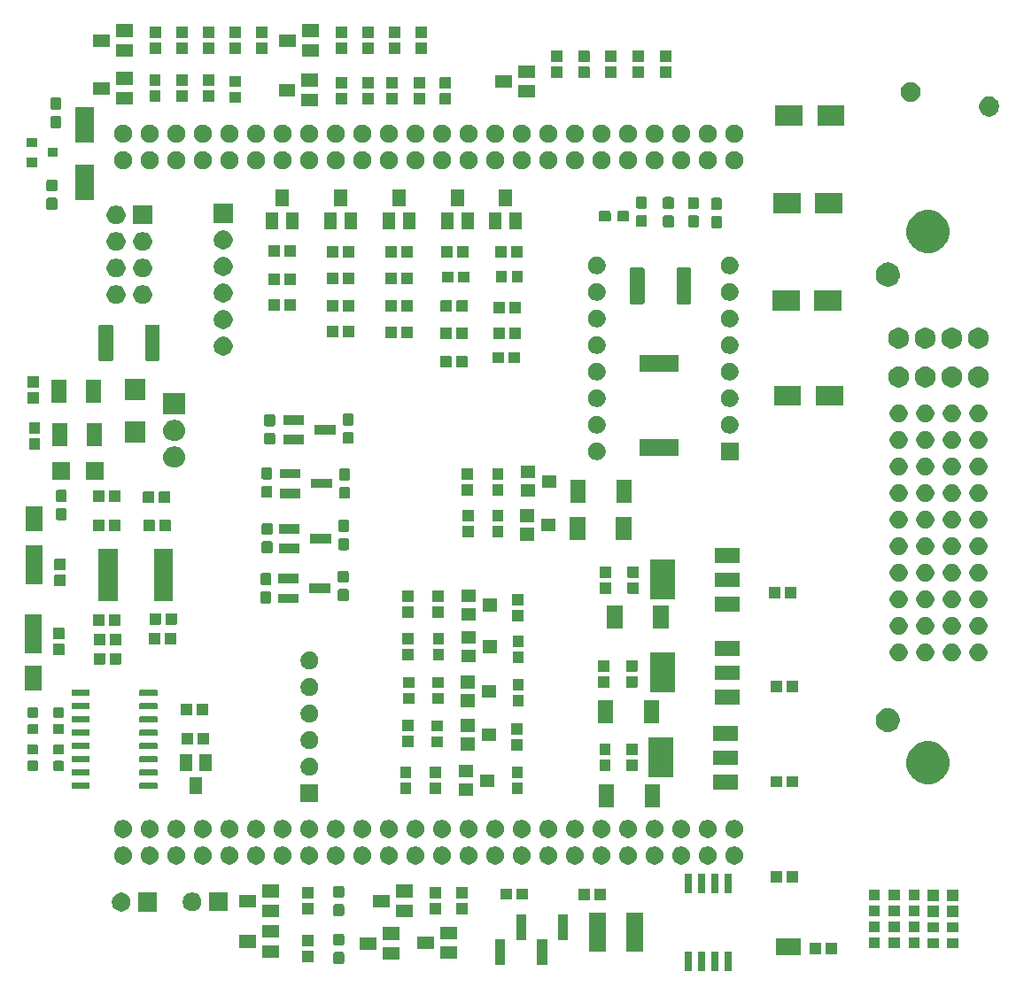
<source format=gts>
G04 #@! TF.GenerationSoftware,KiCad,Pcbnew,5.1.5-52549c5~86~ubuntu18.04.1*
G04 #@! TF.CreationDate,2020-04-08T14:45:09+02:00*
G04 #@! TF.ProjectId,Speeduino_base,53706565-6475-4696-9e6f-5f626173652e,rev?*
G04 #@! TF.SameCoordinates,Original*
G04 #@! TF.FileFunction,Soldermask,Top*
G04 #@! TF.FilePolarity,Negative*
%FSLAX46Y46*%
G04 Gerber Fmt 4.6, Leading zero omitted, Abs format (unit mm)*
G04 Created by KiCad (PCBNEW 5.1.5-52549c5~86~ubuntu18.04.1) date 2020-04-08 14:45:09*
%MOMM*%
%LPD*%
G04 APERTURE LIST*
%ADD10C,0.100000*%
G04 APERTURE END LIST*
D10*
G36*
X183211000Y-108796000D02*
G01*
X182559000Y-108796000D01*
X182559000Y-106944000D01*
X183211000Y-106944000D01*
X183211000Y-108796000D01*
G37*
G36*
X181941000Y-108796000D02*
G01*
X181289000Y-108796000D01*
X181289000Y-106944000D01*
X181941000Y-106944000D01*
X181941000Y-108796000D01*
G37*
G36*
X180671000Y-108796000D02*
G01*
X180019000Y-108796000D01*
X180019000Y-106944000D01*
X180671000Y-106944000D01*
X180671000Y-108796000D01*
G37*
G36*
X179401000Y-108796000D02*
G01*
X178749000Y-108796000D01*
X178749000Y-106944000D01*
X179401000Y-106944000D01*
X179401000Y-108796000D01*
G37*
G36*
X161586000Y-108246000D02*
G01*
X160634000Y-108246000D01*
X160634000Y-105794000D01*
X161586000Y-105794000D01*
X161586000Y-108246000D01*
G37*
G36*
X165586000Y-108246000D02*
G01*
X164634000Y-108246000D01*
X164634000Y-105794000D01*
X165586000Y-105794000D01*
X165586000Y-108246000D01*
G37*
G36*
X146033499Y-106997445D02*
G01*
X146070995Y-107008820D01*
X146105554Y-107027292D01*
X146135847Y-107052153D01*
X146160708Y-107082446D01*
X146179180Y-107117005D01*
X146190555Y-107154501D01*
X146195000Y-107199638D01*
X146195000Y-107938362D01*
X146190555Y-107983499D01*
X146179180Y-108020995D01*
X146160708Y-108055554D01*
X146135847Y-108085847D01*
X146105554Y-108110708D01*
X146070995Y-108129180D01*
X146033499Y-108140555D01*
X145988362Y-108145000D01*
X145349638Y-108145000D01*
X145304501Y-108140555D01*
X145267005Y-108129180D01*
X145232446Y-108110708D01*
X145202153Y-108085847D01*
X145177292Y-108055554D01*
X145158820Y-108020995D01*
X145147445Y-107983499D01*
X145143000Y-107938362D01*
X145143000Y-107199638D01*
X145147445Y-107154501D01*
X145158820Y-107117005D01*
X145177292Y-107082446D01*
X145202153Y-107052153D01*
X145232446Y-107027292D01*
X145267005Y-107008820D01*
X145304501Y-106997445D01*
X145349638Y-106993000D01*
X145988362Y-106993000D01*
X146033499Y-106997445D01*
G37*
G36*
X143259552Y-106897315D02*
G01*
X143267464Y-106899716D01*
X143274753Y-106903611D01*
X143281144Y-106908856D01*
X143286389Y-106915247D01*
X143290284Y-106922536D01*
X143292685Y-106930448D01*
X143294100Y-106944816D01*
X143294100Y-107939184D01*
X143292685Y-107953552D01*
X143290284Y-107961464D01*
X143286389Y-107968753D01*
X143281144Y-107975144D01*
X143274753Y-107980389D01*
X143267464Y-107984284D01*
X143259552Y-107986685D01*
X143245184Y-107988100D01*
X142250816Y-107988100D01*
X142236448Y-107986685D01*
X142228536Y-107984284D01*
X142221247Y-107980389D01*
X142214856Y-107975144D01*
X142209611Y-107968753D01*
X142205716Y-107961464D01*
X142203315Y-107953552D01*
X142201900Y-107939184D01*
X142201900Y-106944816D01*
X142203315Y-106930448D01*
X142205716Y-106922536D01*
X142209611Y-106915247D01*
X142214856Y-106908856D01*
X142221247Y-106903611D01*
X142228536Y-106899716D01*
X142236448Y-106897315D01*
X142250816Y-106895900D01*
X143245184Y-106895900D01*
X143259552Y-106897315D01*
G37*
G36*
X151507600Y-107723600D02*
G01*
X149904400Y-107723600D01*
X149904400Y-106520400D01*
X151507600Y-106520400D01*
X151507600Y-107723600D01*
G37*
G36*
X157011600Y-107657600D02*
G01*
X155408400Y-107657600D01*
X155408400Y-106454400D01*
X157011600Y-106454400D01*
X157011600Y-107657600D01*
G37*
G36*
X140001600Y-107541600D02*
G01*
X138398400Y-107541600D01*
X138398400Y-106338400D01*
X140001600Y-106338400D01*
X140001600Y-107541600D01*
G37*
G36*
X189831000Y-107331000D02*
G01*
X187429000Y-107331000D01*
X187429000Y-105729000D01*
X189831000Y-105729000D01*
X189831000Y-107331000D01*
G37*
G36*
X191727552Y-106125315D02*
G01*
X191735464Y-106127716D01*
X191742753Y-106131611D01*
X191749144Y-106136856D01*
X191754389Y-106143247D01*
X191758284Y-106150536D01*
X191760685Y-106158448D01*
X191762100Y-106172816D01*
X191762100Y-107167184D01*
X191760685Y-107181552D01*
X191758284Y-107189464D01*
X191754389Y-107196753D01*
X191749144Y-107203144D01*
X191742753Y-107208389D01*
X191735464Y-107212284D01*
X191727552Y-107214685D01*
X191713184Y-107216100D01*
X190718816Y-107216100D01*
X190704448Y-107214685D01*
X190696536Y-107212284D01*
X190689247Y-107208389D01*
X190682856Y-107203144D01*
X190677611Y-107196753D01*
X190673716Y-107189464D01*
X190671315Y-107181552D01*
X190669900Y-107167184D01*
X190669900Y-106172816D01*
X190671315Y-106158448D01*
X190673716Y-106150536D01*
X190677611Y-106143247D01*
X190682856Y-106136856D01*
X190689247Y-106131611D01*
X190696536Y-106127716D01*
X190704448Y-106125315D01*
X190718816Y-106123900D01*
X191713184Y-106123900D01*
X191727552Y-106125315D01*
G37*
G36*
X193251552Y-106125315D02*
G01*
X193259464Y-106127716D01*
X193266753Y-106131611D01*
X193273144Y-106136856D01*
X193278389Y-106143247D01*
X193282284Y-106150536D01*
X193284685Y-106158448D01*
X193286100Y-106172816D01*
X193286100Y-107167184D01*
X193284685Y-107181552D01*
X193282284Y-107189464D01*
X193278389Y-107196753D01*
X193273144Y-107203144D01*
X193266753Y-107208389D01*
X193259464Y-107212284D01*
X193251552Y-107214685D01*
X193237184Y-107216100D01*
X192242816Y-107216100D01*
X192228448Y-107214685D01*
X192220536Y-107212284D01*
X192213247Y-107208389D01*
X192206856Y-107203144D01*
X192201611Y-107196753D01*
X192197716Y-107189464D01*
X192195315Y-107181552D01*
X192193900Y-107167184D01*
X192193900Y-106172816D01*
X192195315Y-106158448D01*
X192197716Y-106150536D01*
X192201611Y-106143247D01*
X192206856Y-106136856D01*
X192213247Y-106131611D01*
X192220536Y-106127716D01*
X192228448Y-106125315D01*
X192242816Y-106123900D01*
X193237184Y-106123900D01*
X193251552Y-106125315D01*
G37*
G36*
X174791000Y-106977000D02*
G01*
X173189000Y-106977000D01*
X173189000Y-103275000D01*
X174791000Y-103275000D01*
X174791000Y-106977000D01*
G37*
G36*
X171235000Y-106977000D02*
G01*
X169633000Y-106977000D01*
X169633000Y-103275000D01*
X171235000Y-103275000D01*
X171235000Y-106977000D01*
G37*
G36*
X149307600Y-106773600D02*
G01*
X147704400Y-106773600D01*
X147704400Y-105570400D01*
X149307600Y-105570400D01*
X149307600Y-106773600D01*
G37*
G36*
X154811600Y-106707600D02*
G01*
X153208400Y-106707600D01*
X153208400Y-105504400D01*
X154811600Y-105504400D01*
X154811600Y-106707600D01*
G37*
G36*
X204903131Y-105663310D02*
G01*
X204908061Y-105664806D01*
X204912611Y-105667238D01*
X204916594Y-105670506D01*
X204919862Y-105674489D01*
X204922294Y-105679039D01*
X204923790Y-105683969D01*
X204924900Y-105695241D01*
X204924900Y-106594359D01*
X204923790Y-106605631D01*
X204922294Y-106610561D01*
X204919862Y-106615111D01*
X204916594Y-106619094D01*
X204912611Y-106622362D01*
X204908061Y-106624794D01*
X204903131Y-106626290D01*
X204891859Y-106627400D01*
X203865741Y-106627400D01*
X203854469Y-106626290D01*
X203849539Y-106624794D01*
X203844989Y-106622362D01*
X203841006Y-106619094D01*
X203837738Y-106615111D01*
X203835306Y-106610561D01*
X203833810Y-106605631D01*
X203832700Y-106594359D01*
X203832700Y-105695241D01*
X203833810Y-105683969D01*
X203835306Y-105679039D01*
X203837738Y-105674489D01*
X203841006Y-105670506D01*
X203844989Y-105667238D01*
X203849539Y-105664806D01*
X203854469Y-105663310D01*
X203865741Y-105662200D01*
X204891859Y-105662200D01*
X204903131Y-105663310D01*
G37*
G36*
X203023531Y-105663310D02*
G01*
X203028461Y-105664806D01*
X203033011Y-105667238D01*
X203036994Y-105670506D01*
X203040262Y-105674489D01*
X203042694Y-105679039D01*
X203044190Y-105683969D01*
X203045300Y-105695241D01*
X203045300Y-106594359D01*
X203044190Y-106605631D01*
X203042694Y-106610561D01*
X203040262Y-106615111D01*
X203036994Y-106619094D01*
X203033011Y-106622362D01*
X203028461Y-106624794D01*
X203023531Y-106626290D01*
X203012259Y-106627400D01*
X201986141Y-106627400D01*
X201974869Y-106626290D01*
X201969939Y-106624794D01*
X201965389Y-106622362D01*
X201961406Y-106619094D01*
X201958138Y-106615111D01*
X201955706Y-106610561D01*
X201954210Y-106605631D01*
X201953100Y-106594359D01*
X201953100Y-105695241D01*
X201954210Y-105683969D01*
X201955706Y-105679039D01*
X201958138Y-105674489D01*
X201961406Y-105670506D01*
X201965389Y-105667238D01*
X201969939Y-105664806D01*
X201974869Y-105663310D01*
X201986141Y-105662200D01*
X203012259Y-105662200D01*
X203023531Y-105663310D01*
G37*
G36*
X201194731Y-105637910D02*
G01*
X201199661Y-105639406D01*
X201204211Y-105641838D01*
X201208194Y-105645106D01*
X201211462Y-105649089D01*
X201213894Y-105653639D01*
X201215390Y-105658569D01*
X201216500Y-105669841D01*
X201216500Y-106568959D01*
X201215390Y-106580231D01*
X201213894Y-106585161D01*
X201211462Y-106589711D01*
X201208194Y-106593694D01*
X201204211Y-106596962D01*
X201199661Y-106599394D01*
X201194731Y-106600890D01*
X201183459Y-106602000D01*
X200157341Y-106602000D01*
X200146069Y-106600890D01*
X200141139Y-106599394D01*
X200136589Y-106596962D01*
X200132606Y-106593694D01*
X200129338Y-106589711D01*
X200126906Y-106585161D01*
X200125410Y-106580231D01*
X200124300Y-106568959D01*
X200124300Y-105669841D01*
X200125410Y-105658569D01*
X200126906Y-105653639D01*
X200129338Y-105649089D01*
X200132606Y-105645106D01*
X200136589Y-105641838D01*
X200141139Y-105639406D01*
X200146069Y-105637910D01*
X200157341Y-105636800D01*
X201183459Y-105636800D01*
X201194731Y-105637910D01*
G37*
G36*
X199289731Y-105637910D02*
G01*
X199294661Y-105639406D01*
X199299211Y-105641838D01*
X199303194Y-105645106D01*
X199306462Y-105649089D01*
X199308894Y-105653639D01*
X199310390Y-105658569D01*
X199311500Y-105669841D01*
X199311500Y-106568959D01*
X199310390Y-106580231D01*
X199308894Y-106585161D01*
X199306462Y-106589711D01*
X199303194Y-106593694D01*
X199299211Y-106596962D01*
X199294661Y-106599394D01*
X199289731Y-106600890D01*
X199278459Y-106602000D01*
X198252341Y-106602000D01*
X198241069Y-106600890D01*
X198236139Y-106599394D01*
X198231589Y-106596962D01*
X198227606Y-106593694D01*
X198224338Y-106589711D01*
X198221906Y-106585161D01*
X198220410Y-106580231D01*
X198219300Y-106568959D01*
X198219300Y-105669841D01*
X198220410Y-105658569D01*
X198221906Y-105653639D01*
X198224338Y-105649089D01*
X198227606Y-105645106D01*
X198231589Y-105641838D01*
X198236139Y-105639406D01*
X198241069Y-105637910D01*
X198252341Y-105636800D01*
X199278459Y-105636800D01*
X199289731Y-105637910D01*
G37*
G36*
X197384731Y-105637910D02*
G01*
X197389661Y-105639406D01*
X197394211Y-105641838D01*
X197398194Y-105645106D01*
X197401462Y-105649089D01*
X197403894Y-105653639D01*
X197405390Y-105658569D01*
X197406500Y-105669841D01*
X197406500Y-106568959D01*
X197405390Y-106580231D01*
X197403894Y-106585161D01*
X197401462Y-106589711D01*
X197398194Y-106593694D01*
X197394211Y-106596962D01*
X197389661Y-106599394D01*
X197384731Y-106600890D01*
X197373459Y-106602000D01*
X196347341Y-106602000D01*
X196336069Y-106600890D01*
X196331139Y-106599394D01*
X196326589Y-106596962D01*
X196322606Y-106593694D01*
X196319338Y-106589711D01*
X196316906Y-106585161D01*
X196315410Y-106580231D01*
X196314300Y-106568959D01*
X196314300Y-105669841D01*
X196315410Y-105658569D01*
X196316906Y-105653639D01*
X196319338Y-105649089D01*
X196322606Y-105645106D01*
X196326589Y-105641838D01*
X196331139Y-105639406D01*
X196336069Y-105637910D01*
X196347341Y-105636800D01*
X197373459Y-105636800D01*
X197384731Y-105637910D01*
G37*
G36*
X137801600Y-106591600D02*
G01*
X136198400Y-106591600D01*
X136198400Y-105388400D01*
X137801600Y-105388400D01*
X137801600Y-106591600D01*
G37*
G36*
X143259552Y-105373315D02*
G01*
X143267464Y-105375716D01*
X143274753Y-105379611D01*
X143281144Y-105384856D01*
X143286389Y-105391247D01*
X143290284Y-105398536D01*
X143292685Y-105406448D01*
X143294100Y-105420816D01*
X143294100Y-106415184D01*
X143292685Y-106429552D01*
X143290284Y-106437464D01*
X143286389Y-106444753D01*
X143281144Y-106451144D01*
X143274753Y-106456389D01*
X143267464Y-106460284D01*
X143259552Y-106462685D01*
X143245184Y-106464100D01*
X142250816Y-106464100D01*
X142236448Y-106462685D01*
X142228536Y-106460284D01*
X142221247Y-106456389D01*
X142214856Y-106451144D01*
X142209611Y-106444753D01*
X142205716Y-106437464D01*
X142203315Y-106429552D01*
X142201900Y-106415184D01*
X142201900Y-105420816D01*
X142203315Y-105406448D01*
X142205716Y-105398536D01*
X142209611Y-105391247D01*
X142214856Y-105384856D01*
X142221247Y-105379611D01*
X142228536Y-105375716D01*
X142236448Y-105373315D01*
X142250816Y-105371900D01*
X143245184Y-105371900D01*
X143259552Y-105373315D01*
G37*
G36*
X146033499Y-105247445D02*
G01*
X146070995Y-105258820D01*
X146105554Y-105277292D01*
X146135847Y-105302153D01*
X146160708Y-105332446D01*
X146179180Y-105367005D01*
X146190555Y-105404501D01*
X146195000Y-105449638D01*
X146195000Y-106188362D01*
X146190555Y-106233499D01*
X146179180Y-106270995D01*
X146160708Y-106305554D01*
X146135847Y-106335847D01*
X146105554Y-106360708D01*
X146070995Y-106379180D01*
X146033499Y-106390555D01*
X145988362Y-106395000D01*
X145349638Y-106395000D01*
X145304501Y-106390555D01*
X145267005Y-106379180D01*
X145232446Y-106360708D01*
X145202153Y-106335847D01*
X145177292Y-106305554D01*
X145158820Y-106270995D01*
X145147445Y-106233499D01*
X145143000Y-106188362D01*
X145143000Y-105449638D01*
X145147445Y-105404501D01*
X145158820Y-105367005D01*
X145177292Y-105332446D01*
X145202153Y-105302153D01*
X145232446Y-105277292D01*
X145267005Y-105258820D01*
X145304501Y-105247445D01*
X145349638Y-105243000D01*
X145988362Y-105243000D01*
X146033499Y-105247445D01*
G37*
G36*
X167586000Y-105896000D02*
G01*
X166634000Y-105896000D01*
X166634000Y-103444000D01*
X167586000Y-103444000D01*
X167586000Y-105896000D01*
G37*
G36*
X163586000Y-105896000D02*
G01*
X162634000Y-105896000D01*
X162634000Y-103444000D01*
X163586000Y-103444000D01*
X163586000Y-105896000D01*
G37*
G36*
X151507600Y-105823600D02*
G01*
X149904400Y-105823600D01*
X149904400Y-104620400D01*
X151507600Y-104620400D01*
X151507600Y-105823600D01*
G37*
G36*
X157011600Y-105757600D02*
G01*
X155408400Y-105757600D01*
X155408400Y-104554400D01*
X157011600Y-104554400D01*
X157011600Y-105757600D01*
G37*
G36*
X140001600Y-105641600D02*
G01*
X138398400Y-105641600D01*
X138398400Y-104438400D01*
X140001600Y-104438400D01*
X140001600Y-105641600D01*
G37*
G36*
X203023531Y-104139310D02*
G01*
X203028461Y-104140806D01*
X203033011Y-104143238D01*
X203036994Y-104146506D01*
X203040262Y-104150489D01*
X203042694Y-104155039D01*
X203044190Y-104159969D01*
X203045300Y-104171241D01*
X203045300Y-105070359D01*
X203044190Y-105081631D01*
X203042694Y-105086561D01*
X203040262Y-105091111D01*
X203036994Y-105095094D01*
X203033011Y-105098362D01*
X203028461Y-105100794D01*
X203023531Y-105102290D01*
X203012259Y-105103400D01*
X201986141Y-105103400D01*
X201974869Y-105102290D01*
X201969939Y-105100794D01*
X201965389Y-105098362D01*
X201961406Y-105095094D01*
X201958138Y-105091111D01*
X201955706Y-105086561D01*
X201954210Y-105081631D01*
X201953100Y-105070359D01*
X201953100Y-104171241D01*
X201954210Y-104159969D01*
X201955706Y-104155039D01*
X201958138Y-104150489D01*
X201961406Y-104146506D01*
X201965389Y-104143238D01*
X201969939Y-104140806D01*
X201974869Y-104139310D01*
X201986141Y-104138200D01*
X203012259Y-104138200D01*
X203023531Y-104139310D01*
G37*
G36*
X204903131Y-104139310D02*
G01*
X204908061Y-104140806D01*
X204912611Y-104143238D01*
X204916594Y-104146506D01*
X204919862Y-104150489D01*
X204922294Y-104155039D01*
X204923790Y-104159969D01*
X204924900Y-104171241D01*
X204924900Y-105070359D01*
X204923790Y-105081631D01*
X204922294Y-105086561D01*
X204919862Y-105091111D01*
X204916594Y-105095094D01*
X204912611Y-105098362D01*
X204908061Y-105100794D01*
X204903131Y-105102290D01*
X204891859Y-105103400D01*
X203865741Y-105103400D01*
X203854469Y-105102290D01*
X203849539Y-105100794D01*
X203844989Y-105098362D01*
X203841006Y-105095094D01*
X203837738Y-105091111D01*
X203835306Y-105086561D01*
X203833810Y-105081631D01*
X203832700Y-105070359D01*
X203832700Y-104171241D01*
X203833810Y-104159969D01*
X203835306Y-104155039D01*
X203837738Y-104150489D01*
X203841006Y-104146506D01*
X203844989Y-104143238D01*
X203849539Y-104140806D01*
X203854469Y-104139310D01*
X203865741Y-104138200D01*
X204891859Y-104138200D01*
X204903131Y-104139310D01*
G37*
G36*
X201194731Y-104113910D02*
G01*
X201199661Y-104115406D01*
X201204211Y-104117838D01*
X201208194Y-104121106D01*
X201211462Y-104125089D01*
X201213894Y-104129639D01*
X201215390Y-104134569D01*
X201216500Y-104145841D01*
X201216500Y-105044959D01*
X201215390Y-105056231D01*
X201213894Y-105061161D01*
X201211462Y-105065711D01*
X201208194Y-105069694D01*
X201204211Y-105072962D01*
X201199661Y-105075394D01*
X201194731Y-105076890D01*
X201183459Y-105078000D01*
X200157341Y-105078000D01*
X200146069Y-105076890D01*
X200141139Y-105075394D01*
X200136589Y-105072962D01*
X200132606Y-105069694D01*
X200129338Y-105065711D01*
X200126906Y-105061161D01*
X200125410Y-105056231D01*
X200124300Y-105044959D01*
X200124300Y-104145841D01*
X200125410Y-104134569D01*
X200126906Y-104129639D01*
X200129338Y-104125089D01*
X200132606Y-104121106D01*
X200136589Y-104117838D01*
X200141139Y-104115406D01*
X200146069Y-104113910D01*
X200157341Y-104112800D01*
X201183459Y-104112800D01*
X201194731Y-104113910D01*
G37*
G36*
X199289731Y-104113910D02*
G01*
X199294661Y-104115406D01*
X199299211Y-104117838D01*
X199303194Y-104121106D01*
X199306462Y-104125089D01*
X199308894Y-104129639D01*
X199310390Y-104134569D01*
X199311500Y-104145841D01*
X199311500Y-105044959D01*
X199310390Y-105056231D01*
X199308894Y-105061161D01*
X199306462Y-105065711D01*
X199303194Y-105069694D01*
X199299211Y-105072962D01*
X199294661Y-105075394D01*
X199289731Y-105076890D01*
X199278459Y-105078000D01*
X198252341Y-105078000D01*
X198241069Y-105076890D01*
X198236139Y-105075394D01*
X198231589Y-105072962D01*
X198227606Y-105069694D01*
X198224338Y-105065711D01*
X198221906Y-105061161D01*
X198220410Y-105056231D01*
X198219300Y-105044959D01*
X198219300Y-104145841D01*
X198220410Y-104134569D01*
X198221906Y-104129639D01*
X198224338Y-104125089D01*
X198227606Y-104121106D01*
X198231589Y-104117838D01*
X198236139Y-104115406D01*
X198241069Y-104113910D01*
X198252341Y-104112800D01*
X199278459Y-104112800D01*
X199289731Y-104113910D01*
G37*
G36*
X197384731Y-104113910D02*
G01*
X197389661Y-104115406D01*
X197394211Y-104117838D01*
X197398194Y-104121106D01*
X197401462Y-104125089D01*
X197403894Y-104129639D01*
X197405390Y-104134569D01*
X197406500Y-104145841D01*
X197406500Y-105044959D01*
X197405390Y-105056231D01*
X197403894Y-105061161D01*
X197401462Y-105065711D01*
X197398194Y-105069694D01*
X197394211Y-105072962D01*
X197389661Y-105075394D01*
X197384731Y-105076890D01*
X197373459Y-105078000D01*
X196347341Y-105078000D01*
X196336069Y-105076890D01*
X196331139Y-105075394D01*
X196326589Y-105072962D01*
X196322606Y-105069694D01*
X196319338Y-105065711D01*
X196316906Y-105061161D01*
X196315410Y-105056231D01*
X196314300Y-105044959D01*
X196314300Y-104145841D01*
X196315410Y-104134569D01*
X196316906Y-104129639D01*
X196319338Y-104125089D01*
X196322606Y-104121106D01*
X196326589Y-104117838D01*
X196331139Y-104115406D01*
X196336069Y-104113910D01*
X196347341Y-104112800D01*
X197373459Y-104112800D01*
X197384731Y-104113910D01*
G37*
G36*
X139981600Y-103661600D02*
G01*
X138378400Y-103661600D01*
X138378400Y-102458400D01*
X139981600Y-102458400D01*
X139981600Y-103661600D01*
G37*
G36*
X152777600Y-103659600D02*
G01*
X151174400Y-103659600D01*
X151174400Y-102456400D01*
X152777600Y-102456400D01*
X152777600Y-103659600D01*
G37*
G36*
X203010752Y-102552115D02*
G01*
X203018664Y-102554516D01*
X203025953Y-102558411D01*
X203032344Y-102563656D01*
X203037589Y-102570047D01*
X203041484Y-102577336D01*
X203043885Y-102585248D01*
X203045300Y-102599616D01*
X203045300Y-103593984D01*
X203043885Y-103608352D01*
X203041484Y-103616264D01*
X203037589Y-103623553D01*
X203032344Y-103629944D01*
X203025953Y-103635189D01*
X203018664Y-103639084D01*
X203010752Y-103641485D01*
X202996384Y-103642900D01*
X202002016Y-103642900D01*
X201987648Y-103641485D01*
X201979736Y-103639084D01*
X201972447Y-103635189D01*
X201966056Y-103629944D01*
X201960811Y-103623553D01*
X201956916Y-103616264D01*
X201954515Y-103608352D01*
X201953100Y-103593984D01*
X201953100Y-102599616D01*
X201954515Y-102585248D01*
X201956916Y-102577336D01*
X201960811Y-102570047D01*
X201966056Y-102563656D01*
X201972447Y-102558411D01*
X201979736Y-102554516D01*
X201987648Y-102552115D01*
X202002016Y-102550700D01*
X202996384Y-102550700D01*
X203010752Y-102552115D01*
G37*
G36*
X204890352Y-102552115D02*
G01*
X204898264Y-102554516D01*
X204905553Y-102558411D01*
X204911944Y-102563656D01*
X204917189Y-102570047D01*
X204921084Y-102577336D01*
X204923485Y-102585248D01*
X204924900Y-102599616D01*
X204924900Y-103593984D01*
X204923485Y-103608352D01*
X204921084Y-103616264D01*
X204917189Y-103623553D01*
X204911944Y-103629944D01*
X204905553Y-103635189D01*
X204898264Y-103639084D01*
X204890352Y-103641485D01*
X204875984Y-103642900D01*
X203881616Y-103642900D01*
X203867248Y-103641485D01*
X203859336Y-103639084D01*
X203852047Y-103635189D01*
X203845656Y-103629944D01*
X203840411Y-103623553D01*
X203836516Y-103616264D01*
X203834115Y-103608352D01*
X203832700Y-103593984D01*
X203832700Y-102599616D01*
X203834115Y-102585248D01*
X203836516Y-102577336D01*
X203840411Y-102570047D01*
X203845656Y-102563656D01*
X203852047Y-102558411D01*
X203859336Y-102554516D01*
X203867248Y-102552115D01*
X203881616Y-102550700D01*
X204875984Y-102550700D01*
X204890352Y-102552115D01*
G37*
G36*
X197371952Y-102526715D02*
G01*
X197379864Y-102529116D01*
X197387153Y-102533011D01*
X197393544Y-102538256D01*
X197398789Y-102544647D01*
X197402684Y-102551936D01*
X197405085Y-102559848D01*
X197406500Y-102574216D01*
X197406500Y-103568584D01*
X197405085Y-103582952D01*
X197402684Y-103590864D01*
X197398789Y-103598153D01*
X197393544Y-103604544D01*
X197387153Y-103609789D01*
X197379864Y-103613684D01*
X197371952Y-103616085D01*
X197357584Y-103617500D01*
X196363216Y-103617500D01*
X196348848Y-103616085D01*
X196340936Y-103613684D01*
X196333647Y-103609789D01*
X196327256Y-103604544D01*
X196322011Y-103598153D01*
X196318116Y-103590864D01*
X196315715Y-103582952D01*
X196314300Y-103568584D01*
X196314300Y-102574216D01*
X196315715Y-102559848D01*
X196318116Y-102551936D01*
X196322011Y-102544647D01*
X196327256Y-102538256D01*
X196333647Y-102533011D01*
X196340936Y-102529116D01*
X196348848Y-102526715D01*
X196363216Y-102525300D01*
X197357584Y-102525300D01*
X197371952Y-102526715D01*
G37*
G36*
X199276952Y-102526715D02*
G01*
X199284864Y-102529116D01*
X199292153Y-102533011D01*
X199298544Y-102538256D01*
X199303789Y-102544647D01*
X199307684Y-102551936D01*
X199310085Y-102559848D01*
X199311500Y-102574216D01*
X199311500Y-103568584D01*
X199310085Y-103582952D01*
X199307684Y-103590864D01*
X199303789Y-103598153D01*
X199298544Y-103604544D01*
X199292153Y-103609789D01*
X199284864Y-103613684D01*
X199276952Y-103616085D01*
X199262584Y-103617500D01*
X198268216Y-103617500D01*
X198253848Y-103616085D01*
X198245936Y-103613684D01*
X198238647Y-103609789D01*
X198232256Y-103604544D01*
X198227011Y-103598153D01*
X198223116Y-103590864D01*
X198220715Y-103582952D01*
X198219300Y-103568584D01*
X198219300Y-102574216D01*
X198220715Y-102559848D01*
X198223116Y-102551936D01*
X198227011Y-102544647D01*
X198232256Y-102538256D01*
X198238647Y-102533011D01*
X198245936Y-102529116D01*
X198253848Y-102526715D01*
X198268216Y-102525300D01*
X199262584Y-102525300D01*
X199276952Y-102526715D01*
G37*
G36*
X201181952Y-102526715D02*
G01*
X201189864Y-102529116D01*
X201197153Y-102533011D01*
X201203544Y-102538256D01*
X201208789Y-102544647D01*
X201212684Y-102551936D01*
X201215085Y-102559848D01*
X201216500Y-102574216D01*
X201216500Y-103568584D01*
X201215085Y-103582952D01*
X201212684Y-103590864D01*
X201208789Y-103598153D01*
X201203544Y-103604544D01*
X201197153Y-103609789D01*
X201189864Y-103613684D01*
X201181952Y-103616085D01*
X201167584Y-103617500D01*
X200173216Y-103617500D01*
X200158848Y-103616085D01*
X200150936Y-103613684D01*
X200143647Y-103609789D01*
X200137256Y-103604544D01*
X200132011Y-103598153D01*
X200128116Y-103590864D01*
X200125715Y-103582952D01*
X200124300Y-103568584D01*
X200124300Y-102574216D01*
X200125715Y-102559848D01*
X200128116Y-102551936D01*
X200132011Y-102544647D01*
X200137256Y-102538256D01*
X200143647Y-102533011D01*
X200150936Y-102529116D01*
X200158848Y-102526715D01*
X200173216Y-102525300D01*
X201167584Y-102525300D01*
X201181952Y-102526715D01*
G37*
G36*
X146033499Y-102411445D02*
G01*
X146070995Y-102422820D01*
X146105554Y-102441292D01*
X146135847Y-102466153D01*
X146160708Y-102496446D01*
X146179180Y-102531005D01*
X146190555Y-102568501D01*
X146195000Y-102613638D01*
X146195000Y-103352362D01*
X146190555Y-103397499D01*
X146179180Y-103434995D01*
X146160708Y-103469554D01*
X146135847Y-103499847D01*
X146105554Y-103524708D01*
X146070995Y-103543180D01*
X146033499Y-103554555D01*
X145988362Y-103559000D01*
X145349638Y-103559000D01*
X145304501Y-103554555D01*
X145267005Y-103543180D01*
X145232446Y-103524708D01*
X145202153Y-103499847D01*
X145177292Y-103469554D01*
X145158820Y-103434995D01*
X145147445Y-103397499D01*
X145143000Y-103352362D01*
X145143000Y-102613638D01*
X145147445Y-102568501D01*
X145158820Y-102531005D01*
X145177292Y-102496446D01*
X145202153Y-102466153D01*
X145232446Y-102441292D01*
X145267005Y-102422820D01*
X145304501Y-102411445D01*
X145349638Y-102407000D01*
X145988362Y-102407000D01*
X146033499Y-102411445D01*
G37*
G36*
X157991552Y-102325315D02*
G01*
X157999464Y-102327716D01*
X158006753Y-102331611D01*
X158013144Y-102336856D01*
X158018389Y-102343247D01*
X158022284Y-102350536D01*
X158024685Y-102358448D01*
X158026100Y-102372816D01*
X158026100Y-103367184D01*
X158024685Y-103381552D01*
X158022284Y-103389464D01*
X158018389Y-103396753D01*
X158013144Y-103403144D01*
X158006753Y-103408389D01*
X157999464Y-103412284D01*
X157991552Y-103414685D01*
X157977184Y-103416100D01*
X156982816Y-103416100D01*
X156968448Y-103414685D01*
X156960536Y-103412284D01*
X156953247Y-103408389D01*
X156946856Y-103403144D01*
X156941611Y-103396753D01*
X156937716Y-103389464D01*
X156935315Y-103381552D01*
X156933900Y-103367184D01*
X156933900Y-102372816D01*
X156935315Y-102358448D01*
X156937716Y-102350536D01*
X156941611Y-102343247D01*
X156946856Y-102336856D01*
X156953247Y-102331611D01*
X156960536Y-102327716D01*
X156968448Y-102325315D01*
X156982816Y-102323900D01*
X157977184Y-102323900D01*
X157991552Y-102325315D01*
G37*
G36*
X155451552Y-102325315D02*
G01*
X155459464Y-102327716D01*
X155466753Y-102331611D01*
X155473144Y-102336856D01*
X155478389Y-102343247D01*
X155482284Y-102350536D01*
X155484685Y-102358448D01*
X155486100Y-102372816D01*
X155486100Y-103367184D01*
X155484685Y-103381552D01*
X155482284Y-103389464D01*
X155478389Y-103396753D01*
X155473144Y-103403144D01*
X155466753Y-103408389D01*
X155459464Y-103412284D01*
X155451552Y-103414685D01*
X155437184Y-103416100D01*
X154442816Y-103416100D01*
X154428448Y-103414685D01*
X154420536Y-103412284D01*
X154413247Y-103408389D01*
X154406856Y-103403144D01*
X154401611Y-103396753D01*
X154397716Y-103389464D01*
X154395315Y-103381552D01*
X154393900Y-103367184D01*
X154393900Y-102372816D01*
X154395315Y-102358448D01*
X154397716Y-102350536D01*
X154401611Y-102343247D01*
X154406856Y-102336856D01*
X154413247Y-102331611D01*
X154420536Y-102327716D01*
X154428448Y-102325315D01*
X154442816Y-102323900D01*
X155437184Y-102323900D01*
X155451552Y-102325315D01*
G37*
G36*
X143259552Y-102325315D02*
G01*
X143267464Y-102327716D01*
X143274753Y-102331611D01*
X143281144Y-102336856D01*
X143286389Y-102343247D01*
X143290284Y-102350536D01*
X143292685Y-102358448D01*
X143294100Y-102372816D01*
X143294100Y-103367184D01*
X143292685Y-103381552D01*
X143290284Y-103389464D01*
X143286389Y-103396753D01*
X143281144Y-103403144D01*
X143274753Y-103408389D01*
X143267464Y-103412284D01*
X143259552Y-103414685D01*
X143245184Y-103416100D01*
X142250816Y-103416100D01*
X142236448Y-103414685D01*
X142228536Y-103412284D01*
X142221247Y-103408389D01*
X142214856Y-103403144D01*
X142209611Y-103396753D01*
X142205716Y-103389464D01*
X142203315Y-103381552D01*
X142201900Y-103367184D01*
X142201900Y-102372816D01*
X142203315Y-102358448D01*
X142205716Y-102350536D01*
X142209611Y-102343247D01*
X142214856Y-102336856D01*
X142221247Y-102331611D01*
X142228536Y-102327716D01*
X142236448Y-102325315D01*
X142250816Y-102323900D01*
X143245184Y-102323900D01*
X143259552Y-102325315D01*
G37*
G36*
X128326000Y-103126000D02*
G01*
X126524000Y-103126000D01*
X126524000Y-101324000D01*
X128326000Y-101324000D01*
X128326000Y-103126000D01*
G37*
G36*
X124998512Y-101328927D02*
G01*
X125147812Y-101358624D01*
X125311784Y-101426544D01*
X125459354Y-101525147D01*
X125584853Y-101650646D01*
X125683456Y-101798216D01*
X125751376Y-101962188D01*
X125786000Y-102136259D01*
X125786000Y-102313741D01*
X125751376Y-102487812D01*
X125683456Y-102651784D01*
X125584853Y-102799354D01*
X125459354Y-102924853D01*
X125311784Y-103023456D01*
X125147812Y-103091376D01*
X124998512Y-103121073D01*
X124973742Y-103126000D01*
X124796258Y-103126000D01*
X124771488Y-103121073D01*
X124622188Y-103091376D01*
X124458216Y-103023456D01*
X124310646Y-102924853D01*
X124185147Y-102799354D01*
X124086544Y-102651784D01*
X124018624Y-102487812D01*
X123984000Y-102313741D01*
X123984000Y-102136259D01*
X124018624Y-101962188D01*
X124086544Y-101798216D01*
X124185147Y-101650646D01*
X124310646Y-101525147D01*
X124458216Y-101426544D01*
X124622188Y-101358624D01*
X124771488Y-101328927D01*
X124796258Y-101324000D01*
X124973742Y-101324000D01*
X124998512Y-101328927D01*
G37*
G36*
X131763512Y-101303927D02*
G01*
X131912812Y-101333624D01*
X132076784Y-101401544D01*
X132224354Y-101500147D01*
X132349853Y-101625646D01*
X132448456Y-101773216D01*
X132516376Y-101937188D01*
X132551000Y-102111259D01*
X132551000Y-102288741D01*
X132516376Y-102462812D01*
X132448456Y-102626784D01*
X132349853Y-102774354D01*
X132224354Y-102899853D01*
X132076784Y-102998456D01*
X131912812Y-103066376D01*
X131763512Y-103096073D01*
X131738742Y-103101000D01*
X131561258Y-103101000D01*
X131536488Y-103096073D01*
X131387188Y-103066376D01*
X131223216Y-102998456D01*
X131075646Y-102899853D01*
X130950147Y-102774354D01*
X130851544Y-102626784D01*
X130783624Y-102462812D01*
X130749000Y-102288741D01*
X130749000Y-102111259D01*
X130783624Y-101937188D01*
X130851544Y-101773216D01*
X130950147Y-101625646D01*
X131075646Y-101500147D01*
X131223216Y-101401544D01*
X131387188Y-101333624D01*
X131536488Y-101303927D01*
X131561258Y-101299000D01*
X131738742Y-101299000D01*
X131763512Y-101303927D01*
G37*
G36*
X135091000Y-103101000D02*
G01*
X133289000Y-103101000D01*
X133289000Y-101299000D01*
X135091000Y-101299000D01*
X135091000Y-103101000D01*
G37*
G36*
X137781600Y-102711600D02*
G01*
X136178400Y-102711600D01*
X136178400Y-101508400D01*
X137781600Y-101508400D01*
X137781600Y-102711600D01*
G37*
G36*
X150577600Y-102709600D02*
G01*
X148974400Y-102709600D01*
X148974400Y-101506400D01*
X150577600Y-101506400D01*
X150577600Y-102709600D01*
G37*
G36*
X203010752Y-101028115D02*
G01*
X203018664Y-101030516D01*
X203025953Y-101034411D01*
X203032344Y-101039656D01*
X203037589Y-101046047D01*
X203041484Y-101053336D01*
X203043885Y-101061248D01*
X203045300Y-101075616D01*
X203045300Y-102069984D01*
X203043885Y-102084352D01*
X203041484Y-102092264D01*
X203037589Y-102099553D01*
X203032344Y-102105944D01*
X203025953Y-102111189D01*
X203018664Y-102115084D01*
X203010752Y-102117485D01*
X202996384Y-102118900D01*
X202002016Y-102118900D01*
X201987648Y-102117485D01*
X201979736Y-102115084D01*
X201972447Y-102111189D01*
X201966056Y-102105944D01*
X201960811Y-102099553D01*
X201956916Y-102092264D01*
X201954515Y-102084352D01*
X201953100Y-102069984D01*
X201953100Y-101075616D01*
X201954515Y-101061248D01*
X201956916Y-101053336D01*
X201960811Y-101046047D01*
X201966056Y-101039656D01*
X201972447Y-101034411D01*
X201979736Y-101030516D01*
X201987648Y-101028115D01*
X202002016Y-101026700D01*
X202996384Y-101026700D01*
X203010752Y-101028115D01*
G37*
G36*
X204890352Y-101028115D02*
G01*
X204898264Y-101030516D01*
X204905553Y-101034411D01*
X204911944Y-101039656D01*
X204917189Y-101046047D01*
X204921084Y-101053336D01*
X204923485Y-101061248D01*
X204924900Y-101075616D01*
X204924900Y-102069984D01*
X204923485Y-102084352D01*
X204921084Y-102092264D01*
X204917189Y-102099553D01*
X204911944Y-102105944D01*
X204905553Y-102111189D01*
X204898264Y-102115084D01*
X204890352Y-102117485D01*
X204875984Y-102118900D01*
X203881616Y-102118900D01*
X203867248Y-102117485D01*
X203859336Y-102115084D01*
X203852047Y-102111189D01*
X203845656Y-102105944D01*
X203840411Y-102099553D01*
X203836516Y-102092264D01*
X203834115Y-102084352D01*
X203832700Y-102069984D01*
X203832700Y-101075616D01*
X203834115Y-101061248D01*
X203836516Y-101053336D01*
X203840411Y-101046047D01*
X203845656Y-101039656D01*
X203852047Y-101034411D01*
X203859336Y-101030516D01*
X203867248Y-101028115D01*
X203881616Y-101026700D01*
X204875984Y-101026700D01*
X204890352Y-101028115D01*
G37*
G36*
X201181952Y-101002715D02*
G01*
X201189864Y-101005116D01*
X201197153Y-101009011D01*
X201203544Y-101014256D01*
X201208789Y-101020647D01*
X201212684Y-101027936D01*
X201215085Y-101035848D01*
X201216500Y-101050216D01*
X201216500Y-102044584D01*
X201215085Y-102058952D01*
X201212684Y-102066864D01*
X201208789Y-102074153D01*
X201203544Y-102080544D01*
X201197153Y-102085789D01*
X201189864Y-102089684D01*
X201181952Y-102092085D01*
X201167584Y-102093500D01*
X200173216Y-102093500D01*
X200158848Y-102092085D01*
X200150936Y-102089684D01*
X200143647Y-102085789D01*
X200137256Y-102080544D01*
X200132011Y-102074153D01*
X200128116Y-102066864D01*
X200125715Y-102058952D01*
X200124300Y-102044584D01*
X200124300Y-101050216D01*
X200125715Y-101035848D01*
X200128116Y-101027936D01*
X200132011Y-101020647D01*
X200137256Y-101014256D01*
X200143647Y-101009011D01*
X200150936Y-101005116D01*
X200158848Y-101002715D01*
X200173216Y-101001300D01*
X201167584Y-101001300D01*
X201181952Y-101002715D01*
G37*
G36*
X197371952Y-101002715D02*
G01*
X197379864Y-101005116D01*
X197387153Y-101009011D01*
X197393544Y-101014256D01*
X197398789Y-101020647D01*
X197402684Y-101027936D01*
X197405085Y-101035848D01*
X197406500Y-101050216D01*
X197406500Y-102044584D01*
X197405085Y-102058952D01*
X197402684Y-102066864D01*
X197398789Y-102074153D01*
X197393544Y-102080544D01*
X197387153Y-102085789D01*
X197379864Y-102089684D01*
X197371952Y-102092085D01*
X197357584Y-102093500D01*
X196363216Y-102093500D01*
X196348848Y-102092085D01*
X196340936Y-102089684D01*
X196333647Y-102085789D01*
X196327256Y-102080544D01*
X196322011Y-102074153D01*
X196318116Y-102066864D01*
X196315715Y-102058952D01*
X196314300Y-102044584D01*
X196314300Y-101050216D01*
X196315715Y-101035848D01*
X196318116Y-101027936D01*
X196322011Y-101020647D01*
X196327256Y-101014256D01*
X196333647Y-101009011D01*
X196340936Y-101005116D01*
X196348848Y-101002715D01*
X196363216Y-101001300D01*
X197357584Y-101001300D01*
X197371952Y-101002715D01*
G37*
G36*
X199276952Y-101002715D02*
G01*
X199284864Y-101005116D01*
X199292153Y-101009011D01*
X199298544Y-101014256D01*
X199303789Y-101020647D01*
X199307684Y-101027936D01*
X199310085Y-101035848D01*
X199311500Y-101050216D01*
X199311500Y-102044584D01*
X199310085Y-102058952D01*
X199307684Y-102066864D01*
X199303789Y-102074153D01*
X199298544Y-102080544D01*
X199292153Y-102085789D01*
X199284864Y-102089684D01*
X199276952Y-102092085D01*
X199262584Y-102093500D01*
X198268216Y-102093500D01*
X198253848Y-102092085D01*
X198245936Y-102089684D01*
X198238647Y-102085789D01*
X198232256Y-102080544D01*
X198227011Y-102074153D01*
X198223116Y-102066864D01*
X198220715Y-102058952D01*
X198219300Y-102044584D01*
X198219300Y-101050216D01*
X198220715Y-101035848D01*
X198223116Y-101027936D01*
X198227011Y-101020647D01*
X198232256Y-101014256D01*
X198238647Y-101009011D01*
X198245936Y-101005116D01*
X198253848Y-101002715D01*
X198268216Y-101001300D01*
X199262584Y-101001300D01*
X199276952Y-101002715D01*
G37*
G36*
X169647552Y-100945315D02*
G01*
X169655464Y-100947716D01*
X169662753Y-100951611D01*
X169669144Y-100956856D01*
X169674389Y-100963247D01*
X169678284Y-100970536D01*
X169680685Y-100978448D01*
X169682100Y-100992816D01*
X169682100Y-101987184D01*
X169680685Y-102001552D01*
X169678284Y-102009464D01*
X169674389Y-102016753D01*
X169669144Y-102023144D01*
X169662753Y-102028389D01*
X169655464Y-102032284D01*
X169647552Y-102034685D01*
X169633184Y-102036100D01*
X168638816Y-102036100D01*
X168624448Y-102034685D01*
X168616536Y-102032284D01*
X168609247Y-102028389D01*
X168602856Y-102023144D01*
X168597611Y-102016753D01*
X168593716Y-102009464D01*
X168591315Y-102001552D01*
X168589900Y-101987184D01*
X168589900Y-100992816D01*
X168591315Y-100978448D01*
X168593716Y-100970536D01*
X168597611Y-100963247D01*
X168602856Y-100956856D01*
X168609247Y-100951611D01*
X168616536Y-100947716D01*
X168624448Y-100945315D01*
X168638816Y-100943900D01*
X169633184Y-100943900D01*
X169647552Y-100945315D01*
G37*
G36*
X171171552Y-100945315D02*
G01*
X171179464Y-100947716D01*
X171186753Y-100951611D01*
X171193144Y-100956856D01*
X171198389Y-100963247D01*
X171202284Y-100970536D01*
X171204685Y-100978448D01*
X171206100Y-100992816D01*
X171206100Y-101987184D01*
X171204685Y-102001552D01*
X171202284Y-102009464D01*
X171198389Y-102016753D01*
X171193144Y-102023144D01*
X171186753Y-102028389D01*
X171179464Y-102032284D01*
X171171552Y-102034685D01*
X171157184Y-102036100D01*
X170162816Y-102036100D01*
X170148448Y-102034685D01*
X170140536Y-102032284D01*
X170133247Y-102028389D01*
X170126856Y-102023144D01*
X170121611Y-102016753D01*
X170117716Y-102009464D01*
X170115315Y-102001552D01*
X170113900Y-101987184D01*
X170113900Y-100992816D01*
X170115315Y-100978448D01*
X170117716Y-100970536D01*
X170121611Y-100963247D01*
X170126856Y-100956856D01*
X170133247Y-100951611D01*
X170140536Y-100947716D01*
X170148448Y-100945315D01*
X170162816Y-100943900D01*
X171157184Y-100943900D01*
X171171552Y-100945315D01*
G37*
G36*
X163741552Y-100915315D02*
G01*
X163749464Y-100917716D01*
X163756753Y-100921611D01*
X163763144Y-100926856D01*
X163768389Y-100933247D01*
X163772284Y-100940536D01*
X163774685Y-100948448D01*
X163776100Y-100962816D01*
X163776100Y-101957184D01*
X163774685Y-101971552D01*
X163772284Y-101979464D01*
X163768389Y-101986753D01*
X163763144Y-101993144D01*
X163756753Y-101998389D01*
X163749464Y-102002284D01*
X163741552Y-102004685D01*
X163727184Y-102006100D01*
X162732816Y-102006100D01*
X162718448Y-102004685D01*
X162710536Y-102002284D01*
X162703247Y-101998389D01*
X162696856Y-101993144D01*
X162691611Y-101986753D01*
X162687716Y-101979464D01*
X162685315Y-101971552D01*
X162683900Y-101957184D01*
X162683900Y-100962816D01*
X162685315Y-100948448D01*
X162687716Y-100940536D01*
X162691611Y-100933247D01*
X162696856Y-100926856D01*
X162703247Y-100921611D01*
X162710536Y-100917716D01*
X162718448Y-100915315D01*
X162732816Y-100913900D01*
X163727184Y-100913900D01*
X163741552Y-100915315D01*
G37*
G36*
X162217552Y-100915315D02*
G01*
X162225464Y-100917716D01*
X162232753Y-100921611D01*
X162239144Y-100926856D01*
X162244389Y-100933247D01*
X162248284Y-100940536D01*
X162250685Y-100948448D01*
X162252100Y-100962816D01*
X162252100Y-101957184D01*
X162250685Y-101971552D01*
X162248284Y-101979464D01*
X162244389Y-101986753D01*
X162239144Y-101993144D01*
X162232753Y-101998389D01*
X162225464Y-102002284D01*
X162217552Y-102004685D01*
X162203184Y-102006100D01*
X161208816Y-102006100D01*
X161194448Y-102004685D01*
X161186536Y-102002284D01*
X161179247Y-101998389D01*
X161172856Y-101993144D01*
X161167611Y-101986753D01*
X161163716Y-101979464D01*
X161161315Y-101971552D01*
X161159900Y-101957184D01*
X161159900Y-100962816D01*
X161161315Y-100948448D01*
X161163716Y-100940536D01*
X161167611Y-100933247D01*
X161172856Y-100926856D01*
X161179247Y-100921611D01*
X161186536Y-100917716D01*
X161194448Y-100915315D01*
X161208816Y-100913900D01*
X162203184Y-100913900D01*
X162217552Y-100915315D01*
G37*
G36*
X155451552Y-100801315D02*
G01*
X155459464Y-100803716D01*
X155466753Y-100807611D01*
X155473144Y-100812856D01*
X155478389Y-100819247D01*
X155482284Y-100826536D01*
X155484685Y-100834448D01*
X155486100Y-100848816D01*
X155486100Y-101843184D01*
X155484685Y-101857552D01*
X155482284Y-101865464D01*
X155478389Y-101872753D01*
X155473144Y-101879144D01*
X155466753Y-101884389D01*
X155459464Y-101888284D01*
X155451552Y-101890685D01*
X155437184Y-101892100D01*
X154442816Y-101892100D01*
X154428448Y-101890685D01*
X154420536Y-101888284D01*
X154413247Y-101884389D01*
X154406856Y-101879144D01*
X154401611Y-101872753D01*
X154397716Y-101865464D01*
X154395315Y-101857552D01*
X154393900Y-101843184D01*
X154393900Y-100848816D01*
X154395315Y-100834448D01*
X154397716Y-100826536D01*
X154401611Y-100819247D01*
X154406856Y-100812856D01*
X154413247Y-100807611D01*
X154420536Y-100803716D01*
X154428448Y-100801315D01*
X154442816Y-100799900D01*
X155437184Y-100799900D01*
X155451552Y-100801315D01*
G37*
G36*
X143259552Y-100801315D02*
G01*
X143267464Y-100803716D01*
X143274753Y-100807611D01*
X143281144Y-100812856D01*
X143286389Y-100819247D01*
X143290284Y-100826536D01*
X143292685Y-100834448D01*
X143294100Y-100848816D01*
X143294100Y-101843184D01*
X143292685Y-101857552D01*
X143290284Y-101865464D01*
X143286389Y-101872753D01*
X143281144Y-101879144D01*
X143274753Y-101884389D01*
X143267464Y-101888284D01*
X143259552Y-101890685D01*
X143245184Y-101892100D01*
X142250816Y-101892100D01*
X142236448Y-101890685D01*
X142228536Y-101888284D01*
X142221247Y-101884389D01*
X142214856Y-101879144D01*
X142209611Y-101872753D01*
X142205716Y-101865464D01*
X142203315Y-101857552D01*
X142201900Y-101843184D01*
X142201900Y-100848816D01*
X142203315Y-100834448D01*
X142205716Y-100826536D01*
X142209611Y-100819247D01*
X142214856Y-100812856D01*
X142221247Y-100807611D01*
X142228536Y-100803716D01*
X142236448Y-100801315D01*
X142250816Y-100799900D01*
X143245184Y-100799900D01*
X143259552Y-100801315D01*
G37*
G36*
X157991552Y-100801315D02*
G01*
X157999464Y-100803716D01*
X158006753Y-100807611D01*
X158013144Y-100812856D01*
X158018389Y-100819247D01*
X158022284Y-100826536D01*
X158024685Y-100834448D01*
X158026100Y-100848816D01*
X158026100Y-101843184D01*
X158024685Y-101857552D01*
X158022284Y-101865464D01*
X158018389Y-101872753D01*
X158013144Y-101879144D01*
X158006753Y-101884389D01*
X157999464Y-101888284D01*
X157991552Y-101890685D01*
X157977184Y-101892100D01*
X156982816Y-101892100D01*
X156968448Y-101890685D01*
X156960536Y-101888284D01*
X156953247Y-101884389D01*
X156946856Y-101879144D01*
X156941611Y-101872753D01*
X156937716Y-101865464D01*
X156935315Y-101857552D01*
X156933900Y-101843184D01*
X156933900Y-100848816D01*
X156935315Y-100834448D01*
X156937716Y-100826536D01*
X156941611Y-100819247D01*
X156946856Y-100812856D01*
X156953247Y-100807611D01*
X156960536Y-100803716D01*
X156968448Y-100801315D01*
X156982816Y-100799900D01*
X157977184Y-100799900D01*
X157991552Y-100801315D01*
G37*
G36*
X146033499Y-100661445D02*
G01*
X146070995Y-100672820D01*
X146105554Y-100691292D01*
X146135847Y-100716153D01*
X146160708Y-100746446D01*
X146179180Y-100781005D01*
X146190555Y-100818501D01*
X146195000Y-100863638D01*
X146195000Y-101602362D01*
X146190555Y-101647499D01*
X146179180Y-101684995D01*
X146160708Y-101719554D01*
X146135847Y-101749847D01*
X146105554Y-101774708D01*
X146070995Y-101793180D01*
X146033499Y-101804555D01*
X145988362Y-101809000D01*
X145349638Y-101809000D01*
X145304501Y-101804555D01*
X145267005Y-101793180D01*
X145232446Y-101774708D01*
X145202153Y-101749847D01*
X145177292Y-101719554D01*
X145158820Y-101684995D01*
X145147445Y-101647499D01*
X145143000Y-101602362D01*
X145143000Y-100863638D01*
X145147445Y-100818501D01*
X145158820Y-100781005D01*
X145177292Y-100746446D01*
X145202153Y-100716153D01*
X145232446Y-100691292D01*
X145267005Y-100672820D01*
X145304501Y-100661445D01*
X145349638Y-100657000D01*
X145988362Y-100657000D01*
X146033499Y-100661445D01*
G37*
G36*
X139981600Y-101761600D02*
G01*
X138378400Y-101761600D01*
X138378400Y-100558400D01*
X139981600Y-100558400D01*
X139981600Y-101761600D01*
G37*
G36*
X152777600Y-101759600D02*
G01*
X151174400Y-101759600D01*
X151174400Y-100556400D01*
X152777600Y-100556400D01*
X152777600Y-101759600D01*
G37*
G36*
X179401000Y-101396000D02*
G01*
X178749000Y-101396000D01*
X178749000Y-99544000D01*
X179401000Y-99544000D01*
X179401000Y-101396000D01*
G37*
G36*
X180671000Y-101396000D02*
G01*
X180019000Y-101396000D01*
X180019000Y-99544000D01*
X180671000Y-99544000D01*
X180671000Y-101396000D01*
G37*
G36*
X181941000Y-101396000D02*
G01*
X181289000Y-101396000D01*
X181289000Y-99544000D01*
X181941000Y-99544000D01*
X181941000Y-101396000D01*
G37*
G36*
X183211000Y-101396000D02*
G01*
X182559000Y-101396000D01*
X182559000Y-99544000D01*
X183211000Y-99544000D01*
X183211000Y-101396000D01*
G37*
G36*
X188009552Y-99255315D02*
G01*
X188017464Y-99257716D01*
X188024753Y-99261611D01*
X188031144Y-99266856D01*
X188036389Y-99273247D01*
X188040284Y-99280536D01*
X188042685Y-99288448D01*
X188044100Y-99302816D01*
X188044100Y-100297184D01*
X188042685Y-100311552D01*
X188040284Y-100319464D01*
X188036389Y-100326753D01*
X188031144Y-100333144D01*
X188024753Y-100338389D01*
X188017464Y-100342284D01*
X188009552Y-100344685D01*
X187995184Y-100346100D01*
X187000816Y-100346100D01*
X186986448Y-100344685D01*
X186978536Y-100342284D01*
X186971247Y-100338389D01*
X186964856Y-100333144D01*
X186959611Y-100326753D01*
X186955716Y-100319464D01*
X186953315Y-100311552D01*
X186951900Y-100297184D01*
X186951900Y-99302816D01*
X186953315Y-99288448D01*
X186955716Y-99280536D01*
X186959611Y-99273247D01*
X186964856Y-99266856D01*
X186971247Y-99261611D01*
X186978536Y-99257716D01*
X186986448Y-99255315D01*
X187000816Y-99253900D01*
X187995184Y-99253900D01*
X188009552Y-99255315D01*
G37*
G36*
X189533552Y-99255315D02*
G01*
X189541464Y-99257716D01*
X189548753Y-99261611D01*
X189555144Y-99266856D01*
X189560389Y-99273247D01*
X189564284Y-99280536D01*
X189566685Y-99288448D01*
X189568100Y-99302816D01*
X189568100Y-100297184D01*
X189566685Y-100311552D01*
X189564284Y-100319464D01*
X189560389Y-100326753D01*
X189555144Y-100333144D01*
X189548753Y-100338389D01*
X189541464Y-100342284D01*
X189533552Y-100344685D01*
X189519184Y-100346100D01*
X188524816Y-100346100D01*
X188510448Y-100344685D01*
X188502536Y-100342284D01*
X188495247Y-100338389D01*
X188488856Y-100333144D01*
X188483611Y-100326753D01*
X188479716Y-100319464D01*
X188477315Y-100311552D01*
X188475900Y-100297184D01*
X188475900Y-99302816D01*
X188477315Y-99288448D01*
X188479716Y-99280536D01*
X188483611Y-99273247D01*
X188488856Y-99266856D01*
X188495247Y-99261611D01*
X188502536Y-99257716D01*
X188510448Y-99255315D01*
X188524816Y-99253900D01*
X189519184Y-99253900D01*
X189533552Y-99255315D01*
G37*
G36*
X138011903Y-96939587D02*
G01*
X138169068Y-97004687D01*
X138310513Y-97099198D01*
X138430802Y-97219487D01*
X138525313Y-97360932D01*
X138590413Y-97518097D01*
X138623600Y-97684943D01*
X138623600Y-97855057D01*
X138590413Y-98021903D01*
X138525313Y-98179068D01*
X138430802Y-98320513D01*
X138310513Y-98440802D01*
X138169068Y-98535313D01*
X138011903Y-98600413D01*
X137845057Y-98633600D01*
X137674943Y-98633600D01*
X137508097Y-98600413D01*
X137350932Y-98535313D01*
X137209487Y-98440802D01*
X137089198Y-98320513D01*
X136994687Y-98179068D01*
X136929587Y-98021903D01*
X136896400Y-97855057D01*
X136896400Y-97684943D01*
X136929587Y-97518097D01*
X136994687Y-97360932D01*
X137089198Y-97219487D01*
X137209487Y-97099198D01*
X137350932Y-97004687D01*
X137508097Y-96939587D01*
X137674943Y-96906400D01*
X137845057Y-96906400D01*
X138011903Y-96939587D01*
G37*
G36*
X163411903Y-96939587D02*
G01*
X163569068Y-97004687D01*
X163710513Y-97099198D01*
X163830802Y-97219487D01*
X163925313Y-97360932D01*
X163990413Y-97518097D01*
X164023600Y-97684943D01*
X164023600Y-97855057D01*
X163990413Y-98021903D01*
X163925313Y-98179068D01*
X163830802Y-98320513D01*
X163710513Y-98440802D01*
X163569068Y-98535313D01*
X163411903Y-98600413D01*
X163245057Y-98633600D01*
X163074943Y-98633600D01*
X162908097Y-98600413D01*
X162750932Y-98535313D01*
X162609487Y-98440802D01*
X162489198Y-98320513D01*
X162394687Y-98179068D01*
X162329587Y-98021903D01*
X162296400Y-97855057D01*
X162296400Y-97684943D01*
X162329587Y-97518097D01*
X162394687Y-97360932D01*
X162489198Y-97219487D01*
X162609487Y-97099198D01*
X162750932Y-97004687D01*
X162908097Y-96939587D01*
X163074943Y-96906400D01*
X163245057Y-96906400D01*
X163411903Y-96939587D01*
G37*
G36*
X183731903Y-96939587D02*
G01*
X183889068Y-97004687D01*
X184030513Y-97099198D01*
X184150802Y-97219487D01*
X184245313Y-97360932D01*
X184310413Y-97518097D01*
X184343600Y-97684943D01*
X184343600Y-97855057D01*
X184310413Y-98021903D01*
X184245313Y-98179068D01*
X184150802Y-98320513D01*
X184030513Y-98440802D01*
X183889068Y-98535313D01*
X183731903Y-98600413D01*
X183565057Y-98633600D01*
X183394943Y-98633600D01*
X183228097Y-98600413D01*
X183070932Y-98535313D01*
X182929487Y-98440802D01*
X182809198Y-98320513D01*
X182714687Y-98179068D01*
X182649587Y-98021903D01*
X182616400Y-97855057D01*
X182616400Y-97684943D01*
X182649587Y-97518097D01*
X182714687Y-97360932D01*
X182809198Y-97219487D01*
X182929487Y-97099198D01*
X183070932Y-97004687D01*
X183228097Y-96939587D01*
X183394943Y-96906400D01*
X183565057Y-96906400D01*
X183731903Y-96939587D01*
G37*
G36*
X181191903Y-96939587D02*
G01*
X181349068Y-97004687D01*
X181490513Y-97099198D01*
X181610802Y-97219487D01*
X181705313Y-97360932D01*
X181770413Y-97518097D01*
X181803600Y-97684943D01*
X181803600Y-97855057D01*
X181770413Y-98021903D01*
X181705313Y-98179068D01*
X181610802Y-98320513D01*
X181490513Y-98440802D01*
X181349068Y-98535313D01*
X181191903Y-98600413D01*
X181025057Y-98633600D01*
X180854943Y-98633600D01*
X180688097Y-98600413D01*
X180530932Y-98535313D01*
X180389487Y-98440802D01*
X180269198Y-98320513D01*
X180174687Y-98179068D01*
X180109587Y-98021903D01*
X180076400Y-97855057D01*
X180076400Y-97684943D01*
X180109587Y-97518097D01*
X180174687Y-97360932D01*
X180269198Y-97219487D01*
X180389487Y-97099198D01*
X180530932Y-97004687D01*
X180688097Y-96939587D01*
X180854943Y-96906400D01*
X181025057Y-96906400D01*
X181191903Y-96939587D01*
G37*
G36*
X178651903Y-96939587D02*
G01*
X178809068Y-97004687D01*
X178950513Y-97099198D01*
X179070802Y-97219487D01*
X179165313Y-97360932D01*
X179230413Y-97518097D01*
X179263600Y-97684943D01*
X179263600Y-97855057D01*
X179230413Y-98021903D01*
X179165313Y-98179068D01*
X179070802Y-98320513D01*
X178950513Y-98440802D01*
X178809068Y-98535313D01*
X178651903Y-98600413D01*
X178485057Y-98633600D01*
X178314943Y-98633600D01*
X178148097Y-98600413D01*
X177990932Y-98535313D01*
X177849487Y-98440802D01*
X177729198Y-98320513D01*
X177634687Y-98179068D01*
X177569587Y-98021903D01*
X177536400Y-97855057D01*
X177536400Y-97684943D01*
X177569587Y-97518097D01*
X177634687Y-97360932D01*
X177729198Y-97219487D01*
X177849487Y-97099198D01*
X177990932Y-97004687D01*
X178148097Y-96939587D01*
X178314943Y-96906400D01*
X178485057Y-96906400D01*
X178651903Y-96939587D01*
G37*
G36*
X130391903Y-96939587D02*
G01*
X130549068Y-97004687D01*
X130690513Y-97099198D01*
X130810802Y-97219487D01*
X130905313Y-97360932D01*
X130970413Y-97518097D01*
X131003600Y-97684943D01*
X131003600Y-97855057D01*
X130970413Y-98021903D01*
X130905313Y-98179068D01*
X130810802Y-98320513D01*
X130690513Y-98440802D01*
X130549068Y-98535313D01*
X130391903Y-98600413D01*
X130225057Y-98633600D01*
X130054943Y-98633600D01*
X129888097Y-98600413D01*
X129730932Y-98535313D01*
X129589487Y-98440802D01*
X129469198Y-98320513D01*
X129374687Y-98179068D01*
X129309587Y-98021903D01*
X129276400Y-97855057D01*
X129276400Y-97684943D01*
X129309587Y-97518097D01*
X129374687Y-97360932D01*
X129469198Y-97219487D01*
X129589487Y-97099198D01*
X129730932Y-97004687D01*
X129888097Y-96939587D01*
X130054943Y-96906400D01*
X130225057Y-96906400D01*
X130391903Y-96939587D01*
G37*
G36*
X176111903Y-96939587D02*
G01*
X176269068Y-97004687D01*
X176410513Y-97099198D01*
X176530802Y-97219487D01*
X176625313Y-97360932D01*
X176690413Y-97518097D01*
X176723600Y-97684943D01*
X176723600Y-97855057D01*
X176690413Y-98021903D01*
X176625313Y-98179068D01*
X176530802Y-98320513D01*
X176410513Y-98440802D01*
X176269068Y-98535313D01*
X176111903Y-98600413D01*
X175945057Y-98633600D01*
X175774943Y-98633600D01*
X175608097Y-98600413D01*
X175450932Y-98535313D01*
X175309487Y-98440802D01*
X175189198Y-98320513D01*
X175094687Y-98179068D01*
X175029587Y-98021903D01*
X174996400Y-97855057D01*
X174996400Y-97684943D01*
X175029587Y-97518097D01*
X175094687Y-97360932D01*
X175189198Y-97219487D01*
X175309487Y-97099198D01*
X175450932Y-97004687D01*
X175608097Y-96939587D01*
X175774943Y-96906400D01*
X175945057Y-96906400D01*
X176111903Y-96939587D01*
G37*
G36*
X173571903Y-96939587D02*
G01*
X173729068Y-97004687D01*
X173870513Y-97099198D01*
X173990802Y-97219487D01*
X174085313Y-97360932D01*
X174150413Y-97518097D01*
X174183600Y-97684943D01*
X174183600Y-97855057D01*
X174150413Y-98021903D01*
X174085313Y-98179068D01*
X173990802Y-98320513D01*
X173870513Y-98440802D01*
X173729068Y-98535313D01*
X173571903Y-98600413D01*
X173405057Y-98633600D01*
X173234943Y-98633600D01*
X173068097Y-98600413D01*
X172910932Y-98535313D01*
X172769487Y-98440802D01*
X172649198Y-98320513D01*
X172554687Y-98179068D01*
X172489587Y-98021903D01*
X172456400Y-97855057D01*
X172456400Y-97684943D01*
X172489587Y-97518097D01*
X172554687Y-97360932D01*
X172649198Y-97219487D01*
X172769487Y-97099198D01*
X172910932Y-97004687D01*
X173068097Y-96939587D01*
X173234943Y-96906400D01*
X173405057Y-96906400D01*
X173571903Y-96939587D01*
G37*
G36*
X171031903Y-96939587D02*
G01*
X171189068Y-97004687D01*
X171330513Y-97099198D01*
X171450802Y-97219487D01*
X171545313Y-97360932D01*
X171610413Y-97518097D01*
X171643600Y-97684943D01*
X171643600Y-97855057D01*
X171610413Y-98021903D01*
X171545313Y-98179068D01*
X171450802Y-98320513D01*
X171330513Y-98440802D01*
X171189068Y-98535313D01*
X171031903Y-98600413D01*
X170865057Y-98633600D01*
X170694943Y-98633600D01*
X170528097Y-98600413D01*
X170370932Y-98535313D01*
X170229487Y-98440802D01*
X170109198Y-98320513D01*
X170014687Y-98179068D01*
X169949587Y-98021903D01*
X169916400Y-97855057D01*
X169916400Y-97684943D01*
X169949587Y-97518097D01*
X170014687Y-97360932D01*
X170109198Y-97219487D01*
X170229487Y-97099198D01*
X170370932Y-97004687D01*
X170528097Y-96939587D01*
X170694943Y-96906400D01*
X170865057Y-96906400D01*
X171031903Y-96939587D01*
G37*
G36*
X168491903Y-96939587D02*
G01*
X168649068Y-97004687D01*
X168790513Y-97099198D01*
X168910802Y-97219487D01*
X169005313Y-97360932D01*
X169070413Y-97518097D01*
X169103600Y-97684943D01*
X169103600Y-97855057D01*
X169070413Y-98021903D01*
X169005313Y-98179068D01*
X168910802Y-98320513D01*
X168790513Y-98440802D01*
X168649068Y-98535313D01*
X168491903Y-98600413D01*
X168325057Y-98633600D01*
X168154943Y-98633600D01*
X167988097Y-98600413D01*
X167830932Y-98535313D01*
X167689487Y-98440802D01*
X167569198Y-98320513D01*
X167474687Y-98179068D01*
X167409587Y-98021903D01*
X167376400Y-97855057D01*
X167376400Y-97684943D01*
X167409587Y-97518097D01*
X167474687Y-97360932D01*
X167569198Y-97219487D01*
X167689487Y-97099198D01*
X167830932Y-97004687D01*
X167988097Y-96939587D01*
X168154943Y-96906400D01*
X168325057Y-96906400D01*
X168491903Y-96939587D01*
G37*
G36*
X165951903Y-96939587D02*
G01*
X166109068Y-97004687D01*
X166250513Y-97099198D01*
X166370802Y-97219487D01*
X166465313Y-97360932D01*
X166530413Y-97518097D01*
X166563600Y-97684943D01*
X166563600Y-97855057D01*
X166530413Y-98021903D01*
X166465313Y-98179068D01*
X166370802Y-98320513D01*
X166250513Y-98440802D01*
X166109068Y-98535313D01*
X165951903Y-98600413D01*
X165785057Y-98633600D01*
X165614943Y-98633600D01*
X165448097Y-98600413D01*
X165290932Y-98535313D01*
X165149487Y-98440802D01*
X165029198Y-98320513D01*
X164934687Y-98179068D01*
X164869587Y-98021903D01*
X164836400Y-97855057D01*
X164836400Y-97684943D01*
X164869587Y-97518097D01*
X164934687Y-97360932D01*
X165029198Y-97219487D01*
X165149487Y-97099198D01*
X165290932Y-97004687D01*
X165448097Y-96939587D01*
X165614943Y-96906400D01*
X165785057Y-96906400D01*
X165951903Y-96939587D01*
G37*
G36*
X160871903Y-96939587D02*
G01*
X161029068Y-97004687D01*
X161170513Y-97099198D01*
X161290802Y-97219487D01*
X161385313Y-97360932D01*
X161450413Y-97518097D01*
X161483600Y-97684943D01*
X161483600Y-97855057D01*
X161450413Y-98021903D01*
X161385313Y-98179068D01*
X161290802Y-98320513D01*
X161170513Y-98440802D01*
X161029068Y-98535313D01*
X160871903Y-98600413D01*
X160705057Y-98633600D01*
X160534943Y-98633600D01*
X160368097Y-98600413D01*
X160210932Y-98535313D01*
X160069487Y-98440802D01*
X159949198Y-98320513D01*
X159854687Y-98179068D01*
X159789587Y-98021903D01*
X159756400Y-97855057D01*
X159756400Y-97684943D01*
X159789587Y-97518097D01*
X159854687Y-97360932D01*
X159949198Y-97219487D01*
X160069487Y-97099198D01*
X160210932Y-97004687D01*
X160368097Y-96939587D01*
X160534943Y-96906400D01*
X160705057Y-96906400D01*
X160871903Y-96939587D01*
G37*
G36*
X140551903Y-96939587D02*
G01*
X140709068Y-97004687D01*
X140850513Y-97099198D01*
X140970802Y-97219487D01*
X141065313Y-97360932D01*
X141130413Y-97518097D01*
X141163600Y-97684943D01*
X141163600Y-97855057D01*
X141130413Y-98021903D01*
X141065313Y-98179068D01*
X140970802Y-98320513D01*
X140850513Y-98440802D01*
X140709068Y-98535313D01*
X140551903Y-98600413D01*
X140385057Y-98633600D01*
X140214943Y-98633600D01*
X140048097Y-98600413D01*
X139890932Y-98535313D01*
X139749487Y-98440802D01*
X139629198Y-98320513D01*
X139534687Y-98179068D01*
X139469587Y-98021903D01*
X139436400Y-97855057D01*
X139436400Y-97684943D01*
X139469587Y-97518097D01*
X139534687Y-97360932D01*
X139629198Y-97219487D01*
X139749487Y-97099198D01*
X139890932Y-97004687D01*
X140048097Y-96939587D01*
X140214943Y-96906400D01*
X140385057Y-96906400D01*
X140551903Y-96939587D01*
G37*
G36*
X135471903Y-96939587D02*
G01*
X135629068Y-97004687D01*
X135770513Y-97099198D01*
X135890802Y-97219487D01*
X135985313Y-97360932D01*
X136050413Y-97518097D01*
X136083600Y-97684943D01*
X136083600Y-97855057D01*
X136050413Y-98021903D01*
X135985313Y-98179068D01*
X135890802Y-98320513D01*
X135770513Y-98440802D01*
X135629068Y-98535313D01*
X135471903Y-98600413D01*
X135305057Y-98633600D01*
X135134943Y-98633600D01*
X134968097Y-98600413D01*
X134810932Y-98535313D01*
X134669487Y-98440802D01*
X134549198Y-98320513D01*
X134454687Y-98179068D01*
X134389587Y-98021903D01*
X134356400Y-97855057D01*
X134356400Y-97684943D01*
X134389587Y-97518097D01*
X134454687Y-97360932D01*
X134549198Y-97219487D01*
X134669487Y-97099198D01*
X134810932Y-97004687D01*
X134968097Y-96939587D01*
X135134943Y-96906400D01*
X135305057Y-96906400D01*
X135471903Y-96939587D01*
G37*
G36*
X145631903Y-96939587D02*
G01*
X145789068Y-97004687D01*
X145930513Y-97099198D01*
X146050802Y-97219487D01*
X146145313Y-97360932D01*
X146210413Y-97518097D01*
X146243600Y-97684943D01*
X146243600Y-97855057D01*
X146210413Y-98021903D01*
X146145313Y-98179068D01*
X146050802Y-98320513D01*
X145930513Y-98440802D01*
X145789068Y-98535313D01*
X145631903Y-98600413D01*
X145465057Y-98633600D01*
X145294943Y-98633600D01*
X145128097Y-98600413D01*
X144970932Y-98535313D01*
X144829487Y-98440802D01*
X144709198Y-98320513D01*
X144614687Y-98179068D01*
X144549587Y-98021903D01*
X144516400Y-97855057D01*
X144516400Y-97684943D01*
X144549587Y-97518097D01*
X144614687Y-97360932D01*
X144709198Y-97219487D01*
X144829487Y-97099198D01*
X144970932Y-97004687D01*
X145128097Y-96939587D01*
X145294943Y-96906400D01*
X145465057Y-96906400D01*
X145631903Y-96939587D01*
G37*
G36*
X155791903Y-96939587D02*
G01*
X155949068Y-97004687D01*
X156090513Y-97099198D01*
X156210802Y-97219487D01*
X156305313Y-97360932D01*
X156370413Y-97518097D01*
X156403600Y-97684943D01*
X156403600Y-97855057D01*
X156370413Y-98021903D01*
X156305313Y-98179068D01*
X156210802Y-98320513D01*
X156090513Y-98440802D01*
X155949068Y-98535313D01*
X155791903Y-98600413D01*
X155625057Y-98633600D01*
X155454943Y-98633600D01*
X155288097Y-98600413D01*
X155130932Y-98535313D01*
X154989487Y-98440802D01*
X154869198Y-98320513D01*
X154774687Y-98179068D01*
X154709587Y-98021903D01*
X154676400Y-97855057D01*
X154676400Y-97684943D01*
X154709587Y-97518097D01*
X154774687Y-97360932D01*
X154869198Y-97219487D01*
X154989487Y-97099198D01*
X155130932Y-97004687D01*
X155288097Y-96939587D01*
X155454943Y-96906400D01*
X155625057Y-96906400D01*
X155791903Y-96939587D01*
G37*
G36*
X132931903Y-96939587D02*
G01*
X133089068Y-97004687D01*
X133230513Y-97099198D01*
X133350802Y-97219487D01*
X133445313Y-97360932D01*
X133510413Y-97518097D01*
X133543600Y-97684943D01*
X133543600Y-97855057D01*
X133510413Y-98021903D01*
X133445313Y-98179068D01*
X133350802Y-98320513D01*
X133230513Y-98440802D01*
X133089068Y-98535313D01*
X132931903Y-98600413D01*
X132765057Y-98633600D01*
X132594943Y-98633600D01*
X132428097Y-98600413D01*
X132270932Y-98535313D01*
X132129487Y-98440802D01*
X132009198Y-98320513D01*
X131914687Y-98179068D01*
X131849587Y-98021903D01*
X131816400Y-97855057D01*
X131816400Y-97684943D01*
X131849587Y-97518097D01*
X131914687Y-97360932D01*
X132009198Y-97219487D01*
X132129487Y-97099198D01*
X132270932Y-97004687D01*
X132428097Y-96939587D01*
X132594943Y-96906400D01*
X132765057Y-96906400D01*
X132931903Y-96939587D01*
G37*
G36*
X158331903Y-96939587D02*
G01*
X158489068Y-97004687D01*
X158630513Y-97099198D01*
X158750802Y-97219487D01*
X158845313Y-97360932D01*
X158910413Y-97518097D01*
X158943600Y-97684943D01*
X158943600Y-97855057D01*
X158910413Y-98021903D01*
X158845313Y-98179068D01*
X158750802Y-98320513D01*
X158630513Y-98440802D01*
X158489068Y-98535313D01*
X158331903Y-98600413D01*
X158165057Y-98633600D01*
X157994943Y-98633600D01*
X157828097Y-98600413D01*
X157670932Y-98535313D01*
X157529487Y-98440802D01*
X157409198Y-98320513D01*
X157314687Y-98179068D01*
X157249587Y-98021903D01*
X157216400Y-97855057D01*
X157216400Y-97684943D01*
X157249587Y-97518097D01*
X157314687Y-97360932D01*
X157409198Y-97219487D01*
X157529487Y-97099198D01*
X157670932Y-97004687D01*
X157828097Y-96939587D01*
X157994943Y-96906400D01*
X158165057Y-96906400D01*
X158331903Y-96939587D01*
G37*
G36*
X143091903Y-96939587D02*
G01*
X143249068Y-97004687D01*
X143390513Y-97099198D01*
X143510802Y-97219487D01*
X143605313Y-97360932D01*
X143670413Y-97518097D01*
X143703600Y-97684943D01*
X143703600Y-97855057D01*
X143670413Y-98021903D01*
X143605313Y-98179068D01*
X143510802Y-98320513D01*
X143390513Y-98440802D01*
X143249068Y-98535313D01*
X143091903Y-98600413D01*
X142925057Y-98633600D01*
X142754943Y-98633600D01*
X142588097Y-98600413D01*
X142430932Y-98535313D01*
X142289487Y-98440802D01*
X142169198Y-98320513D01*
X142074687Y-98179068D01*
X142009587Y-98021903D01*
X141976400Y-97855057D01*
X141976400Y-97684943D01*
X142009587Y-97518097D01*
X142074687Y-97360932D01*
X142169198Y-97219487D01*
X142289487Y-97099198D01*
X142430932Y-97004687D01*
X142588097Y-96939587D01*
X142754943Y-96906400D01*
X142925057Y-96906400D01*
X143091903Y-96939587D01*
G37*
G36*
X153251903Y-96939587D02*
G01*
X153409068Y-97004687D01*
X153550513Y-97099198D01*
X153670802Y-97219487D01*
X153765313Y-97360932D01*
X153830413Y-97518097D01*
X153863600Y-97684943D01*
X153863600Y-97855057D01*
X153830413Y-98021903D01*
X153765313Y-98179068D01*
X153670802Y-98320513D01*
X153550513Y-98440802D01*
X153409068Y-98535313D01*
X153251903Y-98600413D01*
X153085057Y-98633600D01*
X152914943Y-98633600D01*
X152748097Y-98600413D01*
X152590932Y-98535313D01*
X152449487Y-98440802D01*
X152329198Y-98320513D01*
X152234687Y-98179068D01*
X152169587Y-98021903D01*
X152136400Y-97855057D01*
X152136400Y-97684943D01*
X152169587Y-97518097D01*
X152234687Y-97360932D01*
X152329198Y-97219487D01*
X152449487Y-97099198D01*
X152590932Y-97004687D01*
X152748097Y-96939587D01*
X152914943Y-96906400D01*
X153085057Y-96906400D01*
X153251903Y-96939587D01*
G37*
G36*
X150711903Y-96939587D02*
G01*
X150869068Y-97004687D01*
X151010513Y-97099198D01*
X151130802Y-97219487D01*
X151225313Y-97360932D01*
X151290413Y-97518097D01*
X151323600Y-97684943D01*
X151323600Y-97855057D01*
X151290413Y-98021903D01*
X151225313Y-98179068D01*
X151130802Y-98320513D01*
X151010513Y-98440802D01*
X150869068Y-98535313D01*
X150711903Y-98600413D01*
X150545057Y-98633600D01*
X150374943Y-98633600D01*
X150208097Y-98600413D01*
X150050932Y-98535313D01*
X149909487Y-98440802D01*
X149789198Y-98320513D01*
X149694687Y-98179068D01*
X149629587Y-98021903D01*
X149596400Y-97855057D01*
X149596400Y-97684943D01*
X149629587Y-97518097D01*
X149694687Y-97360932D01*
X149789198Y-97219487D01*
X149909487Y-97099198D01*
X150050932Y-97004687D01*
X150208097Y-96939587D01*
X150374943Y-96906400D01*
X150545057Y-96906400D01*
X150711903Y-96939587D01*
G37*
G36*
X148171903Y-96939587D02*
G01*
X148329068Y-97004687D01*
X148470513Y-97099198D01*
X148590802Y-97219487D01*
X148685313Y-97360932D01*
X148750413Y-97518097D01*
X148783600Y-97684943D01*
X148783600Y-97855057D01*
X148750413Y-98021903D01*
X148685313Y-98179068D01*
X148590802Y-98320513D01*
X148470513Y-98440802D01*
X148329068Y-98535313D01*
X148171903Y-98600413D01*
X148005057Y-98633600D01*
X147834943Y-98633600D01*
X147668097Y-98600413D01*
X147510932Y-98535313D01*
X147369487Y-98440802D01*
X147249198Y-98320513D01*
X147154687Y-98179068D01*
X147089587Y-98021903D01*
X147056400Y-97855057D01*
X147056400Y-97684943D01*
X147089587Y-97518097D01*
X147154687Y-97360932D01*
X147249198Y-97219487D01*
X147369487Y-97099198D01*
X147510932Y-97004687D01*
X147668097Y-96939587D01*
X147834943Y-96906400D01*
X148005057Y-96906400D01*
X148171903Y-96939587D01*
G37*
G36*
X125311903Y-96939587D02*
G01*
X125469068Y-97004687D01*
X125610513Y-97099198D01*
X125730802Y-97219487D01*
X125825313Y-97360932D01*
X125890413Y-97518097D01*
X125923600Y-97684943D01*
X125923600Y-97855057D01*
X125890413Y-98021903D01*
X125825313Y-98179068D01*
X125730802Y-98320513D01*
X125610513Y-98440802D01*
X125469068Y-98535313D01*
X125311903Y-98600413D01*
X125145057Y-98633600D01*
X124974943Y-98633600D01*
X124808097Y-98600413D01*
X124650932Y-98535313D01*
X124509487Y-98440802D01*
X124389198Y-98320513D01*
X124294687Y-98179068D01*
X124229587Y-98021903D01*
X124196400Y-97855057D01*
X124196400Y-97684943D01*
X124229587Y-97518097D01*
X124294687Y-97360932D01*
X124389198Y-97219487D01*
X124509487Y-97099198D01*
X124650932Y-97004687D01*
X124808097Y-96939587D01*
X124974943Y-96906400D01*
X125145057Y-96906400D01*
X125311903Y-96939587D01*
G37*
G36*
X127851903Y-96939587D02*
G01*
X128009068Y-97004687D01*
X128150513Y-97099198D01*
X128270802Y-97219487D01*
X128365313Y-97360932D01*
X128430413Y-97518097D01*
X128463600Y-97684943D01*
X128463600Y-97855057D01*
X128430413Y-98021903D01*
X128365313Y-98179068D01*
X128270802Y-98320513D01*
X128150513Y-98440802D01*
X128009068Y-98535313D01*
X127851903Y-98600413D01*
X127685057Y-98633600D01*
X127514943Y-98633600D01*
X127348097Y-98600413D01*
X127190932Y-98535313D01*
X127049487Y-98440802D01*
X126929198Y-98320513D01*
X126834687Y-98179068D01*
X126769587Y-98021903D01*
X126736400Y-97855057D01*
X126736400Y-97684943D01*
X126769587Y-97518097D01*
X126834687Y-97360932D01*
X126929198Y-97219487D01*
X127049487Y-97099198D01*
X127190932Y-97004687D01*
X127348097Y-96939587D01*
X127514943Y-96906400D01*
X127685057Y-96906400D01*
X127851903Y-96939587D01*
G37*
G36*
X171031903Y-94399587D02*
G01*
X171189068Y-94464687D01*
X171330513Y-94559198D01*
X171450802Y-94679487D01*
X171545313Y-94820932D01*
X171610413Y-94978097D01*
X171643600Y-95144943D01*
X171643600Y-95315057D01*
X171610413Y-95481903D01*
X171545313Y-95639068D01*
X171450802Y-95780513D01*
X171330513Y-95900802D01*
X171189068Y-95995313D01*
X171031903Y-96060413D01*
X170865057Y-96093600D01*
X170694943Y-96093600D01*
X170528097Y-96060413D01*
X170370932Y-95995313D01*
X170229487Y-95900802D01*
X170109198Y-95780513D01*
X170014687Y-95639068D01*
X169949587Y-95481903D01*
X169916400Y-95315057D01*
X169916400Y-95144943D01*
X169949587Y-94978097D01*
X170014687Y-94820932D01*
X170109198Y-94679487D01*
X170229487Y-94559198D01*
X170370932Y-94464687D01*
X170528097Y-94399587D01*
X170694943Y-94366400D01*
X170865057Y-94366400D01*
X171031903Y-94399587D01*
G37*
G36*
X173571903Y-94399587D02*
G01*
X173729068Y-94464687D01*
X173870513Y-94559198D01*
X173990802Y-94679487D01*
X174085313Y-94820932D01*
X174150413Y-94978097D01*
X174183600Y-95144943D01*
X174183600Y-95315057D01*
X174150413Y-95481903D01*
X174085313Y-95639068D01*
X173990802Y-95780513D01*
X173870513Y-95900802D01*
X173729068Y-95995313D01*
X173571903Y-96060413D01*
X173405057Y-96093600D01*
X173234943Y-96093600D01*
X173068097Y-96060413D01*
X172910932Y-95995313D01*
X172769487Y-95900802D01*
X172649198Y-95780513D01*
X172554687Y-95639068D01*
X172489587Y-95481903D01*
X172456400Y-95315057D01*
X172456400Y-95144943D01*
X172489587Y-94978097D01*
X172554687Y-94820932D01*
X172649198Y-94679487D01*
X172769487Y-94559198D01*
X172910932Y-94464687D01*
X173068097Y-94399587D01*
X173234943Y-94366400D01*
X173405057Y-94366400D01*
X173571903Y-94399587D01*
G37*
G36*
X176111903Y-94399587D02*
G01*
X176269068Y-94464687D01*
X176410513Y-94559198D01*
X176530802Y-94679487D01*
X176625313Y-94820932D01*
X176690413Y-94978097D01*
X176723600Y-95144943D01*
X176723600Y-95315057D01*
X176690413Y-95481903D01*
X176625313Y-95639068D01*
X176530802Y-95780513D01*
X176410513Y-95900802D01*
X176269068Y-95995313D01*
X176111903Y-96060413D01*
X175945057Y-96093600D01*
X175774943Y-96093600D01*
X175608097Y-96060413D01*
X175450932Y-95995313D01*
X175309487Y-95900802D01*
X175189198Y-95780513D01*
X175094687Y-95639068D01*
X175029587Y-95481903D01*
X174996400Y-95315057D01*
X174996400Y-95144943D01*
X175029587Y-94978097D01*
X175094687Y-94820932D01*
X175189198Y-94679487D01*
X175309487Y-94559198D01*
X175450932Y-94464687D01*
X175608097Y-94399587D01*
X175774943Y-94366400D01*
X175945057Y-94366400D01*
X176111903Y-94399587D01*
G37*
G36*
X181191903Y-94399587D02*
G01*
X181349068Y-94464687D01*
X181490513Y-94559198D01*
X181610802Y-94679487D01*
X181705313Y-94820932D01*
X181770413Y-94978097D01*
X181803600Y-95144943D01*
X181803600Y-95315057D01*
X181770413Y-95481903D01*
X181705313Y-95639068D01*
X181610802Y-95780513D01*
X181490513Y-95900802D01*
X181349068Y-95995313D01*
X181191903Y-96060413D01*
X181025057Y-96093600D01*
X180854943Y-96093600D01*
X180688097Y-96060413D01*
X180530932Y-95995313D01*
X180389487Y-95900802D01*
X180269198Y-95780513D01*
X180174687Y-95639068D01*
X180109587Y-95481903D01*
X180076400Y-95315057D01*
X180076400Y-95144943D01*
X180109587Y-94978097D01*
X180174687Y-94820932D01*
X180269198Y-94679487D01*
X180389487Y-94559198D01*
X180530932Y-94464687D01*
X180688097Y-94399587D01*
X180854943Y-94366400D01*
X181025057Y-94366400D01*
X181191903Y-94399587D01*
G37*
G36*
X138011903Y-94399587D02*
G01*
X138169068Y-94464687D01*
X138310513Y-94559198D01*
X138430802Y-94679487D01*
X138525313Y-94820932D01*
X138590413Y-94978097D01*
X138623600Y-95144943D01*
X138623600Y-95315057D01*
X138590413Y-95481903D01*
X138525313Y-95639068D01*
X138430802Y-95780513D01*
X138310513Y-95900802D01*
X138169068Y-95995313D01*
X138011903Y-96060413D01*
X137845057Y-96093600D01*
X137674943Y-96093600D01*
X137508097Y-96060413D01*
X137350932Y-95995313D01*
X137209487Y-95900802D01*
X137089198Y-95780513D01*
X136994687Y-95639068D01*
X136929587Y-95481903D01*
X136896400Y-95315057D01*
X136896400Y-95144943D01*
X136929587Y-94978097D01*
X136994687Y-94820932D01*
X137089198Y-94679487D01*
X137209487Y-94559198D01*
X137350932Y-94464687D01*
X137508097Y-94399587D01*
X137674943Y-94366400D01*
X137845057Y-94366400D01*
X138011903Y-94399587D01*
G37*
G36*
X148171903Y-94399587D02*
G01*
X148329068Y-94464687D01*
X148470513Y-94559198D01*
X148590802Y-94679487D01*
X148685313Y-94820932D01*
X148750413Y-94978097D01*
X148783600Y-95144943D01*
X148783600Y-95315057D01*
X148750413Y-95481903D01*
X148685313Y-95639068D01*
X148590802Y-95780513D01*
X148470513Y-95900802D01*
X148329068Y-95995313D01*
X148171903Y-96060413D01*
X148005057Y-96093600D01*
X147834943Y-96093600D01*
X147668097Y-96060413D01*
X147510932Y-95995313D01*
X147369487Y-95900802D01*
X147249198Y-95780513D01*
X147154687Y-95639068D01*
X147089587Y-95481903D01*
X147056400Y-95315057D01*
X147056400Y-95144943D01*
X147089587Y-94978097D01*
X147154687Y-94820932D01*
X147249198Y-94679487D01*
X147369487Y-94559198D01*
X147510932Y-94464687D01*
X147668097Y-94399587D01*
X147834943Y-94366400D01*
X148005057Y-94366400D01*
X148171903Y-94399587D01*
G37*
G36*
X145631903Y-94399587D02*
G01*
X145789068Y-94464687D01*
X145930513Y-94559198D01*
X146050802Y-94679487D01*
X146145313Y-94820932D01*
X146210413Y-94978097D01*
X146243600Y-95144943D01*
X146243600Y-95315057D01*
X146210413Y-95481903D01*
X146145313Y-95639068D01*
X146050802Y-95780513D01*
X145930513Y-95900802D01*
X145789068Y-95995313D01*
X145631903Y-96060413D01*
X145465057Y-96093600D01*
X145294943Y-96093600D01*
X145128097Y-96060413D01*
X144970932Y-95995313D01*
X144829487Y-95900802D01*
X144709198Y-95780513D01*
X144614687Y-95639068D01*
X144549587Y-95481903D01*
X144516400Y-95315057D01*
X144516400Y-95144943D01*
X144549587Y-94978097D01*
X144614687Y-94820932D01*
X144709198Y-94679487D01*
X144829487Y-94559198D01*
X144970932Y-94464687D01*
X145128097Y-94399587D01*
X145294943Y-94366400D01*
X145465057Y-94366400D01*
X145631903Y-94399587D01*
G37*
G36*
X143091903Y-94399587D02*
G01*
X143249068Y-94464687D01*
X143390513Y-94559198D01*
X143510802Y-94679487D01*
X143605313Y-94820932D01*
X143670413Y-94978097D01*
X143703600Y-95144943D01*
X143703600Y-95315057D01*
X143670413Y-95481903D01*
X143605313Y-95639068D01*
X143510802Y-95780513D01*
X143390513Y-95900802D01*
X143249068Y-95995313D01*
X143091903Y-96060413D01*
X142925057Y-96093600D01*
X142754943Y-96093600D01*
X142588097Y-96060413D01*
X142430932Y-95995313D01*
X142289487Y-95900802D01*
X142169198Y-95780513D01*
X142074687Y-95639068D01*
X142009587Y-95481903D01*
X141976400Y-95315057D01*
X141976400Y-95144943D01*
X142009587Y-94978097D01*
X142074687Y-94820932D01*
X142169198Y-94679487D01*
X142289487Y-94559198D01*
X142430932Y-94464687D01*
X142588097Y-94399587D01*
X142754943Y-94366400D01*
X142925057Y-94366400D01*
X143091903Y-94399587D01*
G37*
G36*
X140551903Y-94399587D02*
G01*
X140709068Y-94464687D01*
X140850513Y-94559198D01*
X140970802Y-94679487D01*
X141065313Y-94820932D01*
X141130413Y-94978097D01*
X141163600Y-95144943D01*
X141163600Y-95315057D01*
X141130413Y-95481903D01*
X141065313Y-95639068D01*
X140970802Y-95780513D01*
X140850513Y-95900802D01*
X140709068Y-95995313D01*
X140551903Y-96060413D01*
X140385057Y-96093600D01*
X140214943Y-96093600D01*
X140048097Y-96060413D01*
X139890932Y-95995313D01*
X139749487Y-95900802D01*
X139629198Y-95780513D01*
X139534687Y-95639068D01*
X139469587Y-95481903D01*
X139436400Y-95315057D01*
X139436400Y-95144943D01*
X139469587Y-94978097D01*
X139534687Y-94820932D01*
X139629198Y-94679487D01*
X139749487Y-94559198D01*
X139890932Y-94464687D01*
X140048097Y-94399587D01*
X140214943Y-94366400D01*
X140385057Y-94366400D01*
X140551903Y-94399587D01*
G37*
G36*
X135471903Y-94399587D02*
G01*
X135629068Y-94464687D01*
X135770513Y-94559198D01*
X135890802Y-94679487D01*
X135985313Y-94820932D01*
X136050413Y-94978097D01*
X136083600Y-95144943D01*
X136083600Y-95315057D01*
X136050413Y-95481903D01*
X135985313Y-95639068D01*
X135890802Y-95780513D01*
X135770513Y-95900802D01*
X135629068Y-95995313D01*
X135471903Y-96060413D01*
X135305057Y-96093600D01*
X135134943Y-96093600D01*
X134968097Y-96060413D01*
X134810932Y-95995313D01*
X134669487Y-95900802D01*
X134549198Y-95780513D01*
X134454687Y-95639068D01*
X134389587Y-95481903D01*
X134356400Y-95315057D01*
X134356400Y-95144943D01*
X134389587Y-94978097D01*
X134454687Y-94820932D01*
X134549198Y-94679487D01*
X134669487Y-94559198D01*
X134810932Y-94464687D01*
X134968097Y-94399587D01*
X135134943Y-94366400D01*
X135305057Y-94366400D01*
X135471903Y-94399587D01*
G37*
G36*
X153251903Y-94399587D02*
G01*
X153409068Y-94464687D01*
X153550513Y-94559198D01*
X153670802Y-94679487D01*
X153765313Y-94820932D01*
X153830413Y-94978097D01*
X153863600Y-95144943D01*
X153863600Y-95315057D01*
X153830413Y-95481903D01*
X153765313Y-95639068D01*
X153670802Y-95780513D01*
X153550513Y-95900802D01*
X153409068Y-95995313D01*
X153251903Y-96060413D01*
X153085057Y-96093600D01*
X152914943Y-96093600D01*
X152748097Y-96060413D01*
X152590932Y-95995313D01*
X152449487Y-95900802D01*
X152329198Y-95780513D01*
X152234687Y-95639068D01*
X152169587Y-95481903D01*
X152136400Y-95315057D01*
X152136400Y-95144943D01*
X152169587Y-94978097D01*
X152234687Y-94820932D01*
X152329198Y-94679487D01*
X152449487Y-94559198D01*
X152590932Y-94464687D01*
X152748097Y-94399587D01*
X152914943Y-94366400D01*
X153085057Y-94366400D01*
X153251903Y-94399587D01*
G37*
G36*
X150711903Y-94399587D02*
G01*
X150869068Y-94464687D01*
X151010513Y-94559198D01*
X151130802Y-94679487D01*
X151225313Y-94820932D01*
X151290413Y-94978097D01*
X151323600Y-95144943D01*
X151323600Y-95315057D01*
X151290413Y-95481903D01*
X151225313Y-95639068D01*
X151130802Y-95780513D01*
X151010513Y-95900802D01*
X150869068Y-95995313D01*
X150711903Y-96060413D01*
X150545057Y-96093600D01*
X150374943Y-96093600D01*
X150208097Y-96060413D01*
X150050932Y-95995313D01*
X149909487Y-95900802D01*
X149789198Y-95780513D01*
X149694687Y-95639068D01*
X149629587Y-95481903D01*
X149596400Y-95315057D01*
X149596400Y-95144943D01*
X149629587Y-94978097D01*
X149694687Y-94820932D01*
X149789198Y-94679487D01*
X149909487Y-94559198D01*
X150050932Y-94464687D01*
X150208097Y-94399587D01*
X150374943Y-94366400D01*
X150545057Y-94366400D01*
X150711903Y-94399587D01*
G37*
G36*
X165951903Y-94399587D02*
G01*
X166109068Y-94464687D01*
X166250513Y-94559198D01*
X166370802Y-94679487D01*
X166465313Y-94820932D01*
X166530413Y-94978097D01*
X166563600Y-95144943D01*
X166563600Y-95315057D01*
X166530413Y-95481903D01*
X166465313Y-95639068D01*
X166370802Y-95780513D01*
X166250513Y-95900802D01*
X166109068Y-95995313D01*
X165951903Y-96060413D01*
X165785057Y-96093600D01*
X165614943Y-96093600D01*
X165448097Y-96060413D01*
X165290932Y-95995313D01*
X165149487Y-95900802D01*
X165029198Y-95780513D01*
X164934687Y-95639068D01*
X164869587Y-95481903D01*
X164836400Y-95315057D01*
X164836400Y-95144943D01*
X164869587Y-94978097D01*
X164934687Y-94820932D01*
X165029198Y-94679487D01*
X165149487Y-94559198D01*
X165290932Y-94464687D01*
X165448097Y-94399587D01*
X165614943Y-94366400D01*
X165785057Y-94366400D01*
X165951903Y-94399587D01*
G37*
G36*
X168491903Y-94399587D02*
G01*
X168649068Y-94464687D01*
X168790513Y-94559198D01*
X168910802Y-94679487D01*
X169005313Y-94820932D01*
X169070413Y-94978097D01*
X169103600Y-95144943D01*
X169103600Y-95315057D01*
X169070413Y-95481903D01*
X169005313Y-95639068D01*
X168910802Y-95780513D01*
X168790513Y-95900802D01*
X168649068Y-95995313D01*
X168491903Y-96060413D01*
X168325057Y-96093600D01*
X168154943Y-96093600D01*
X167988097Y-96060413D01*
X167830932Y-95995313D01*
X167689487Y-95900802D01*
X167569198Y-95780513D01*
X167474687Y-95639068D01*
X167409587Y-95481903D01*
X167376400Y-95315057D01*
X167376400Y-95144943D01*
X167409587Y-94978097D01*
X167474687Y-94820932D01*
X167569198Y-94679487D01*
X167689487Y-94559198D01*
X167830932Y-94464687D01*
X167988097Y-94399587D01*
X168154943Y-94366400D01*
X168325057Y-94366400D01*
X168491903Y-94399587D01*
G37*
G36*
X132931903Y-94399587D02*
G01*
X133089068Y-94464687D01*
X133230513Y-94559198D01*
X133350802Y-94679487D01*
X133445313Y-94820932D01*
X133510413Y-94978097D01*
X133543600Y-95144943D01*
X133543600Y-95315057D01*
X133510413Y-95481903D01*
X133445313Y-95639068D01*
X133350802Y-95780513D01*
X133230513Y-95900802D01*
X133089068Y-95995313D01*
X132931903Y-96060413D01*
X132765057Y-96093600D01*
X132594943Y-96093600D01*
X132428097Y-96060413D01*
X132270932Y-95995313D01*
X132129487Y-95900802D01*
X132009198Y-95780513D01*
X131914687Y-95639068D01*
X131849587Y-95481903D01*
X131816400Y-95315057D01*
X131816400Y-95144943D01*
X131849587Y-94978097D01*
X131914687Y-94820932D01*
X132009198Y-94679487D01*
X132129487Y-94559198D01*
X132270932Y-94464687D01*
X132428097Y-94399587D01*
X132594943Y-94366400D01*
X132765057Y-94366400D01*
X132931903Y-94399587D01*
G37*
G36*
X130391903Y-94399587D02*
G01*
X130549068Y-94464687D01*
X130690513Y-94559198D01*
X130810802Y-94679487D01*
X130905313Y-94820932D01*
X130970413Y-94978097D01*
X131003600Y-95144943D01*
X131003600Y-95315057D01*
X130970413Y-95481903D01*
X130905313Y-95639068D01*
X130810802Y-95780513D01*
X130690513Y-95900802D01*
X130549068Y-95995313D01*
X130391903Y-96060413D01*
X130225057Y-96093600D01*
X130054943Y-96093600D01*
X129888097Y-96060413D01*
X129730932Y-95995313D01*
X129589487Y-95900802D01*
X129469198Y-95780513D01*
X129374687Y-95639068D01*
X129309587Y-95481903D01*
X129276400Y-95315057D01*
X129276400Y-95144943D01*
X129309587Y-94978097D01*
X129374687Y-94820932D01*
X129469198Y-94679487D01*
X129589487Y-94559198D01*
X129730932Y-94464687D01*
X129888097Y-94399587D01*
X130054943Y-94366400D01*
X130225057Y-94366400D01*
X130391903Y-94399587D01*
G37*
G36*
X125311903Y-94399587D02*
G01*
X125469068Y-94464687D01*
X125610513Y-94559198D01*
X125730802Y-94679487D01*
X125825313Y-94820932D01*
X125890413Y-94978097D01*
X125923600Y-95144943D01*
X125923600Y-95315057D01*
X125890413Y-95481903D01*
X125825313Y-95639068D01*
X125730802Y-95780513D01*
X125610513Y-95900802D01*
X125469068Y-95995313D01*
X125311903Y-96060413D01*
X125145057Y-96093600D01*
X124974943Y-96093600D01*
X124808097Y-96060413D01*
X124650932Y-95995313D01*
X124509487Y-95900802D01*
X124389198Y-95780513D01*
X124294687Y-95639068D01*
X124229587Y-95481903D01*
X124196400Y-95315057D01*
X124196400Y-95144943D01*
X124229587Y-94978097D01*
X124294687Y-94820932D01*
X124389198Y-94679487D01*
X124509487Y-94559198D01*
X124650932Y-94464687D01*
X124808097Y-94399587D01*
X124974943Y-94366400D01*
X125145057Y-94366400D01*
X125311903Y-94399587D01*
G37*
G36*
X127851903Y-94399587D02*
G01*
X128009068Y-94464687D01*
X128150513Y-94559198D01*
X128270802Y-94679487D01*
X128365313Y-94820932D01*
X128430413Y-94978097D01*
X128463600Y-95144943D01*
X128463600Y-95315057D01*
X128430413Y-95481903D01*
X128365313Y-95639068D01*
X128270802Y-95780513D01*
X128150513Y-95900802D01*
X128009068Y-95995313D01*
X127851903Y-96060413D01*
X127685057Y-96093600D01*
X127514943Y-96093600D01*
X127348097Y-96060413D01*
X127190932Y-95995313D01*
X127049487Y-95900802D01*
X126929198Y-95780513D01*
X126834687Y-95639068D01*
X126769587Y-95481903D01*
X126736400Y-95315057D01*
X126736400Y-95144943D01*
X126769587Y-94978097D01*
X126834687Y-94820932D01*
X126929198Y-94679487D01*
X127049487Y-94559198D01*
X127190932Y-94464687D01*
X127348097Y-94399587D01*
X127514943Y-94366400D01*
X127685057Y-94366400D01*
X127851903Y-94399587D01*
G37*
G36*
X178651903Y-94399587D02*
G01*
X178809068Y-94464687D01*
X178950513Y-94559198D01*
X179070802Y-94679487D01*
X179165313Y-94820932D01*
X179230413Y-94978097D01*
X179263600Y-95144943D01*
X179263600Y-95315057D01*
X179230413Y-95481903D01*
X179165313Y-95639068D01*
X179070802Y-95780513D01*
X178950513Y-95900802D01*
X178809068Y-95995313D01*
X178651903Y-96060413D01*
X178485057Y-96093600D01*
X178314943Y-96093600D01*
X178148097Y-96060413D01*
X177990932Y-95995313D01*
X177849487Y-95900802D01*
X177729198Y-95780513D01*
X177634687Y-95639068D01*
X177569587Y-95481903D01*
X177536400Y-95315057D01*
X177536400Y-95144943D01*
X177569587Y-94978097D01*
X177634687Y-94820932D01*
X177729198Y-94679487D01*
X177849487Y-94559198D01*
X177990932Y-94464687D01*
X178148097Y-94399587D01*
X178314943Y-94366400D01*
X178485057Y-94366400D01*
X178651903Y-94399587D01*
G37*
G36*
X155791903Y-94399587D02*
G01*
X155949068Y-94464687D01*
X156090513Y-94559198D01*
X156210802Y-94679487D01*
X156305313Y-94820932D01*
X156370413Y-94978097D01*
X156403600Y-95144943D01*
X156403600Y-95315057D01*
X156370413Y-95481903D01*
X156305313Y-95639068D01*
X156210802Y-95780513D01*
X156090513Y-95900802D01*
X155949068Y-95995313D01*
X155791903Y-96060413D01*
X155625057Y-96093600D01*
X155454943Y-96093600D01*
X155288097Y-96060413D01*
X155130932Y-95995313D01*
X154989487Y-95900802D01*
X154869198Y-95780513D01*
X154774687Y-95639068D01*
X154709587Y-95481903D01*
X154676400Y-95315057D01*
X154676400Y-95144943D01*
X154709587Y-94978097D01*
X154774687Y-94820932D01*
X154869198Y-94679487D01*
X154989487Y-94559198D01*
X155130932Y-94464687D01*
X155288097Y-94399587D01*
X155454943Y-94366400D01*
X155625057Y-94366400D01*
X155791903Y-94399587D01*
G37*
G36*
X158331903Y-94399587D02*
G01*
X158489068Y-94464687D01*
X158630513Y-94559198D01*
X158750802Y-94679487D01*
X158845313Y-94820932D01*
X158910413Y-94978097D01*
X158943600Y-95144943D01*
X158943600Y-95315057D01*
X158910413Y-95481903D01*
X158845313Y-95639068D01*
X158750802Y-95780513D01*
X158630513Y-95900802D01*
X158489068Y-95995313D01*
X158331903Y-96060413D01*
X158165057Y-96093600D01*
X157994943Y-96093600D01*
X157828097Y-96060413D01*
X157670932Y-95995313D01*
X157529487Y-95900802D01*
X157409198Y-95780513D01*
X157314687Y-95639068D01*
X157249587Y-95481903D01*
X157216400Y-95315057D01*
X157216400Y-95144943D01*
X157249587Y-94978097D01*
X157314687Y-94820932D01*
X157409198Y-94679487D01*
X157529487Y-94559198D01*
X157670932Y-94464687D01*
X157828097Y-94399587D01*
X157994943Y-94366400D01*
X158165057Y-94366400D01*
X158331903Y-94399587D01*
G37*
G36*
X160871903Y-94399587D02*
G01*
X161029068Y-94464687D01*
X161170513Y-94559198D01*
X161290802Y-94679487D01*
X161385313Y-94820932D01*
X161450413Y-94978097D01*
X161483600Y-95144943D01*
X161483600Y-95315057D01*
X161450413Y-95481903D01*
X161385313Y-95639068D01*
X161290802Y-95780513D01*
X161170513Y-95900802D01*
X161029068Y-95995313D01*
X160871903Y-96060413D01*
X160705057Y-96093600D01*
X160534943Y-96093600D01*
X160368097Y-96060413D01*
X160210932Y-95995313D01*
X160069487Y-95900802D01*
X159949198Y-95780513D01*
X159854687Y-95639068D01*
X159789587Y-95481903D01*
X159756400Y-95315057D01*
X159756400Y-95144943D01*
X159789587Y-94978097D01*
X159854687Y-94820932D01*
X159949198Y-94679487D01*
X160069487Y-94559198D01*
X160210932Y-94464687D01*
X160368097Y-94399587D01*
X160534943Y-94366400D01*
X160705057Y-94366400D01*
X160871903Y-94399587D01*
G37*
G36*
X163411903Y-94399587D02*
G01*
X163569068Y-94464687D01*
X163710513Y-94559198D01*
X163830802Y-94679487D01*
X163925313Y-94820932D01*
X163990413Y-94978097D01*
X164023600Y-95144943D01*
X164023600Y-95315057D01*
X163990413Y-95481903D01*
X163925313Y-95639068D01*
X163830802Y-95780513D01*
X163710513Y-95900802D01*
X163569068Y-95995313D01*
X163411903Y-96060413D01*
X163245057Y-96093600D01*
X163074943Y-96093600D01*
X162908097Y-96060413D01*
X162750932Y-95995313D01*
X162609487Y-95900802D01*
X162489198Y-95780513D01*
X162394687Y-95639068D01*
X162329587Y-95481903D01*
X162296400Y-95315057D01*
X162296400Y-95144943D01*
X162329587Y-94978097D01*
X162394687Y-94820932D01*
X162489198Y-94679487D01*
X162609487Y-94559198D01*
X162750932Y-94464687D01*
X162908097Y-94399587D01*
X163074943Y-94366400D01*
X163245057Y-94366400D01*
X163411903Y-94399587D01*
G37*
G36*
X183731903Y-94399587D02*
G01*
X183889068Y-94464687D01*
X184030513Y-94559198D01*
X184150802Y-94679487D01*
X184245313Y-94820932D01*
X184310413Y-94978097D01*
X184343600Y-95144943D01*
X184343600Y-95315057D01*
X184310413Y-95481903D01*
X184245313Y-95639068D01*
X184150802Y-95780513D01*
X184030513Y-95900802D01*
X183889068Y-95995313D01*
X183731903Y-96060413D01*
X183565057Y-96093600D01*
X183394943Y-96093600D01*
X183228097Y-96060413D01*
X183070932Y-95995313D01*
X182929487Y-95900802D01*
X182809198Y-95780513D01*
X182714687Y-95639068D01*
X182649587Y-95481903D01*
X182616400Y-95315057D01*
X182616400Y-95144943D01*
X182649587Y-94978097D01*
X182714687Y-94820932D01*
X182809198Y-94679487D01*
X182929487Y-94559198D01*
X183070932Y-94464687D01*
X183228097Y-94399587D01*
X183394943Y-94366400D01*
X183565057Y-94366400D01*
X183731903Y-94399587D01*
G37*
G36*
X176401000Y-93151000D02*
G01*
X174899000Y-93151000D01*
X174899000Y-90949000D01*
X176401000Y-90949000D01*
X176401000Y-93151000D01*
G37*
G36*
X172001000Y-93151000D02*
G01*
X170499000Y-93151000D01*
X170499000Y-90949000D01*
X172001000Y-90949000D01*
X172001000Y-93151000D01*
G37*
G36*
X143730600Y-92676600D02*
G01*
X142019400Y-92676600D01*
X142019400Y-90965400D01*
X143730600Y-90965400D01*
X143730600Y-92676600D01*
G37*
G36*
X158475200Y-92102200D02*
G01*
X157129000Y-92102200D01*
X157129000Y-90883000D01*
X158475200Y-90883000D01*
X158475200Y-92102200D01*
G37*
G36*
X132601600Y-91926600D02*
G01*
X131398400Y-91926600D01*
X131398400Y-90323400D01*
X132601600Y-90323400D01*
X132601600Y-91926600D01*
G37*
G36*
X163254052Y-90787815D02*
G01*
X163261964Y-90790216D01*
X163269253Y-90794111D01*
X163275644Y-90799356D01*
X163280889Y-90805747D01*
X163284784Y-90813036D01*
X163287185Y-90820948D01*
X163288600Y-90835316D01*
X163288600Y-91829684D01*
X163287185Y-91844052D01*
X163284784Y-91851964D01*
X163280889Y-91859253D01*
X163275644Y-91865644D01*
X163269253Y-91870889D01*
X163261964Y-91874784D01*
X163254052Y-91877185D01*
X163239684Y-91878600D01*
X162245316Y-91878600D01*
X162230948Y-91877185D01*
X162223036Y-91874784D01*
X162215747Y-91870889D01*
X162209356Y-91865644D01*
X162204111Y-91859253D01*
X162200216Y-91851964D01*
X162197815Y-91844052D01*
X162196400Y-91829684D01*
X162196400Y-90835316D01*
X162197815Y-90820948D01*
X162200216Y-90813036D01*
X162204111Y-90805747D01*
X162209356Y-90799356D01*
X162215747Y-90794111D01*
X162223036Y-90790216D01*
X162230948Y-90787815D01*
X162245316Y-90786400D01*
X163239684Y-90786400D01*
X163254052Y-90787815D01*
G37*
G36*
X155443552Y-90787815D02*
G01*
X155451464Y-90790216D01*
X155458753Y-90794111D01*
X155465144Y-90799356D01*
X155470389Y-90805747D01*
X155474284Y-90813036D01*
X155476685Y-90820948D01*
X155478100Y-90835316D01*
X155478100Y-91829684D01*
X155476685Y-91844052D01*
X155474284Y-91851964D01*
X155470389Y-91859253D01*
X155465144Y-91865644D01*
X155458753Y-91870889D01*
X155451464Y-91874784D01*
X155443552Y-91877185D01*
X155429184Y-91878600D01*
X154434816Y-91878600D01*
X154420448Y-91877185D01*
X154412536Y-91874784D01*
X154405247Y-91870889D01*
X154398856Y-91865644D01*
X154393611Y-91859253D01*
X154389716Y-91851964D01*
X154387315Y-91844052D01*
X154385900Y-91829684D01*
X154385900Y-90835316D01*
X154387315Y-90820948D01*
X154389716Y-90813036D01*
X154393611Y-90805747D01*
X154398856Y-90799356D01*
X154405247Y-90794111D01*
X154412536Y-90790216D01*
X154420448Y-90787815D01*
X154434816Y-90786400D01*
X155429184Y-90786400D01*
X155443552Y-90787815D01*
G37*
G36*
X152586052Y-90787815D02*
G01*
X152593964Y-90790216D01*
X152601253Y-90794111D01*
X152607644Y-90799356D01*
X152612889Y-90805747D01*
X152616784Y-90813036D01*
X152619185Y-90820948D01*
X152620600Y-90835316D01*
X152620600Y-91829684D01*
X152619185Y-91844052D01*
X152616784Y-91851964D01*
X152612889Y-91859253D01*
X152607644Y-91865644D01*
X152601253Y-91870889D01*
X152593964Y-91874784D01*
X152586052Y-91877185D01*
X152571684Y-91878600D01*
X151577316Y-91878600D01*
X151562948Y-91877185D01*
X151555036Y-91874784D01*
X151547747Y-91870889D01*
X151541356Y-91865644D01*
X151536111Y-91859253D01*
X151532216Y-91851964D01*
X151529815Y-91844052D01*
X151528400Y-91829684D01*
X151528400Y-90835316D01*
X151529815Y-90820948D01*
X151532216Y-90813036D01*
X151536111Y-90805747D01*
X151541356Y-90799356D01*
X151547747Y-90794111D01*
X151555036Y-90790216D01*
X151562948Y-90787815D01*
X151577316Y-90786400D01*
X152571684Y-90786400D01*
X152586052Y-90787815D01*
G37*
G36*
X183859000Y-91438600D02*
G01*
X181420600Y-91438600D01*
X181420600Y-90016200D01*
X183859000Y-90016200D01*
X183859000Y-91438600D01*
G37*
G36*
X121747987Y-90774524D02*
G01*
X121766730Y-90780210D01*
X121783997Y-90789439D01*
X121799136Y-90801864D01*
X121811561Y-90817003D01*
X121820790Y-90834270D01*
X121826476Y-90853013D01*
X121829000Y-90878640D01*
X121829000Y-91317360D01*
X121826476Y-91342987D01*
X121820790Y-91361730D01*
X121811561Y-91378997D01*
X121799136Y-91394136D01*
X121783997Y-91406561D01*
X121766730Y-91415790D01*
X121747987Y-91421476D01*
X121722360Y-91424000D01*
X120233640Y-91424000D01*
X120208013Y-91421476D01*
X120189270Y-91415790D01*
X120172003Y-91406561D01*
X120156864Y-91394136D01*
X120144439Y-91378997D01*
X120135210Y-91361730D01*
X120129524Y-91342987D01*
X120127000Y-91317360D01*
X120127000Y-90878640D01*
X120129524Y-90853013D01*
X120135210Y-90834270D01*
X120144439Y-90817003D01*
X120156864Y-90801864D01*
X120172003Y-90789439D01*
X120189270Y-90780210D01*
X120208013Y-90774524D01*
X120233640Y-90772000D01*
X121722360Y-90772000D01*
X121747987Y-90774524D01*
G37*
G36*
X128247987Y-90774524D02*
G01*
X128266730Y-90780210D01*
X128283997Y-90789439D01*
X128299136Y-90801864D01*
X128311561Y-90817003D01*
X128320790Y-90834270D01*
X128326476Y-90853013D01*
X128329000Y-90878640D01*
X128329000Y-91317360D01*
X128326476Y-91342987D01*
X128320790Y-91361730D01*
X128311561Y-91378997D01*
X128299136Y-91394136D01*
X128283997Y-91406561D01*
X128266730Y-91415790D01*
X128247987Y-91421476D01*
X128222360Y-91424000D01*
X126733640Y-91424000D01*
X126708013Y-91421476D01*
X126689270Y-91415790D01*
X126672003Y-91406561D01*
X126656864Y-91394136D01*
X126644439Y-91378997D01*
X126635210Y-91361730D01*
X126629524Y-91342987D01*
X126627000Y-91317360D01*
X126627000Y-90878640D01*
X126629524Y-90853013D01*
X126635210Y-90834270D01*
X126644439Y-90817003D01*
X126656864Y-90801864D01*
X126672003Y-90789439D01*
X126689270Y-90780210D01*
X126708013Y-90774524D01*
X126733640Y-90772000D01*
X128222360Y-90772000D01*
X128247987Y-90774524D01*
G37*
G36*
X189541552Y-90165315D02*
G01*
X189549464Y-90167716D01*
X189556753Y-90171611D01*
X189563144Y-90176856D01*
X189568389Y-90183247D01*
X189572284Y-90190536D01*
X189574685Y-90198448D01*
X189576100Y-90212816D01*
X189576100Y-91207184D01*
X189574685Y-91221552D01*
X189572284Y-91229464D01*
X189568389Y-91236753D01*
X189563144Y-91243144D01*
X189556753Y-91248389D01*
X189549464Y-91252284D01*
X189541552Y-91254685D01*
X189527184Y-91256100D01*
X188532816Y-91256100D01*
X188518448Y-91254685D01*
X188510536Y-91252284D01*
X188503247Y-91248389D01*
X188496856Y-91243144D01*
X188491611Y-91236753D01*
X188487716Y-91229464D01*
X188485315Y-91221552D01*
X188483900Y-91207184D01*
X188483900Y-90212816D01*
X188485315Y-90198448D01*
X188487716Y-90190536D01*
X188491611Y-90183247D01*
X188496856Y-90176856D01*
X188503247Y-90171611D01*
X188510536Y-90167716D01*
X188518448Y-90165315D01*
X188532816Y-90163900D01*
X189527184Y-90163900D01*
X189541552Y-90165315D01*
G37*
G36*
X188017552Y-90165315D02*
G01*
X188025464Y-90167716D01*
X188032753Y-90171611D01*
X188039144Y-90176856D01*
X188044389Y-90183247D01*
X188048284Y-90190536D01*
X188050685Y-90198448D01*
X188052100Y-90212816D01*
X188052100Y-91207184D01*
X188050685Y-91221552D01*
X188048284Y-91229464D01*
X188044389Y-91236753D01*
X188039144Y-91243144D01*
X188032753Y-91248389D01*
X188025464Y-91252284D01*
X188017552Y-91254685D01*
X188003184Y-91256100D01*
X187008816Y-91256100D01*
X186994448Y-91254685D01*
X186986536Y-91252284D01*
X186979247Y-91248389D01*
X186972856Y-91243144D01*
X186967611Y-91236753D01*
X186963716Y-91229464D01*
X186961315Y-91221552D01*
X186959900Y-91207184D01*
X186959900Y-90212816D01*
X186961315Y-90198448D01*
X186963716Y-90190536D01*
X186967611Y-90183247D01*
X186972856Y-90176856D01*
X186979247Y-90171611D01*
X186986536Y-90167716D01*
X186994448Y-90165315D01*
X187008816Y-90163900D01*
X188003184Y-90163900D01*
X188017552Y-90165315D01*
G37*
G36*
X160507200Y-91213200D02*
G01*
X159161000Y-91213200D01*
X159161000Y-89994000D01*
X160507200Y-89994000D01*
X160507200Y-91213200D01*
G37*
G36*
X202598254Y-86927818D02*
G01*
X202969331Y-87081523D01*
X202971513Y-87082427D01*
X203307436Y-87306884D01*
X203593116Y-87592564D01*
X203799809Y-87901901D01*
X203817574Y-87928489D01*
X203972182Y-88301746D01*
X204051000Y-88697993D01*
X204051000Y-89102007D01*
X203972182Y-89498254D01*
X203877598Y-89726600D01*
X203817573Y-89871513D01*
X203593116Y-90207436D01*
X203307436Y-90493116D01*
X202971513Y-90717573D01*
X202971512Y-90717574D01*
X202971511Y-90717574D01*
X202598254Y-90872182D01*
X202202007Y-90951000D01*
X201797993Y-90951000D01*
X201401746Y-90872182D01*
X201028489Y-90717574D01*
X201028488Y-90717574D01*
X201028487Y-90717573D01*
X200692564Y-90493116D01*
X200406884Y-90207436D01*
X200182427Y-89871513D01*
X200122402Y-89726600D01*
X200027818Y-89498254D01*
X199949000Y-89102007D01*
X199949000Y-88697993D01*
X200027818Y-88301746D01*
X200182426Y-87928489D01*
X200200192Y-87901901D01*
X200406884Y-87592564D01*
X200692564Y-87306884D01*
X201028487Y-87082427D01*
X201030669Y-87081523D01*
X201401746Y-86927818D01*
X201797993Y-86849000D01*
X202202007Y-86849000D01*
X202598254Y-86927818D01*
G37*
G36*
X163254052Y-89263815D02*
G01*
X163261964Y-89266216D01*
X163269253Y-89270111D01*
X163275644Y-89275356D01*
X163280889Y-89281747D01*
X163284784Y-89289036D01*
X163287185Y-89296948D01*
X163288600Y-89311316D01*
X163288600Y-90305684D01*
X163287185Y-90320052D01*
X163284784Y-90327964D01*
X163280889Y-90335253D01*
X163275644Y-90341644D01*
X163269253Y-90346889D01*
X163261964Y-90350784D01*
X163254052Y-90353185D01*
X163239684Y-90354600D01*
X162245316Y-90354600D01*
X162230948Y-90353185D01*
X162223036Y-90350784D01*
X162215747Y-90346889D01*
X162209356Y-90341644D01*
X162204111Y-90335253D01*
X162200216Y-90327964D01*
X162197815Y-90320052D01*
X162196400Y-90305684D01*
X162196400Y-89311316D01*
X162197815Y-89296948D01*
X162200216Y-89289036D01*
X162204111Y-89281747D01*
X162209356Y-89275356D01*
X162215747Y-89270111D01*
X162223036Y-89266216D01*
X162230948Y-89263815D01*
X162245316Y-89262400D01*
X163239684Y-89262400D01*
X163254052Y-89263815D01*
G37*
G36*
X155443552Y-89263815D02*
G01*
X155451464Y-89266216D01*
X155458753Y-89270111D01*
X155465144Y-89275356D01*
X155470389Y-89281747D01*
X155474284Y-89289036D01*
X155476685Y-89296948D01*
X155478100Y-89311316D01*
X155478100Y-90305684D01*
X155476685Y-90320052D01*
X155474284Y-90327964D01*
X155470389Y-90335253D01*
X155465144Y-90341644D01*
X155458753Y-90346889D01*
X155451464Y-90350784D01*
X155443552Y-90353185D01*
X155429184Y-90354600D01*
X154434816Y-90354600D01*
X154420448Y-90353185D01*
X154412536Y-90350784D01*
X154405247Y-90346889D01*
X154398856Y-90341644D01*
X154393611Y-90335253D01*
X154389716Y-90327964D01*
X154387315Y-90320052D01*
X154385900Y-90305684D01*
X154385900Y-89311316D01*
X154387315Y-89296948D01*
X154389716Y-89289036D01*
X154393611Y-89281747D01*
X154398856Y-89275356D01*
X154405247Y-89270111D01*
X154412536Y-89266216D01*
X154420448Y-89263815D01*
X154434816Y-89262400D01*
X155429184Y-89262400D01*
X155443552Y-89263815D01*
G37*
G36*
X152586052Y-89263815D02*
G01*
X152593964Y-89266216D01*
X152601253Y-89270111D01*
X152607644Y-89275356D01*
X152612889Y-89281747D01*
X152616784Y-89289036D01*
X152619185Y-89296948D01*
X152620600Y-89311316D01*
X152620600Y-90305684D01*
X152619185Y-90320052D01*
X152616784Y-90327964D01*
X152612889Y-90335253D01*
X152607644Y-90341644D01*
X152601253Y-90346889D01*
X152593964Y-90350784D01*
X152586052Y-90353185D01*
X152571684Y-90354600D01*
X151577316Y-90354600D01*
X151562948Y-90353185D01*
X151555036Y-90350784D01*
X151547747Y-90346889D01*
X151541356Y-90341644D01*
X151536111Y-90335253D01*
X151532216Y-90327964D01*
X151529815Y-90320052D01*
X151528400Y-90305684D01*
X151528400Y-89311316D01*
X151529815Y-89296948D01*
X151532216Y-89289036D01*
X151536111Y-89281747D01*
X151541356Y-89275356D01*
X151547747Y-89270111D01*
X151555036Y-89266216D01*
X151562948Y-89263815D01*
X151577316Y-89262400D01*
X152571684Y-89262400D01*
X152586052Y-89263815D01*
G37*
G36*
X158475200Y-90324200D02*
G01*
X157129000Y-90324200D01*
X157129000Y-89105000D01*
X158475200Y-89105000D01*
X158475200Y-90324200D01*
G37*
G36*
X177643600Y-90317600D02*
G01*
X175240400Y-90317600D01*
X175240400Y-86514400D01*
X177643600Y-86514400D01*
X177643600Y-90317600D01*
G37*
G36*
X128247987Y-89504524D02*
G01*
X128266730Y-89510210D01*
X128283997Y-89519439D01*
X128299136Y-89531864D01*
X128311561Y-89547003D01*
X128320790Y-89564270D01*
X128326476Y-89583013D01*
X128329000Y-89608640D01*
X128329000Y-90047360D01*
X128326476Y-90072987D01*
X128320790Y-90091730D01*
X128311561Y-90108997D01*
X128299136Y-90124136D01*
X128283997Y-90136561D01*
X128266730Y-90145790D01*
X128247987Y-90151476D01*
X128222360Y-90154000D01*
X126733640Y-90154000D01*
X126708013Y-90151476D01*
X126689270Y-90145790D01*
X126672003Y-90136561D01*
X126656864Y-90124136D01*
X126644439Y-90108997D01*
X126635210Y-90091730D01*
X126629524Y-90072987D01*
X126627000Y-90047360D01*
X126627000Y-89608640D01*
X126629524Y-89583013D01*
X126635210Y-89564270D01*
X126644439Y-89547003D01*
X126656864Y-89531864D01*
X126672003Y-89519439D01*
X126689270Y-89510210D01*
X126708013Y-89504524D01*
X126733640Y-89502000D01*
X128222360Y-89502000D01*
X128247987Y-89504524D01*
G37*
G36*
X121747987Y-89504524D02*
G01*
X121766730Y-89510210D01*
X121783997Y-89519439D01*
X121799136Y-89531864D01*
X121811561Y-89547003D01*
X121820790Y-89564270D01*
X121826476Y-89583013D01*
X121829000Y-89608640D01*
X121829000Y-90047360D01*
X121826476Y-90072987D01*
X121820790Y-90091730D01*
X121811561Y-90108997D01*
X121799136Y-90124136D01*
X121783997Y-90136561D01*
X121766730Y-90145790D01*
X121747987Y-90151476D01*
X121722360Y-90154000D01*
X120233640Y-90154000D01*
X120208013Y-90151476D01*
X120189270Y-90145790D01*
X120172003Y-90136561D01*
X120156864Y-90124136D01*
X120144439Y-90108997D01*
X120135210Y-90091730D01*
X120129524Y-90072987D01*
X120127000Y-90047360D01*
X120127000Y-89608640D01*
X120129524Y-89583013D01*
X120135210Y-89564270D01*
X120144439Y-89547003D01*
X120156864Y-89531864D01*
X120172003Y-89519439D01*
X120189270Y-89510210D01*
X120208013Y-89504524D01*
X120233640Y-89502000D01*
X121722360Y-89502000D01*
X121747987Y-89504524D01*
G37*
G36*
X143124569Y-88458280D02*
G01*
X143280278Y-88522776D01*
X143420413Y-88616412D01*
X143539588Y-88735587D01*
X143633224Y-88875722D01*
X143697720Y-89031431D01*
X143730600Y-89196729D01*
X143730600Y-89365271D01*
X143697720Y-89530569D01*
X143633224Y-89686278D01*
X143539588Y-89826413D01*
X143420413Y-89945588D01*
X143280278Y-90039224D01*
X143124569Y-90103720D01*
X142959271Y-90136600D01*
X142790729Y-90136600D01*
X142625431Y-90103720D01*
X142469722Y-90039224D01*
X142329587Y-89945588D01*
X142210412Y-89826413D01*
X142116776Y-89686278D01*
X142052280Y-89530569D01*
X142019400Y-89365271D01*
X142019400Y-89196729D01*
X142052280Y-89031431D01*
X142116776Y-88875722D01*
X142210412Y-88735587D01*
X142329587Y-88616412D01*
X142469722Y-88522776D01*
X142625431Y-88458280D01*
X142790729Y-88425400D01*
X142959271Y-88425400D01*
X143124569Y-88458280D01*
G37*
G36*
X131651600Y-89726600D02*
G01*
X130448400Y-89726600D01*
X130448400Y-88123400D01*
X131651600Y-88123400D01*
X131651600Y-89726600D01*
G37*
G36*
X133551600Y-89726600D02*
G01*
X132348400Y-89726600D01*
X132348400Y-88123400D01*
X133551600Y-88123400D01*
X133551600Y-89726600D01*
G37*
G36*
X171636552Y-88633315D02*
G01*
X171644464Y-88635716D01*
X171651753Y-88639611D01*
X171658144Y-88644856D01*
X171663389Y-88651247D01*
X171667284Y-88658536D01*
X171669685Y-88666448D01*
X171671100Y-88680816D01*
X171671100Y-89675184D01*
X171669685Y-89689552D01*
X171667284Y-89697464D01*
X171663389Y-89704753D01*
X171658144Y-89711144D01*
X171651753Y-89716389D01*
X171644464Y-89720284D01*
X171636552Y-89722685D01*
X171622184Y-89724100D01*
X170627816Y-89724100D01*
X170613448Y-89722685D01*
X170605536Y-89720284D01*
X170598247Y-89716389D01*
X170591856Y-89711144D01*
X170586611Y-89704753D01*
X170582716Y-89697464D01*
X170580315Y-89689552D01*
X170578900Y-89675184D01*
X170578900Y-88680816D01*
X170580315Y-88666448D01*
X170582716Y-88658536D01*
X170586611Y-88651247D01*
X170591856Y-88644856D01*
X170598247Y-88639611D01*
X170605536Y-88635716D01*
X170613448Y-88633315D01*
X170627816Y-88631900D01*
X171622184Y-88631900D01*
X171636552Y-88633315D01*
G37*
G36*
X174236552Y-88604315D02*
G01*
X174244464Y-88606716D01*
X174251753Y-88610611D01*
X174258144Y-88615856D01*
X174263389Y-88622247D01*
X174267284Y-88629536D01*
X174269685Y-88637448D01*
X174271100Y-88651816D01*
X174271100Y-89646184D01*
X174269685Y-89660552D01*
X174267284Y-89668464D01*
X174263389Y-89675753D01*
X174258144Y-89682144D01*
X174251753Y-89687389D01*
X174244464Y-89691284D01*
X174236552Y-89693685D01*
X174222184Y-89695100D01*
X173227816Y-89695100D01*
X173213448Y-89693685D01*
X173205536Y-89691284D01*
X173198247Y-89687389D01*
X173191856Y-89682144D01*
X173186611Y-89675753D01*
X173182716Y-89668464D01*
X173180315Y-89660552D01*
X173178900Y-89646184D01*
X173178900Y-88651816D01*
X173180315Y-88637448D01*
X173182716Y-88629536D01*
X173186611Y-88622247D01*
X173191856Y-88615856D01*
X173198247Y-88610611D01*
X173205536Y-88606716D01*
X173213448Y-88604315D01*
X173227816Y-88602900D01*
X174222184Y-88602900D01*
X174236552Y-88604315D01*
G37*
G36*
X119289591Y-88720585D02*
G01*
X119323569Y-88730893D01*
X119354890Y-88747634D01*
X119382339Y-88770161D01*
X119404866Y-88797610D01*
X119421607Y-88828931D01*
X119431915Y-88862909D01*
X119436000Y-88904390D01*
X119436000Y-89505610D01*
X119431915Y-89547091D01*
X119421607Y-89581069D01*
X119404866Y-89612390D01*
X119382339Y-89639839D01*
X119354890Y-89662366D01*
X119323569Y-89679107D01*
X119289591Y-89689415D01*
X119248110Y-89693500D01*
X118571890Y-89693500D01*
X118530409Y-89689415D01*
X118496431Y-89679107D01*
X118465110Y-89662366D01*
X118437661Y-89639839D01*
X118415134Y-89612390D01*
X118398393Y-89581069D01*
X118388085Y-89547091D01*
X118384000Y-89505610D01*
X118384000Y-88904390D01*
X118388085Y-88862909D01*
X118398393Y-88828931D01*
X118415134Y-88797610D01*
X118437661Y-88770161D01*
X118465110Y-88747634D01*
X118496431Y-88730893D01*
X118530409Y-88720585D01*
X118571890Y-88716500D01*
X119248110Y-88716500D01*
X119289591Y-88720585D01*
G37*
G36*
X116789591Y-88700585D02*
G01*
X116823569Y-88710893D01*
X116854890Y-88727634D01*
X116882339Y-88750161D01*
X116904866Y-88777610D01*
X116921607Y-88808931D01*
X116931915Y-88842909D01*
X116936000Y-88884390D01*
X116936000Y-89485610D01*
X116931915Y-89527091D01*
X116921607Y-89561069D01*
X116904866Y-89592390D01*
X116882339Y-89619839D01*
X116854890Y-89642366D01*
X116823569Y-89659107D01*
X116789591Y-89669415D01*
X116748110Y-89673500D01*
X116071890Y-89673500D01*
X116030409Y-89669415D01*
X115996431Y-89659107D01*
X115965110Y-89642366D01*
X115937661Y-89619839D01*
X115915134Y-89592390D01*
X115898393Y-89561069D01*
X115888085Y-89527091D01*
X115884000Y-89485610D01*
X115884000Y-88884390D01*
X115888085Y-88842909D01*
X115898393Y-88808931D01*
X115915134Y-88777610D01*
X115937661Y-88750161D01*
X115965110Y-88727634D01*
X115996431Y-88710893D01*
X116030409Y-88700585D01*
X116071890Y-88696500D01*
X116748110Y-88696500D01*
X116789591Y-88700585D01*
G37*
G36*
X183859000Y-89127200D02*
G01*
X181420600Y-89127200D01*
X181420600Y-87704800D01*
X183859000Y-87704800D01*
X183859000Y-89127200D01*
G37*
G36*
X121747987Y-88234524D02*
G01*
X121766730Y-88240210D01*
X121783997Y-88249439D01*
X121799136Y-88261864D01*
X121811561Y-88277003D01*
X121820790Y-88294270D01*
X121826476Y-88313013D01*
X121829000Y-88338640D01*
X121829000Y-88777360D01*
X121826476Y-88802987D01*
X121820790Y-88821730D01*
X121811561Y-88838997D01*
X121799136Y-88854136D01*
X121783997Y-88866561D01*
X121766730Y-88875790D01*
X121747987Y-88881476D01*
X121722360Y-88884000D01*
X120233640Y-88884000D01*
X120208013Y-88881476D01*
X120189270Y-88875790D01*
X120172003Y-88866561D01*
X120156864Y-88854136D01*
X120144439Y-88838997D01*
X120135210Y-88821730D01*
X120129524Y-88802987D01*
X120127000Y-88777360D01*
X120127000Y-88338640D01*
X120129524Y-88313013D01*
X120135210Y-88294270D01*
X120144439Y-88277003D01*
X120156864Y-88261864D01*
X120172003Y-88249439D01*
X120189270Y-88240210D01*
X120208013Y-88234524D01*
X120233640Y-88232000D01*
X121722360Y-88232000D01*
X121747987Y-88234524D01*
G37*
G36*
X128247987Y-88234524D02*
G01*
X128266730Y-88240210D01*
X128283997Y-88249439D01*
X128299136Y-88261864D01*
X128311561Y-88277003D01*
X128320790Y-88294270D01*
X128326476Y-88313013D01*
X128329000Y-88338640D01*
X128329000Y-88777360D01*
X128326476Y-88802987D01*
X128320790Y-88821730D01*
X128311561Y-88838997D01*
X128299136Y-88854136D01*
X128283997Y-88866561D01*
X128266730Y-88875790D01*
X128247987Y-88881476D01*
X128222360Y-88884000D01*
X126733640Y-88884000D01*
X126708013Y-88881476D01*
X126689270Y-88875790D01*
X126672003Y-88866561D01*
X126656864Y-88854136D01*
X126644439Y-88838997D01*
X126635210Y-88821730D01*
X126629524Y-88802987D01*
X126627000Y-88777360D01*
X126627000Y-88338640D01*
X126629524Y-88313013D01*
X126635210Y-88294270D01*
X126644439Y-88277003D01*
X126656864Y-88261864D01*
X126672003Y-88249439D01*
X126689270Y-88240210D01*
X126708013Y-88234524D01*
X126733640Y-88232000D01*
X128222360Y-88232000D01*
X128247987Y-88234524D01*
G37*
G36*
X171636552Y-87109315D02*
G01*
X171644464Y-87111716D01*
X171651753Y-87115611D01*
X171658144Y-87120856D01*
X171663389Y-87127247D01*
X171667284Y-87134536D01*
X171669685Y-87142448D01*
X171671100Y-87156816D01*
X171671100Y-88151184D01*
X171669685Y-88165552D01*
X171667284Y-88173464D01*
X171663389Y-88180753D01*
X171658144Y-88187144D01*
X171651753Y-88192389D01*
X171644464Y-88196284D01*
X171636552Y-88198685D01*
X171622184Y-88200100D01*
X170627816Y-88200100D01*
X170613448Y-88198685D01*
X170605536Y-88196284D01*
X170598247Y-88192389D01*
X170591856Y-88187144D01*
X170586611Y-88180753D01*
X170582716Y-88173464D01*
X170580315Y-88165552D01*
X170578900Y-88151184D01*
X170578900Y-87156816D01*
X170580315Y-87142448D01*
X170582716Y-87134536D01*
X170586611Y-87127247D01*
X170591856Y-87120856D01*
X170598247Y-87115611D01*
X170605536Y-87111716D01*
X170613448Y-87109315D01*
X170627816Y-87107900D01*
X171622184Y-87107900D01*
X171636552Y-87109315D01*
G37*
G36*
X174236552Y-87080315D02*
G01*
X174244464Y-87082716D01*
X174251753Y-87086611D01*
X174258144Y-87091856D01*
X174263389Y-87098247D01*
X174267284Y-87105536D01*
X174269685Y-87113448D01*
X174271100Y-87127816D01*
X174271100Y-88122184D01*
X174269685Y-88136552D01*
X174267284Y-88144464D01*
X174263389Y-88151753D01*
X174258144Y-88158144D01*
X174251753Y-88163389D01*
X174244464Y-88167284D01*
X174236552Y-88169685D01*
X174222184Y-88171100D01*
X173227816Y-88171100D01*
X173213448Y-88169685D01*
X173205536Y-88167284D01*
X173198247Y-88163389D01*
X173191856Y-88158144D01*
X173186611Y-88151753D01*
X173182716Y-88144464D01*
X173180315Y-88136552D01*
X173178900Y-88122184D01*
X173178900Y-87127816D01*
X173180315Y-87113448D01*
X173182716Y-87105536D01*
X173186611Y-87098247D01*
X173191856Y-87091856D01*
X173198247Y-87086611D01*
X173205536Y-87082716D01*
X173213448Y-87080315D01*
X173227816Y-87078900D01*
X174222184Y-87078900D01*
X174236552Y-87080315D01*
G37*
G36*
X119289591Y-87145585D02*
G01*
X119323569Y-87155893D01*
X119354890Y-87172634D01*
X119382339Y-87195161D01*
X119404866Y-87222610D01*
X119421607Y-87253931D01*
X119431915Y-87287909D01*
X119436000Y-87329390D01*
X119436000Y-87930610D01*
X119431915Y-87972091D01*
X119421607Y-88006069D01*
X119404866Y-88037390D01*
X119382339Y-88064839D01*
X119354890Y-88087366D01*
X119323569Y-88104107D01*
X119289591Y-88114415D01*
X119248110Y-88118500D01*
X118571890Y-88118500D01*
X118530409Y-88114415D01*
X118496431Y-88104107D01*
X118465110Y-88087366D01*
X118437661Y-88064839D01*
X118415134Y-88037390D01*
X118398393Y-88006069D01*
X118388085Y-87972091D01*
X118384000Y-87930610D01*
X118384000Y-87329390D01*
X118388085Y-87287909D01*
X118398393Y-87253931D01*
X118415134Y-87222610D01*
X118437661Y-87195161D01*
X118465110Y-87172634D01*
X118496431Y-87155893D01*
X118530409Y-87145585D01*
X118571890Y-87141500D01*
X119248110Y-87141500D01*
X119289591Y-87145585D01*
G37*
G36*
X116789591Y-87125585D02*
G01*
X116823569Y-87135893D01*
X116854890Y-87152634D01*
X116882339Y-87175161D01*
X116904866Y-87202610D01*
X116921607Y-87233931D01*
X116931915Y-87267909D01*
X116936000Y-87309390D01*
X116936000Y-87910610D01*
X116931915Y-87952091D01*
X116921607Y-87986069D01*
X116904866Y-88017390D01*
X116882339Y-88044839D01*
X116854890Y-88067366D01*
X116823569Y-88084107D01*
X116789591Y-88094415D01*
X116748110Y-88098500D01*
X116071890Y-88098500D01*
X116030409Y-88094415D01*
X115996431Y-88084107D01*
X115965110Y-88067366D01*
X115937661Y-88044839D01*
X115915134Y-88017390D01*
X115898393Y-87986069D01*
X115888085Y-87952091D01*
X115884000Y-87910610D01*
X115884000Y-87309390D01*
X115888085Y-87267909D01*
X115898393Y-87233931D01*
X115915134Y-87202610D01*
X115937661Y-87175161D01*
X115965110Y-87152634D01*
X115996431Y-87135893D01*
X116030409Y-87125585D01*
X116071890Y-87121500D01*
X116748110Y-87121500D01*
X116789591Y-87125585D01*
G37*
G36*
X163211552Y-86655315D02*
G01*
X163219464Y-86657716D01*
X163226753Y-86661611D01*
X163233144Y-86666856D01*
X163238389Y-86673247D01*
X163242284Y-86680536D01*
X163244685Y-86688448D01*
X163246100Y-86702816D01*
X163246100Y-87697184D01*
X163244685Y-87711552D01*
X163242284Y-87719464D01*
X163238389Y-87726753D01*
X163233144Y-87733144D01*
X163226753Y-87738389D01*
X163219464Y-87742284D01*
X163211552Y-87744685D01*
X163197184Y-87746100D01*
X162202816Y-87746100D01*
X162188448Y-87744685D01*
X162180536Y-87742284D01*
X162173247Y-87738389D01*
X162166856Y-87733144D01*
X162161611Y-87726753D01*
X162157716Y-87719464D01*
X162155315Y-87711552D01*
X162153900Y-87697184D01*
X162153900Y-86702816D01*
X162155315Y-86688448D01*
X162157716Y-86680536D01*
X162161611Y-86673247D01*
X162166856Y-86666856D01*
X162173247Y-86661611D01*
X162180536Y-86657716D01*
X162188448Y-86655315D01*
X162202816Y-86653900D01*
X163197184Y-86653900D01*
X163211552Y-86655315D01*
G37*
G36*
X158650200Y-87703200D02*
G01*
X157304000Y-87703200D01*
X157304000Y-86484000D01*
X158650200Y-86484000D01*
X158650200Y-87703200D01*
G37*
G36*
X128247987Y-86964524D02*
G01*
X128266730Y-86970210D01*
X128283997Y-86979439D01*
X128299136Y-86991864D01*
X128311561Y-87007003D01*
X128320790Y-87024270D01*
X128326476Y-87043013D01*
X128329000Y-87068640D01*
X128329000Y-87507360D01*
X128326476Y-87532987D01*
X128320790Y-87551730D01*
X128311561Y-87568997D01*
X128299136Y-87584136D01*
X128283997Y-87596561D01*
X128266730Y-87605790D01*
X128247987Y-87611476D01*
X128222360Y-87614000D01*
X126733640Y-87614000D01*
X126708013Y-87611476D01*
X126689270Y-87605790D01*
X126672003Y-87596561D01*
X126656864Y-87584136D01*
X126644439Y-87568997D01*
X126635210Y-87551730D01*
X126629524Y-87532987D01*
X126627000Y-87507360D01*
X126627000Y-87068640D01*
X126629524Y-87043013D01*
X126635210Y-87024270D01*
X126644439Y-87007003D01*
X126656864Y-86991864D01*
X126672003Y-86979439D01*
X126689270Y-86970210D01*
X126708013Y-86964524D01*
X126733640Y-86962000D01*
X128222360Y-86962000D01*
X128247987Y-86964524D01*
G37*
G36*
X121747987Y-86964524D02*
G01*
X121766730Y-86970210D01*
X121783997Y-86979439D01*
X121799136Y-86991864D01*
X121811561Y-87007003D01*
X121820790Y-87024270D01*
X121826476Y-87043013D01*
X121829000Y-87068640D01*
X121829000Y-87507360D01*
X121826476Y-87532987D01*
X121820790Y-87551730D01*
X121811561Y-87568997D01*
X121799136Y-87584136D01*
X121783997Y-87596561D01*
X121766730Y-87605790D01*
X121747987Y-87611476D01*
X121722360Y-87614000D01*
X120233640Y-87614000D01*
X120208013Y-87611476D01*
X120189270Y-87605790D01*
X120172003Y-87596561D01*
X120156864Y-87584136D01*
X120144439Y-87568997D01*
X120135210Y-87551730D01*
X120129524Y-87532987D01*
X120127000Y-87507360D01*
X120127000Y-87068640D01*
X120129524Y-87043013D01*
X120135210Y-87024270D01*
X120144439Y-87007003D01*
X120156864Y-86991864D01*
X120172003Y-86979439D01*
X120189270Y-86970210D01*
X120208013Y-86964524D01*
X120233640Y-86962000D01*
X121722360Y-86962000D01*
X121747987Y-86964524D01*
G37*
G36*
X143124569Y-85918280D02*
G01*
X143280278Y-85982776D01*
X143420413Y-86076412D01*
X143539588Y-86195587D01*
X143633224Y-86335722D01*
X143697720Y-86491431D01*
X143730600Y-86656729D01*
X143730600Y-86825271D01*
X143697720Y-86990569D01*
X143633224Y-87146278D01*
X143539588Y-87286413D01*
X143420413Y-87405588D01*
X143280278Y-87499224D01*
X143124569Y-87563720D01*
X142959271Y-87596600D01*
X142790729Y-87596600D01*
X142625431Y-87563720D01*
X142469722Y-87499224D01*
X142329587Y-87405588D01*
X142210412Y-87286413D01*
X142116776Y-87146278D01*
X142052280Y-86990569D01*
X142019400Y-86825271D01*
X142019400Y-86656729D01*
X142052280Y-86491431D01*
X142116776Y-86335722D01*
X142210412Y-86195587D01*
X142329587Y-86076412D01*
X142469722Y-85982776D01*
X142625431Y-85918280D01*
X142790729Y-85885400D01*
X142959271Y-85885400D01*
X143124569Y-85918280D01*
G37*
G36*
X155618552Y-86350715D02*
G01*
X155626464Y-86353116D01*
X155633753Y-86357011D01*
X155640144Y-86362256D01*
X155645389Y-86368647D01*
X155649284Y-86375936D01*
X155651685Y-86383848D01*
X155653100Y-86398216D01*
X155653100Y-87392584D01*
X155651685Y-87406952D01*
X155649284Y-87414864D01*
X155645389Y-87422153D01*
X155640144Y-87428544D01*
X155633753Y-87433789D01*
X155626464Y-87437684D01*
X155618552Y-87440085D01*
X155604184Y-87441500D01*
X154609816Y-87441500D01*
X154595448Y-87440085D01*
X154587536Y-87437684D01*
X154580247Y-87433789D01*
X154573856Y-87428544D01*
X154568611Y-87422153D01*
X154564716Y-87414864D01*
X154562315Y-87406952D01*
X154560900Y-87392584D01*
X154560900Y-86398216D01*
X154562315Y-86383848D01*
X154564716Y-86375936D01*
X154568611Y-86368647D01*
X154573856Y-86362256D01*
X154580247Y-86357011D01*
X154587536Y-86353116D01*
X154595448Y-86350715D01*
X154609816Y-86349300D01*
X155604184Y-86349300D01*
X155618552Y-86350715D01*
G37*
G36*
X152773752Y-86299915D02*
G01*
X152781664Y-86302316D01*
X152788953Y-86306211D01*
X152795344Y-86311456D01*
X152800589Y-86317847D01*
X152804484Y-86325136D01*
X152806885Y-86333048D01*
X152808300Y-86347416D01*
X152808300Y-87341784D01*
X152806885Y-87356152D01*
X152804484Y-87364064D01*
X152800589Y-87371353D01*
X152795344Y-87377744D01*
X152788953Y-87382989D01*
X152781664Y-87386884D01*
X152773752Y-87389285D01*
X152759384Y-87390700D01*
X151765016Y-87390700D01*
X151750648Y-87389285D01*
X151742736Y-87386884D01*
X151735447Y-87382989D01*
X151729056Y-87377744D01*
X151723811Y-87371353D01*
X151719916Y-87364064D01*
X151717515Y-87356152D01*
X151716100Y-87341784D01*
X151716100Y-86347416D01*
X151717515Y-86333048D01*
X151719916Y-86325136D01*
X151723811Y-86317847D01*
X151729056Y-86311456D01*
X151735447Y-86306211D01*
X151742736Y-86302316D01*
X151750648Y-86299915D01*
X151765016Y-86298500D01*
X152759384Y-86298500D01*
X152773752Y-86299915D01*
G37*
G36*
X133211552Y-86055315D02*
G01*
X133219464Y-86057716D01*
X133226753Y-86061611D01*
X133233144Y-86066856D01*
X133238389Y-86073247D01*
X133242284Y-86080536D01*
X133244685Y-86088448D01*
X133246100Y-86102816D01*
X133246100Y-87097184D01*
X133244685Y-87111552D01*
X133242284Y-87119464D01*
X133238389Y-87126753D01*
X133233144Y-87133144D01*
X133226753Y-87138389D01*
X133219464Y-87142284D01*
X133211552Y-87144685D01*
X133197184Y-87146100D01*
X132202816Y-87146100D01*
X132188448Y-87144685D01*
X132180536Y-87142284D01*
X132173247Y-87138389D01*
X132166856Y-87133144D01*
X132161611Y-87126753D01*
X132157716Y-87119464D01*
X132155315Y-87111552D01*
X132153900Y-87097184D01*
X132153900Y-86102816D01*
X132155315Y-86088448D01*
X132157716Y-86080536D01*
X132161611Y-86073247D01*
X132166856Y-86066856D01*
X132173247Y-86061611D01*
X132180536Y-86057716D01*
X132188448Y-86055315D01*
X132202816Y-86053900D01*
X133197184Y-86053900D01*
X133211552Y-86055315D01*
G37*
G36*
X131687552Y-86055315D02*
G01*
X131695464Y-86057716D01*
X131702753Y-86061611D01*
X131709144Y-86066856D01*
X131714389Y-86073247D01*
X131718284Y-86080536D01*
X131720685Y-86088448D01*
X131722100Y-86102816D01*
X131722100Y-87097184D01*
X131720685Y-87111552D01*
X131718284Y-87119464D01*
X131714389Y-87126753D01*
X131709144Y-87133144D01*
X131702753Y-87138389D01*
X131695464Y-87142284D01*
X131687552Y-87144685D01*
X131673184Y-87146100D01*
X130678816Y-87146100D01*
X130664448Y-87144685D01*
X130656536Y-87142284D01*
X130649247Y-87138389D01*
X130642856Y-87133144D01*
X130637611Y-87126753D01*
X130633716Y-87119464D01*
X130631315Y-87111552D01*
X130629900Y-87097184D01*
X130629900Y-86102816D01*
X130631315Y-86088448D01*
X130633716Y-86080536D01*
X130637611Y-86073247D01*
X130642856Y-86066856D01*
X130649247Y-86061611D01*
X130656536Y-86057716D01*
X130664448Y-86055315D01*
X130678816Y-86053900D01*
X131673184Y-86053900D01*
X131687552Y-86055315D01*
G37*
G36*
X183859000Y-86815800D02*
G01*
X181420600Y-86815800D01*
X181420600Y-85393400D01*
X183859000Y-85393400D01*
X183859000Y-86815800D01*
G37*
G36*
X160682200Y-86814200D02*
G01*
X159336000Y-86814200D01*
X159336000Y-85595000D01*
X160682200Y-85595000D01*
X160682200Y-86814200D01*
G37*
G36*
X121747987Y-85694524D02*
G01*
X121766730Y-85700210D01*
X121783997Y-85709439D01*
X121799136Y-85721864D01*
X121811561Y-85737003D01*
X121820790Y-85754270D01*
X121826476Y-85773013D01*
X121829000Y-85798640D01*
X121829000Y-86237360D01*
X121826476Y-86262987D01*
X121820790Y-86281730D01*
X121811561Y-86298997D01*
X121799136Y-86314136D01*
X121783997Y-86326561D01*
X121766730Y-86335790D01*
X121747987Y-86341476D01*
X121722360Y-86344000D01*
X120233640Y-86344000D01*
X120208013Y-86341476D01*
X120189270Y-86335790D01*
X120172003Y-86326561D01*
X120156864Y-86314136D01*
X120144439Y-86298997D01*
X120135210Y-86281730D01*
X120129524Y-86262987D01*
X120127000Y-86237360D01*
X120127000Y-85798640D01*
X120129524Y-85773013D01*
X120135210Y-85754270D01*
X120144439Y-85737003D01*
X120156864Y-85721864D01*
X120172003Y-85709439D01*
X120189270Y-85700210D01*
X120208013Y-85694524D01*
X120233640Y-85692000D01*
X121722360Y-85692000D01*
X121747987Y-85694524D01*
G37*
G36*
X128247987Y-85694524D02*
G01*
X128266730Y-85700210D01*
X128283997Y-85709439D01*
X128299136Y-85721864D01*
X128311561Y-85737003D01*
X128320790Y-85754270D01*
X128326476Y-85773013D01*
X128329000Y-85798640D01*
X128329000Y-86237360D01*
X128326476Y-86262987D01*
X128320790Y-86281730D01*
X128311561Y-86298997D01*
X128299136Y-86314136D01*
X128283997Y-86326561D01*
X128266730Y-86335790D01*
X128247987Y-86341476D01*
X128222360Y-86344000D01*
X126733640Y-86344000D01*
X126708013Y-86341476D01*
X126689270Y-86335790D01*
X126672003Y-86326561D01*
X126656864Y-86314136D01*
X126644439Y-86298997D01*
X126635210Y-86281730D01*
X126629524Y-86262987D01*
X126627000Y-86237360D01*
X126627000Y-85798640D01*
X126629524Y-85773013D01*
X126635210Y-85754270D01*
X126644439Y-85737003D01*
X126656864Y-85721864D01*
X126672003Y-85709439D01*
X126689270Y-85700210D01*
X126708013Y-85694524D01*
X126733640Y-85692000D01*
X128222360Y-85692000D01*
X128247987Y-85694524D01*
G37*
G36*
X163211552Y-85131315D02*
G01*
X163219464Y-85133716D01*
X163226753Y-85137611D01*
X163233144Y-85142856D01*
X163238389Y-85149247D01*
X163242284Y-85156536D01*
X163244685Y-85164448D01*
X163246100Y-85178816D01*
X163246100Y-86173184D01*
X163244685Y-86187552D01*
X163242284Y-86195464D01*
X163238389Y-86202753D01*
X163233144Y-86209144D01*
X163226753Y-86214389D01*
X163219464Y-86218284D01*
X163211552Y-86220685D01*
X163197184Y-86222100D01*
X162202816Y-86222100D01*
X162188448Y-86220685D01*
X162180536Y-86218284D01*
X162173247Y-86214389D01*
X162166856Y-86209144D01*
X162161611Y-86202753D01*
X162157716Y-86195464D01*
X162155315Y-86187552D01*
X162153900Y-86173184D01*
X162153900Y-85178816D01*
X162155315Y-85164448D01*
X162157716Y-85156536D01*
X162161611Y-85149247D01*
X162166856Y-85142856D01*
X162173247Y-85137611D01*
X162180536Y-85133716D01*
X162188448Y-85131315D01*
X162202816Y-85129900D01*
X163197184Y-85129900D01*
X163211552Y-85131315D01*
G37*
G36*
X116819591Y-85190585D02*
G01*
X116853569Y-85200893D01*
X116884890Y-85217634D01*
X116912339Y-85240161D01*
X116934866Y-85267610D01*
X116951607Y-85298931D01*
X116961915Y-85332909D01*
X116966000Y-85374390D01*
X116966000Y-85975610D01*
X116961915Y-86017091D01*
X116951607Y-86051069D01*
X116934866Y-86082390D01*
X116912339Y-86109839D01*
X116884890Y-86132366D01*
X116853569Y-86149107D01*
X116819591Y-86159415D01*
X116778110Y-86163500D01*
X116101890Y-86163500D01*
X116060409Y-86159415D01*
X116026431Y-86149107D01*
X115995110Y-86132366D01*
X115967661Y-86109839D01*
X115945134Y-86082390D01*
X115928393Y-86051069D01*
X115918085Y-86017091D01*
X115914000Y-85975610D01*
X115914000Y-85374390D01*
X115918085Y-85332909D01*
X115928393Y-85298931D01*
X115945134Y-85267610D01*
X115967661Y-85240161D01*
X115995110Y-85217634D01*
X116026431Y-85200893D01*
X116060409Y-85190585D01*
X116101890Y-85186500D01*
X116778110Y-85186500D01*
X116819591Y-85190585D01*
G37*
G36*
X119269591Y-85190585D02*
G01*
X119303569Y-85200893D01*
X119334890Y-85217634D01*
X119362339Y-85240161D01*
X119384866Y-85267610D01*
X119401607Y-85298931D01*
X119411915Y-85332909D01*
X119416000Y-85374390D01*
X119416000Y-85975610D01*
X119411915Y-86017091D01*
X119401607Y-86051069D01*
X119384866Y-86082390D01*
X119362339Y-86109839D01*
X119334890Y-86132366D01*
X119303569Y-86149107D01*
X119269591Y-86159415D01*
X119228110Y-86163500D01*
X118551890Y-86163500D01*
X118510409Y-86159415D01*
X118476431Y-86149107D01*
X118445110Y-86132366D01*
X118417661Y-86109839D01*
X118395134Y-86082390D01*
X118378393Y-86051069D01*
X118368085Y-86017091D01*
X118364000Y-85975610D01*
X118364000Y-85374390D01*
X118368085Y-85332909D01*
X118378393Y-85298931D01*
X118395134Y-85267610D01*
X118417661Y-85240161D01*
X118445110Y-85217634D01*
X118476431Y-85200893D01*
X118510409Y-85190585D01*
X118551890Y-85186500D01*
X119228110Y-85186500D01*
X119269591Y-85190585D01*
G37*
G36*
X198344611Y-83665161D02*
G01*
X198485734Y-83693232D01*
X198578261Y-83731558D01*
X198681054Y-83774136D01*
X198695203Y-83779997D01*
X198883720Y-83905960D01*
X199044040Y-84066280D01*
X199170003Y-84254797D01*
X199170004Y-84254799D01*
X199182625Y-84285269D01*
X199256768Y-84464266D01*
X199301000Y-84686636D01*
X199301000Y-84913364D01*
X199256768Y-85135734D01*
X199170003Y-85345203D01*
X199044040Y-85533720D01*
X198883720Y-85694040D01*
X198695203Y-85820003D01*
X198485734Y-85906768D01*
X198393070Y-85925200D01*
X198263365Y-85951000D01*
X198036635Y-85951000D01*
X197906930Y-85925200D01*
X197814266Y-85906768D01*
X197604797Y-85820003D01*
X197416280Y-85694040D01*
X197255960Y-85533720D01*
X197129997Y-85345203D01*
X197043232Y-85135734D01*
X196999000Y-84913364D01*
X196999000Y-84686636D01*
X197043232Y-84464266D01*
X197117375Y-84285269D01*
X197129996Y-84254799D01*
X197129997Y-84254797D01*
X197255960Y-84066280D01*
X197416280Y-83905960D01*
X197604797Y-83779997D01*
X197618947Y-83774136D01*
X197721739Y-83731558D01*
X197814266Y-83693232D01*
X197955389Y-83665161D01*
X198036635Y-83649000D01*
X198263365Y-83649000D01*
X198344611Y-83665161D01*
G37*
G36*
X158650200Y-85925200D02*
G01*
X157304000Y-85925200D01*
X157304000Y-84706000D01*
X158650200Y-84706000D01*
X158650200Y-85925200D01*
G37*
G36*
X155618552Y-84826715D02*
G01*
X155626464Y-84829116D01*
X155633753Y-84833011D01*
X155640144Y-84838256D01*
X155645389Y-84844647D01*
X155649284Y-84851936D01*
X155651685Y-84859848D01*
X155653100Y-84874216D01*
X155653100Y-85868584D01*
X155651685Y-85882952D01*
X155649284Y-85890864D01*
X155645389Y-85898153D01*
X155640144Y-85904544D01*
X155633753Y-85909789D01*
X155626464Y-85913684D01*
X155618552Y-85916085D01*
X155604184Y-85917500D01*
X154609816Y-85917500D01*
X154595448Y-85916085D01*
X154587536Y-85913684D01*
X154580247Y-85909789D01*
X154573856Y-85904544D01*
X154568611Y-85898153D01*
X154564716Y-85890864D01*
X154562315Y-85882952D01*
X154560900Y-85868584D01*
X154560900Y-84874216D01*
X154562315Y-84859848D01*
X154564716Y-84851936D01*
X154568611Y-84844647D01*
X154573856Y-84838256D01*
X154580247Y-84833011D01*
X154587536Y-84829116D01*
X154595448Y-84826715D01*
X154609816Y-84825300D01*
X155604184Y-84825300D01*
X155618552Y-84826715D01*
G37*
G36*
X152773752Y-84775915D02*
G01*
X152781664Y-84778316D01*
X152788953Y-84782211D01*
X152795344Y-84787456D01*
X152800589Y-84793847D01*
X152804484Y-84801136D01*
X152806885Y-84809048D01*
X152808300Y-84823416D01*
X152808300Y-85817784D01*
X152806885Y-85832152D01*
X152804484Y-85840064D01*
X152800589Y-85847353D01*
X152795344Y-85853744D01*
X152788953Y-85858989D01*
X152781664Y-85862884D01*
X152773752Y-85865285D01*
X152759384Y-85866700D01*
X151765016Y-85866700D01*
X151750648Y-85865285D01*
X151742736Y-85862884D01*
X151735447Y-85858989D01*
X151729056Y-85853744D01*
X151723811Y-85847353D01*
X151719916Y-85840064D01*
X151717515Y-85832152D01*
X151716100Y-85817784D01*
X151716100Y-84823416D01*
X151717515Y-84809048D01*
X151719916Y-84801136D01*
X151723811Y-84793847D01*
X151729056Y-84787456D01*
X151735447Y-84782211D01*
X151742736Y-84778316D01*
X151750648Y-84775915D01*
X151765016Y-84774500D01*
X152759384Y-84774500D01*
X152773752Y-84775915D01*
G37*
G36*
X171926000Y-85126000D02*
G01*
X170424000Y-85126000D01*
X170424000Y-82924000D01*
X171926000Y-82924000D01*
X171926000Y-85126000D01*
G37*
G36*
X176326000Y-85126000D02*
G01*
X174824000Y-85126000D01*
X174824000Y-82924000D01*
X176326000Y-82924000D01*
X176326000Y-85126000D01*
G37*
G36*
X128247987Y-84424524D02*
G01*
X128266730Y-84430210D01*
X128283997Y-84439439D01*
X128299136Y-84451864D01*
X128311561Y-84467003D01*
X128320790Y-84484270D01*
X128326476Y-84503013D01*
X128329000Y-84528640D01*
X128329000Y-84967360D01*
X128326476Y-84992987D01*
X128320790Y-85011730D01*
X128311561Y-85028997D01*
X128299136Y-85044136D01*
X128283997Y-85056561D01*
X128266730Y-85065790D01*
X128247987Y-85071476D01*
X128222360Y-85074000D01*
X126733640Y-85074000D01*
X126708013Y-85071476D01*
X126689270Y-85065790D01*
X126672003Y-85056561D01*
X126656864Y-85044136D01*
X126644439Y-85028997D01*
X126635210Y-85011730D01*
X126629524Y-84992987D01*
X126627000Y-84967360D01*
X126627000Y-84528640D01*
X126629524Y-84503013D01*
X126635210Y-84484270D01*
X126644439Y-84467003D01*
X126656864Y-84451864D01*
X126672003Y-84439439D01*
X126689270Y-84430210D01*
X126708013Y-84424524D01*
X126733640Y-84422000D01*
X128222360Y-84422000D01*
X128247987Y-84424524D01*
G37*
G36*
X121747987Y-84424524D02*
G01*
X121766730Y-84430210D01*
X121783997Y-84439439D01*
X121799136Y-84451864D01*
X121811561Y-84467003D01*
X121820790Y-84484270D01*
X121826476Y-84503013D01*
X121829000Y-84528640D01*
X121829000Y-84967360D01*
X121826476Y-84992987D01*
X121820790Y-85011730D01*
X121811561Y-85028997D01*
X121799136Y-85044136D01*
X121783997Y-85056561D01*
X121766730Y-85065790D01*
X121747987Y-85071476D01*
X121722360Y-85074000D01*
X120233640Y-85074000D01*
X120208013Y-85071476D01*
X120189270Y-85065790D01*
X120172003Y-85056561D01*
X120156864Y-85044136D01*
X120144439Y-85028997D01*
X120135210Y-85011730D01*
X120129524Y-84992987D01*
X120127000Y-84967360D01*
X120127000Y-84528640D01*
X120129524Y-84503013D01*
X120135210Y-84484270D01*
X120144439Y-84467003D01*
X120156864Y-84451864D01*
X120172003Y-84439439D01*
X120189270Y-84430210D01*
X120208013Y-84424524D01*
X120233640Y-84422000D01*
X121722360Y-84422000D01*
X121747987Y-84424524D01*
G37*
G36*
X143124569Y-83378280D02*
G01*
X143280278Y-83442776D01*
X143420413Y-83536412D01*
X143539588Y-83655587D01*
X143633224Y-83795722D01*
X143697720Y-83951431D01*
X143730600Y-84116729D01*
X143730600Y-84285271D01*
X143697720Y-84450569D01*
X143633224Y-84606278D01*
X143539588Y-84746413D01*
X143420413Y-84865588D01*
X143280278Y-84959224D01*
X143124569Y-85023720D01*
X142959271Y-85056600D01*
X142790729Y-85056600D01*
X142625431Y-85023720D01*
X142469722Y-84959224D01*
X142329587Y-84865588D01*
X142210412Y-84746413D01*
X142116776Y-84606278D01*
X142052280Y-84450569D01*
X142019400Y-84285271D01*
X142019400Y-84116729D01*
X142052280Y-83951431D01*
X142116776Y-83795722D01*
X142210412Y-83655587D01*
X142329587Y-83536412D01*
X142469722Y-83442776D01*
X142625431Y-83378280D01*
X142790729Y-83345400D01*
X142959271Y-83345400D01*
X143124569Y-83378280D01*
G37*
G36*
X119269591Y-83615585D02*
G01*
X119303569Y-83625893D01*
X119334890Y-83642634D01*
X119362339Y-83665161D01*
X119384866Y-83692610D01*
X119401607Y-83723931D01*
X119411915Y-83757909D01*
X119416000Y-83799390D01*
X119416000Y-84400610D01*
X119411915Y-84442091D01*
X119401607Y-84476069D01*
X119384866Y-84507390D01*
X119362339Y-84534839D01*
X119334890Y-84557366D01*
X119303569Y-84574107D01*
X119269591Y-84584415D01*
X119228110Y-84588500D01*
X118551890Y-84588500D01*
X118510409Y-84584415D01*
X118476431Y-84574107D01*
X118445110Y-84557366D01*
X118417661Y-84534839D01*
X118395134Y-84507390D01*
X118378393Y-84476069D01*
X118368085Y-84442091D01*
X118364000Y-84400610D01*
X118364000Y-83799390D01*
X118368085Y-83757909D01*
X118378393Y-83723931D01*
X118395134Y-83692610D01*
X118417661Y-83665161D01*
X118445110Y-83642634D01*
X118476431Y-83625893D01*
X118510409Y-83615585D01*
X118551890Y-83611500D01*
X119228110Y-83611500D01*
X119269591Y-83615585D01*
G37*
G36*
X116819591Y-83615585D02*
G01*
X116853569Y-83625893D01*
X116884890Y-83642634D01*
X116912339Y-83665161D01*
X116934866Y-83692610D01*
X116951607Y-83723931D01*
X116961915Y-83757909D01*
X116966000Y-83799390D01*
X116966000Y-84400610D01*
X116961915Y-84442091D01*
X116951607Y-84476069D01*
X116934866Y-84507390D01*
X116912339Y-84534839D01*
X116884890Y-84557366D01*
X116853569Y-84574107D01*
X116819591Y-84584415D01*
X116778110Y-84588500D01*
X116101890Y-84588500D01*
X116060409Y-84584415D01*
X116026431Y-84574107D01*
X115995110Y-84557366D01*
X115967661Y-84534839D01*
X115945134Y-84507390D01*
X115928393Y-84476069D01*
X115918085Y-84442091D01*
X115914000Y-84400610D01*
X115914000Y-83799390D01*
X115918085Y-83757909D01*
X115928393Y-83723931D01*
X115945134Y-83692610D01*
X115967661Y-83665161D01*
X115995110Y-83642634D01*
X116026431Y-83625893D01*
X116060409Y-83615585D01*
X116101890Y-83611500D01*
X116778110Y-83611500D01*
X116819591Y-83615585D01*
G37*
G36*
X133135552Y-83255315D02*
G01*
X133143464Y-83257716D01*
X133150753Y-83261611D01*
X133157144Y-83266856D01*
X133162389Y-83273247D01*
X133166284Y-83280536D01*
X133168685Y-83288448D01*
X133170100Y-83302816D01*
X133170100Y-84297184D01*
X133168685Y-84311552D01*
X133166284Y-84319464D01*
X133162389Y-84326753D01*
X133157144Y-84333144D01*
X133150753Y-84338389D01*
X133143464Y-84342284D01*
X133135552Y-84344685D01*
X133121184Y-84346100D01*
X132126816Y-84346100D01*
X132112448Y-84344685D01*
X132104536Y-84342284D01*
X132097247Y-84338389D01*
X132090856Y-84333144D01*
X132085611Y-84326753D01*
X132081716Y-84319464D01*
X132079315Y-84311552D01*
X132077900Y-84297184D01*
X132077900Y-83302816D01*
X132079315Y-83288448D01*
X132081716Y-83280536D01*
X132085611Y-83273247D01*
X132090856Y-83266856D01*
X132097247Y-83261611D01*
X132104536Y-83257716D01*
X132112448Y-83255315D01*
X132126816Y-83253900D01*
X133121184Y-83253900D01*
X133135552Y-83255315D01*
G37*
G36*
X131611552Y-83255315D02*
G01*
X131619464Y-83257716D01*
X131626753Y-83261611D01*
X131633144Y-83266856D01*
X131638389Y-83273247D01*
X131642284Y-83280536D01*
X131644685Y-83288448D01*
X131646100Y-83302816D01*
X131646100Y-84297184D01*
X131644685Y-84311552D01*
X131642284Y-84319464D01*
X131638389Y-84326753D01*
X131633144Y-84333144D01*
X131626753Y-84338389D01*
X131619464Y-84342284D01*
X131611552Y-84344685D01*
X131597184Y-84346100D01*
X130602816Y-84346100D01*
X130588448Y-84344685D01*
X130580536Y-84342284D01*
X130573247Y-84338389D01*
X130566856Y-84333144D01*
X130561611Y-84326753D01*
X130557716Y-84319464D01*
X130555315Y-84311552D01*
X130553900Y-84297184D01*
X130553900Y-83302816D01*
X130555315Y-83288448D01*
X130557716Y-83280536D01*
X130561611Y-83273247D01*
X130566856Y-83266856D01*
X130573247Y-83261611D01*
X130580536Y-83257716D01*
X130588448Y-83255315D01*
X130602816Y-83253900D01*
X131597184Y-83253900D01*
X131611552Y-83255315D01*
G37*
G36*
X128247987Y-83154524D02*
G01*
X128266730Y-83160210D01*
X128283997Y-83169439D01*
X128299136Y-83181864D01*
X128311561Y-83197003D01*
X128320790Y-83214270D01*
X128326476Y-83233013D01*
X128329000Y-83258640D01*
X128329000Y-83697360D01*
X128326476Y-83722987D01*
X128320790Y-83741730D01*
X128311561Y-83758997D01*
X128299136Y-83774136D01*
X128283997Y-83786561D01*
X128266730Y-83795790D01*
X128247987Y-83801476D01*
X128222360Y-83804000D01*
X126733640Y-83804000D01*
X126708013Y-83801476D01*
X126689270Y-83795790D01*
X126672003Y-83786561D01*
X126656864Y-83774136D01*
X126644439Y-83758997D01*
X126635210Y-83741730D01*
X126629524Y-83722987D01*
X126627000Y-83697360D01*
X126627000Y-83258640D01*
X126629524Y-83233013D01*
X126635210Y-83214270D01*
X126644439Y-83197003D01*
X126656864Y-83181864D01*
X126672003Y-83169439D01*
X126689270Y-83160210D01*
X126708013Y-83154524D01*
X126733640Y-83152000D01*
X128222360Y-83152000D01*
X128247987Y-83154524D01*
G37*
G36*
X121747987Y-83154524D02*
G01*
X121766730Y-83160210D01*
X121783997Y-83169439D01*
X121799136Y-83181864D01*
X121811561Y-83197003D01*
X121820790Y-83214270D01*
X121826476Y-83233013D01*
X121829000Y-83258640D01*
X121829000Y-83697360D01*
X121826476Y-83722987D01*
X121820790Y-83741730D01*
X121811561Y-83758997D01*
X121799136Y-83774136D01*
X121783997Y-83786561D01*
X121766730Y-83795790D01*
X121747987Y-83801476D01*
X121722360Y-83804000D01*
X120233640Y-83804000D01*
X120208013Y-83801476D01*
X120189270Y-83795790D01*
X120172003Y-83786561D01*
X120156864Y-83774136D01*
X120144439Y-83758997D01*
X120135210Y-83741730D01*
X120129524Y-83722987D01*
X120127000Y-83697360D01*
X120127000Y-83258640D01*
X120129524Y-83233013D01*
X120135210Y-83214270D01*
X120144439Y-83197003D01*
X120156864Y-83181864D01*
X120172003Y-83169439D01*
X120189270Y-83160210D01*
X120208013Y-83154524D01*
X120233640Y-83152000D01*
X121722360Y-83152000D01*
X121747987Y-83154524D01*
G37*
G36*
X158675200Y-83579200D02*
G01*
X157329000Y-83579200D01*
X157329000Y-82360000D01*
X158675200Y-82360000D01*
X158675200Y-83579200D01*
G37*
G36*
X163336552Y-82442315D02*
G01*
X163344464Y-82444716D01*
X163351753Y-82448611D01*
X163358144Y-82453856D01*
X163363389Y-82460247D01*
X163367284Y-82467536D01*
X163369685Y-82475448D01*
X163371100Y-82489816D01*
X163371100Y-83484184D01*
X163369685Y-83498552D01*
X163367284Y-83506464D01*
X163363389Y-83513753D01*
X163358144Y-83520144D01*
X163351753Y-83525389D01*
X163344464Y-83529284D01*
X163336552Y-83531685D01*
X163322184Y-83533100D01*
X162327816Y-83533100D01*
X162313448Y-83531685D01*
X162305536Y-83529284D01*
X162298247Y-83525389D01*
X162291856Y-83520144D01*
X162286611Y-83513753D01*
X162282716Y-83506464D01*
X162280315Y-83498552D01*
X162278900Y-83484184D01*
X162278900Y-82489816D01*
X162280315Y-82475448D01*
X162282716Y-82467536D01*
X162286611Y-82460247D01*
X162291856Y-82453856D01*
X162298247Y-82448611D01*
X162305536Y-82444716D01*
X162313448Y-82442315D01*
X162327816Y-82440900D01*
X163322184Y-82440900D01*
X163336552Y-82442315D01*
G37*
G36*
X184037000Y-83310600D02*
G01*
X181598600Y-83310600D01*
X181598600Y-81888200D01*
X184037000Y-81888200D01*
X184037000Y-83310600D01*
G37*
G36*
X155643552Y-82201315D02*
G01*
X155651464Y-82203716D01*
X155658753Y-82207611D01*
X155665144Y-82212856D01*
X155670389Y-82219247D01*
X155674284Y-82226536D01*
X155676685Y-82234448D01*
X155678100Y-82248816D01*
X155678100Y-83243184D01*
X155676685Y-83257552D01*
X155674284Y-83265464D01*
X155670389Y-83272753D01*
X155665144Y-83279144D01*
X155658753Y-83284389D01*
X155651464Y-83288284D01*
X155643552Y-83290685D01*
X155629184Y-83292100D01*
X154634816Y-83292100D01*
X154620448Y-83290685D01*
X154612536Y-83288284D01*
X154605247Y-83284389D01*
X154598856Y-83279144D01*
X154593611Y-83272753D01*
X154589716Y-83265464D01*
X154587315Y-83257552D01*
X154585900Y-83243184D01*
X154585900Y-82248816D01*
X154587315Y-82234448D01*
X154589716Y-82226536D01*
X154593611Y-82219247D01*
X154598856Y-82212856D01*
X154605247Y-82207611D01*
X154612536Y-82203716D01*
X154620448Y-82201315D01*
X154634816Y-82199900D01*
X155629184Y-82199900D01*
X155643552Y-82201315D01*
G37*
G36*
X152849552Y-82201315D02*
G01*
X152857464Y-82203716D01*
X152864753Y-82207611D01*
X152871144Y-82212856D01*
X152876389Y-82219247D01*
X152880284Y-82226536D01*
X152882685Y-82234448D01*
X152884100Y-82248816D01*
X152884100Y-83243184D01*
X152882685Y-83257552D01*
X152880284Y-83265464D01*
X152876389Y-83272753D01*
X152871144Y-83279144D01*
X152864753Y-83284389D01*
X152857464Y-83288284D01*
X152849552Y-83290685D01*
X152835184Y-83292100D01*
X151840816Y-83292100D01*
X151826448Y-83290685D01*
X151818536Y-83288284D01*
X151811247Y-83284389D01*
X151804856Y-83279144D01*
X151799611Y-83272753D01*
X151795716Y-83265464D01*
X151793315Y-83257552D01*
X151791900Y-83243184D01*
X151791900Y-82248816D01*
X151793315Y-82234448D01*
X151795716Y-82226536D01*
X151799611Y-82219247D01*
X151804856Y-82212856D01*
X151811247Y-82207611D01*
X151818536Y-82203716D01*
X151826448Y-82201315D01*
X151840816Y-82199900D01*
X152835184Y-82199900D01*
X152849552Y-82201315D01*
G37*
G36*
X160707200Y-82690200D02*
G01*
X159361000Y-82690200D01*
X159361000Y-81471000D01*
X160707200Y-81471000D01*
X160707200Y-82690200D01*
G37*
G36*
X128247987Y-81884524D02*
G01*
X128266730Y-81890210D01*
X128283997Y-81899439D01*
X128299136Y-81911864D01*
X128311561Y-81927003D01*
X128320790Y-81944270D01*
X128326476Y-81963013D01*
X128329000Y-81988640D01*
X128329000Y-82427360D01*
X128326476Y-82452987D01*
X128320790Y-82471730D01*
X128311561Y-82488997D01*
X128299136Y-82504136D01*
X128283997Y-82516561D01*
X128266730Y-82525790D01*
X128247987Y-82531476D01*
X128222360Y-82534000D01*
X126733640Y-82534000D01*
X126708013Y-82531476D01*
X126689270Y-82525790D01*
X126672003Y-82516561D01*
X126656864Y-82504136D01*
X126644439Y-82488997D01*
X126635210Y-82471730D01*
X126629524Y-82452987D01*
X126627000Y-82427360D01*
X126627000Y-81988640D01*
X126629524Y-81963013D01*
X126635210Y-81944270D01*
X126644439Y-81927003D01*
X126656864Y-81911864D01*
X126672003Y-81899439D01*
X126689270Y-81890210D01*
X126708013Y-81884524D01*
X126733640Y-81882000D01*
X128222360Y-81882000D01*
X128247987Y-81884524D01*
G37*
G36*
X121747987Y-81884524D02*
G01*
X121766730Y-81890210D01*
X121783997Y-81899439D01*
X121799136Y-81911864D01*
X121811561Y-81927003D01*
X121820790Y-81944270D01*
X121826476Y-81963013D01*
X121829000Y-81988640D01*
X121829000Y-82427360D01*
X121826476Y-82452987D01*
X121820790Y-82471730D01*
X121811561Y-82488997D01*
X121799136Y-82504136D01*
X121783997Y-82516561D01*
X121766730Y-82525790D01*
X121747987Y-82531476D01*
X121722360Y-82534000D01*
X120233640Y-82534000D01*
X120208013Y-82531476D01*
X120189270Y-82525790D01*
X120172003Y-82516561D01*
X120156864Y-82504136D01*
X120144439Y-82488997D01*
X120135210Y-82471730D01*
X120129524Y-82452987D01*
X120127000Y-82427360D01*
X120127000Y-81988640D01*
X120129524Y-81963013D01*
X120135210Y-81944270D01*
X120144439Y-81927003D01*
X120156864Y-81911864D01*
X120172003Y-81899439D01*
X120189270Y-81890210D01*
X120208013Y-81884524D01*
X120233640Y-81882000D01*
X121722360Y-81882000D01*
X121747987Y-81884524D01*
G37*
G36*
X143124569Y-80838280D02*
G01*
X143280278Y-80902776D01*
X143420413Y-80996412D01*
X143539588Y-81115587D01*
X143633224Y-81255722D01*
X143697720Y-81411431D01*
X143730600Y-81576729D01*
X143730600Y-81745271D01*
X143697720Y-81910569D01*
X143633224Y-82066278D01*
X143539588Y-82206413D01*
X143420413Y-82325588D01*
X143280278Y-82419224D01*
X143124569Y-82483720D01*
X142959271Y-82516600D01*
X142790729Y-82516600D01*
X142625431Y-82483720D01*
X142469722Y-82419224D01*
X142329587Y-82325588D01*
X142210412Y-82206413D01*
X142116776Y-82066278D01*
X142052280Y-81910569D01*
X142019400Y-81745271D01*
X142019400Y-81576729D01*
X142052280Y-81411431D01*
X142116776Y-81255722D01*
X142210412Y-81115587D01*
X142329587Y-80996412D01*
X142469722Y-80902776D01*
X142625431Y-80838280D01*
X142790729Y-80805400D01*
X142959271Y-80805400D01*
X143124569Y-80838280D01*
G37*
G36*
X177821600Y-82189600D02*
G01*
X175418400Y-82189600D01*
X175418400Y-78386400D01*
X177821600Y-78386400D01*
X177821600Y-82189600D01*
G37*
G36*
X188021552Y-81095315D02*
G01*
X188029464Y-81097716D01*
X188036753Y-81101611D01*
X188043144Y-81106856D01*
X188048389Y-81113247D01*
X188052284Y-81120536D01*
X188054685Y-81128448D01*
X188056100Y-81142816D01*
X188056100Y-82137184D01*
X188054685Y-82151552D01*
X188052284Y-82159464D01*
X188048389Y-82166753D01*
X188043144Y-82173144D01*
X188036753Y-82178389D01*
X188029464Y-82182284D01*
X188021552Y-82184685D01*
X188007184Y-82186100D01*
X187012816Y-82186100D01*
X186998448Y-82184685D01*
X186990536Y-82182284D01*
X186983247Y-82178389D01*
X186976856Y-82173144D01*
X186971611Y-82166753D01*
X186967716Y-82159464D01*
X186965315Y-82151552D01*
X186963900Y-82137184D01*
X186963900Y-81142816D01*
X186965315Y-81128448D01*
X186967716Y-81120536D01*
X186971611Y-81113247D01*
X186976856Y-81106856D01*
X186983247Y-81101611D01*
X186990536Y-81097716D01*
X186998448Y-81095315D01*
X187012816Y-81093900D01*
X188007184Y-81093900D01*
X188021552Y-81095315D01*
G37*
G36*
X189545552Y-81095315D02*
G01*
X189553464Y-81097716D01*
X189560753Y-81101611D01*
X189567144Y-81106856D01*
X189572389Y-81113247D01*
X189576284Y-81120536D01*
X189578685Y-81128448D01*
X189580100Y-81142816D01*
X189580100Y-82137184D01*
X189578685Y-82151552D01*
X189576284Y-82159464D01*
X189572389Y-82166753D01*
X189567144Y-82173144D01*
X189560753Y-82178389D01*
X189553464Y-82182284D01*
X189545552Y-82184685D01*
X189531184Y-82186100D01*
X188536816Y-82186100D01*
X188522448Y-82184685D01*
X188514536Y-82182284D01*
X188507247Y-82178389D01*
X188500856Y-82173144D01*
X188495611Y-82166753D01*
X188491716Y-82159464D01*
X188489315Y-82151552D01*
X188487900Y-82137184D01*
X188487900Y-81142816D01*
X188489315Y-81128448D01*
X188491716Y-81120536D01*
X188495611Y-81113247D01*
X188500856Y-81106856D01*
X188507247Y-81101611D01*
X188514536Y-81097716D01*
X188522448Y-81095315D01*
X188536816Y-81093900D01*
X189531184Y-81093900D01*
X189545552Y-81095315D01*
G37*
G36*
X163336552Y-80918315D02*
G01*
X163344464Y-80920716D01*
X163351753Y-80924611D01*
X163358144Y-80929856D01*
X163363389Y-80936247D01*
X163367284Y-80943536D01*
X163369685Y-80951448D01*
X163371100Y-80965816D01*
X163371100Y-81960184D01*
X163369685Y-81974552D01*
X163367284Y-81982464D01*
X163363389Y-81989753D01*
X163358144Y-81996144D01*
X163351753Y-82001389D01*
X163344464Y-82005284D01*
X163336552Y-82007685D01*
X163322184Y-82009100D01*
X162327816Y-82009100D01*
X162313448Y-82007685D01*
X162305536Y-82005284D01*
X162298247Y-82001389D01*
X162291856Y-81996144D01*
X162286611Y-81989753D01*
X162282716Y-81982464D01*
X162280315Y-81974552D01*
X162278900Y-81960184D01*
X162278900Y-80965816D01*
X162280315Y-80951448D01*
X162282716Y-80943536D01*
X162286611Y-80936247D01*
X162291856Y-80929856D01*
X162298247Y-80924611D01*
X162305536Y-80920716D01*
X162313448Y-80918315D01*
X162327816Y-80916900D01*
X163322184Y-80916900D01*
X163336552Y-80918315D01*
G37*
G36*
X117281000Y-82001000D02*
G01*
X115679000Y-82001000D01*
X115679000Y-79599000D01*
X117281000Y-79599000D01*
X117281000Y-82001000D01*
G37*
G36*
X158675200Y-81801200D02*
G01*
X157329000Y-81801200D01*
X157329000Y-80582000D01*
X158675200Y-80582000D01*
X158675200Y-81801200D01*
G37*
G36*
X152849552Y-80677315D02*
G01*
X152857464Y-80679716D01*
X152864753Y-80683611D01*
X152871144Y-80688856D01*
X152876389Y-80695247D01*
X152880284Y-80702536D01*
X152882685Y-80710448D01*
X152884100Y-80724816D01*
X152884100Y-81719184D01*
X152882685Y-81733552D01*
X152880284Y-81741464D01*
X152876389Y-81748753D01*
X152871144Y-81755144D01*
X152864753Y-81760389D01*
X152857464Y-81764284D01*
X152849552Y-81766685D01*
X152835184Y-81768100D01*
X151840816Y-81768100D01*
X151826448Y-81766685D01*
X151818536Y-81764284D01*
X151811247Y-81760389D01*
X151804856Y-81755144D01*
X151799611Y-81748753D01*
X151795716Y-81741464D01*
X151793315Y-81733552D01*
X151791900Y-81719184D01*
X151791900Y-80724816D01*
X151793315Y-80710448D01*
X151795716Y-80702536D01*
X151799611Y-80695247D01*
X151804856Y-80688856D01*
X151811247Y-80683611D01*
X151818536Y-80679716D01*
X151826448Y-80677315D01*
X151840816Y-80675900D01*
X152835184Y-80675900D01*
X152849552Y-80677315D01*
G37*
G36*
X155643552Y-80677315D02*
G01*
X155651464Y-80679716D01*
X155658753Y-80683611D01*
X155665144Y-80688856D01*
X155670389Y-80695247D01*
X155674284Y-80702536D01*
X155676685Y-80710448D01*
X155678100Y-80724816D01*
X155678100Y-81719184D01*
X155676685Y-81733552D01*
X155674284Y-81741464D01*
X155670389Y-81748753D01*
X155665144Y-81755144D01*
X155658753Y-81760389D01*
X155651464Y-81764284D01*
X155643552Y-81766685D01*
X155629184Y-81768100D01*
X154634816Y-81768100D01*
X154620448Y-81766685D01*
X154612536Y-81764284D01*
X154605247Y-81760389D01*
X154598856Y-81755144D01*
X154593611Y-81748753D01*
X154589716Y-81741464D01*
X154587315Y-81733552D01*
X154585900Y-81719184D01*
X154585900Y-80724816D01*
X154587315Y-80710448D01*
X154589716Y-80702536D01*
X154593611Y-80695247D01*
X154598856Y-80688856D01*
X154605247Y-80683611D01*
X154612536Y-80679716D01*
X154620448Y-80677315D01*
X154634816Y-80675900D01*
X155629184Y-80675900D01*
X155643552Y-80677315D01*
G37*
G36*
X171511552Y-80617315D02*
G01*
X171519464Y-80619716D01*
X171526753Y-80623611D01*
X171533144Y-80628856D01*
X171538389Y-80635247D01*
X171542284Y-80642536D01*
X171544685Y-80650448D01*
X171546100Y-80664816D01*
X171546100Y-81659184D01*
X171544685Y-81673552D01*
X171542284Y-81681464D01*
X171538389Y-81688753D01*
X171533144Y-81695144D01*
X171526753Y-81700389D01*
X171519464Y-81704284D01*
X171511552Y-81706685D01*
X171497184Y-81708100D01*
X170502816Y-81708100D01*
X170488448Y-81706685D01*
X170480536Y-81704284D01*
X170473247Y-81700389D01*
X170466856Y-81695144D01*
X170461611Y-81688753D01*
X170457716Y-81681464D01*
X170455315Y-81673552D01*
X170453900Y-81659184D01*
X170453900Y-80664816D01*
X170455315Y-80650448D01*
X170457716Y-80642536D01*
X170461611Y-80635247D01*
X170466856Y-80628856D01*
X170473247Y-80623611D01*
X170480536Y-80619716D01*
X170488448Y-80617315D01*
X170502816Y-80615900D01*
X171497184Y-80615900D01*
X171511552Y-80617315D01*
G37*
G36*
X174186552Y-80604315D02*
G01*
X174194464Y-80606716D01*
X174201753Y-80610611D01*
X174208144Y-80615856D01*
X174213389Y-80622247D01*
X174217284Y-80629536D01*
X174219685Y-80637448D01*
X174221100Y-80651816D01*
X174221100Y-81646184D01*
X174219685Y-81660552D01*
X174217284Y-81668464D01*
X174213389Y-81675753D01*
X174208144Y-81682144D01*
X174201753Y-81687389D01*
X174194464Y-81691284D01*
X174186552Y-81693685D01*
X174172184Y-81695100D01*
X173177816Y-81695100D01*
X173163448Y-81693685D01*
X173155536Y-81691284D01*
X173148247Y-81687389D01*
X173141856Y-81682144D01*
X173136611Y-81675753D01*
X173132716Y-81668464D01*
X173130315Y-81660552D01*
X173128900Y-81646184D01*
X173128900Y-80651816D01*
X173130315Y-80637448D01*
X173132716Y-80629536D01*
X173136611Y-80622247D01*
X173141856Y-80615856D01*
X173148247Y-80610611D01*
X173155536Y-80606716D01*
X173163448Y-80604315D01*
X173177816Y-80602900D01*
X174172184Y-80602900D01*
X174186552Y-80604315D01*
G37*
G36*
X184037000Y-80999200D02*
G01*
X181598600Y-80999200D01*
X181598600Y-79576800D01*
X184037000Y-79576800D01*
X184037000Y-80999200D01*
G37*
G36*
X171511552Y-79093315D02*
G01*
X171519464Y-79095716D01*
X171526753Y-79099611D01*
X171533144Y-79104856D01*
X171538389Y-79111247D01*
X171542284Y-79118536D01*
X171544685Y-79126448D01*
X171546100Y-79140816D01*
X171546100Y-80135184D01*
X171544685Y-80149552D01*
X171542284Y-80157464D01*
X171538389Y-80164753D01*
X171533144Y-80171144D01*
X171526753Y-80176389D01*
X171519464Y-80180284D01*
X171511552Y-80182685D01*
X171497184Y-80184100D01*
X170502816Y-80184100D01*
X170488448Y-80182685D01*
X170480536Y-80180284D01*
X170473247Y-80176389D01*
X170466856Y-80171144D01*
X170461611Y-80164753D01*
X170457716Y-80157464D01*
X170455315Y-80149552D01*
X170453900Y-80135184D01*
X170453900Y-79140816D01*
X170455315Y-79126448D01*
X170457716Y-79118536D01*
X170461611Y-79111247D01*
X170466856Y-79104856D01*
X170473247Y-79099611D01*
X170480536Y-79095716D01*
X170488448Y-79093315D01*
X170502816Y-79091900D01*
X171497184Y-79091900D01*
X171511552Y-79093315D01*
G37*
G36*
X174186552Y-79080315D02*
G01*
X174194464Y-79082716D01*
X174201753Y-79086611D01*
X174208144Y-79091856D01*
X174213389Y-79098247D01*
X174217284Y-79105536D01*
X174219685Y-79113448D01*
X174221100Y-79127816D01*
X174221100Y-80122184D01*
X174219685Y-80136552D01*
X174217284Y-80144464D01*
X174213389Y-80151753D01*
X174208144Y-80158144D01*
X174201753Y-80163389D01*
X174194464Y-80167284D01*
X174186552Y-80169685D01*
X174172184Y-80171100D01*
X173177816Y-80171100D01*
X173163448Y-80169685D01*
X173155536Y-80167284D01*
X173148247Y-80163389D01*
X173141856Y-80158144D01*
X173136611Y-80151753D01*
X173132716Y-80144464D01*
X173130315Y-80136552D01*
X173128900Y-80122184D01*
X173128900Y-79127816D01*
X173130315Y-79113448D01*
X173132716Y-79105536D01*
X173136611Y-79098247D01*
X173141856Y-79091856D01*
X173148247Y-79086611D01*
X173155536Y-79082716D01*
X173163448Y-79080315D01*
X173177816Y-79078900D01*
X174172184Y-79078900D01*
X174186552Y-79080315D01*
G37*
G36*
X143124569Y-78298280D02*
G01*
X143280278Y-78362776D01*
X143420413Y-78456412D01*
X143539588Y-78575587D01*
X143633224Y-78715722D01*
X143697720Y-78871431D01*
X143730600Y-79036729D01*
X143730600Y-79205271D01*
X143697720Y-79370569D01*
X143633224Y-79526278D01*
X143539588Y-79666413D01*
X143420413Y-79785588D01*
X143280278Y-79879224D01*
X143124569Y-79943720D01*
X142959271Y-79976600D01*
X142790729Y-79976600D01*
X142625431Y-79943720D01*
X142469722Y-79879224D01*
X142329587Y-79785588D01*
X142210412Y-79666413D01*
X142116776Y-79526278D01*
X142052280Y-79370569D01*
X142019400Y-79205271D01*
X142019400Y-79036729D01*
X142052280Y-78871431D01*
X142116776Y-78715722D01*
X142210412Y-78575587D01*
X142329587Y-78456412D01*
X142469722Y-78362776D01*
X142625431Y-78298280D01*
X142790729Y-78265400D01*
X142959271Y-78265400D01*
X143124569Y-78298280D01*
G37*
G36*
X123312552Y-78405315D02*
G01*
X123320464Y-78407716D01*
X123327753Y-78411611D01*
X123334144Y-78416856D01*
X123339389Y-78423247D01*
X123343284Y-78430536D01*
X123345685Y-78438448D01*
X123347100Y-78452816D01*
X123347100Y-79447184D01*
X123345685Y-79461552D01*
X123343284Y-79469464D01*
X123339389Y-79476753D01*
X123334144Y-79483144D01*
X123327753Y-79488389D01*
X123320464Y-79492284D01*
X123312552Y-79494685D01*
X123298184Y-79496100D01*
X122303816Y-79496100D01*
X122289448Y-79494685D01*
X122281536Y-79492284D01*
X122274247Y-79488389D01*
X122267856Y-79483144D01*
X122262611Y-79476753D01*
X122258716Y-79469464D01*
X122256315Y-79461552D01*
X122254900Y-79447184D01*
X122254900Y-78452816D01*
X122256315Y-78438448D01*
X122258716Y-78430536D01*
X122262611Y-78423247D01*
X122267856Y-78416856D01*
X122274247Y-78411611D01*
X122281536Y-78407716D01*
X122289448Y-78405315D01*
X122303816Y-78403900D01*
X123298184Y-78403900D01*
X123312552Y-78405315D01*
G37*
G36*
X124836552Y-78405315D02*
G01*
X124844464Y-78407716D01*
X124851753Y-78411611D01*
X124858144Y-78416856D01*
X124863389Y-78423247D01*
X124867284Y-78430536D01*
X124869685Y-78438448D01*
X124871100Y-78452816D01*
X124871100Y-79447184D01*
X124869685Y-79461552D01*
X124867284Y-79469464D01*
X124863389Y-79476753D01*
X124858144Y-79483144D01*
X124851753Y-79488389D01*
X124844464Y-79492284D01*
X124836552Y-79494685D01*
X124822184Y-79496100D01*
X123827816Y-79496100D01*
X123813448Y-79494685D01*
X123805536Y-79492284D01*
X123798247Y-79488389D01*
X123791856Y-79483144D01*
X123786611Y-79476753D01*
X123782716Y-79469464D01*
X123780315Y-79461552D01*
X123778900Y-79447184D01*
X123778900Y-78452816D01*
X123780315Y-78438448D01*
X123782716Y-78430536D01*
X123786611Y-78423247D01*
X123791856Y-78416856D01*
X123798247Y-78411611D01*
X123805536Y-78407716D01*
X123813448Y-78405315D01*
X123827816Y-78403900D01*
X124822184Y-78403900D01*
X124836552Y-78405315D01*
G37*
G36*
X163336552Y-78255315D02*
G01*
X163344464Y-78257716D01*
X163351753Y-78261611D01*
X163358144Y-78266856D01*
X163363389Y-78273247D01*
X163367284Y-78280536D01*
X163369685Y-78288448D01*
X163371100Y-78302816D01*
X163371100Y-79297184D01*
X163369685Y-79311552D01*
X163367284Y-79319464D01*
X163363389Y-79326753D01*
X163358144Y-79333144D01*
X163351753Y-79338389D01*
X163344464Y-79342284D01*
X163336552Y-79344685D01*
X163322184Y-79346100D01*
X162327816Y-79346100D01*
X162313448Y-79344685D01*
X162305536Y-79342284D01*
X162298247Y-79338389D01*
X162291856Y-79333144D01*
X162286611Y-79326753D01*
X162282716Y-79319464D01*
X162280315Y-79311552D01*
X162278900Y-79297184D01*
X162278900Y-78302816D01*
X162280315Y-78288448D01*
X162282716Y-78280536D01*
X162286611Y-78273247D01*
X162291856Y-78266856D01*
X162298247Y-78261611D01*
X162305536Y-78257716D01*
X162313448Y-78255315D01*
X162327816Y-78253900D01*
X163322184Y-78253900D01*
X163336552Y-78255315D01*
G37*
G36*
X158750200Y-79280200D02*
G01*
X157404000Y-79280200D01*
X157404000Y-78061000D01*
X158750200Y-78061000D01*
X158750200Y-79280200D01*
G37*
G36*
X207058228Y-77531703D02*
G01*
X207213100Y-77595853D01*
X207352481Y-77688985D01*
X207471015Y-77807519D01*
X207564147Y-77946900D01*
X207628297Y-78101772D01*
X207661000Y-78266184D01*
X207661000Y-78433816D01*
X207628297Y-78598228D01*
X207564147Y-78753100D01*
X207471015Y-78892481D01*
X207352481Y-79011015D01*
X207213100Y-79104147D01*
X207058228Y-79168297D01*
X206893816Y-79201000D01*
X206726184Y-79201000D01*
X206561772Y-79168297D01*
X206406900Y-79104147D01*
X206267519Y-79011015D01*
X206148985Y-78892481D01*
X206055853Y-78753100D01*
X205991703Y-78598228D01*
X205959000Y-78433816D01*
X205959000Y-78266184D01*
X205991703Y-78101772D01*
X206055853Y-77946900D01*
X206148985Y-77807519D01*
X206267519Y-77688985D01*
X206406900Y-77595853D01*
X206561772Y-77531703D01*
X206726184Y-77499000D01*
X206893816Y-77499000D01*
X207058228Y-77531703D01*
G37*
G36*
X199438228Y-77531703D02*
G01*
X199593100Y-77595853D01*
X199732481Y-77688985D01*
X199851015Y-77807519D01*
X199944147Y-77946900D01*
X200008297Y-78101772D01*
X200041000Y-78266184D01*
X200041000Y-78433816D01*
X200008297Y-78598228D01*
X199944147Y-78753100D01*
X199851015Y-78892481D01*
X199732481Y-79011015D01*
X199593100Y-79104147D01*
X199438228Y-79168297D01*
X199273816Y-79201000D01*
X199106184Y-79201000D01*
X198941772Y-79168297D01*
X198786900Y-79104147D01*
X198647519Y-79011015D01*
X198528985Y-78892481D01*
X198435853Y-78753100D01*
X198371703Y-78598228D01*
X198339000Y-78433816D01*
X198339000Y-78266184D01*
X198371703Y-78101772D01*
X198435853Y-77946900D01*
X198528985Y-77807519D01*
X198647519Y-77688985D01*
X198786900Y-77595853D01*
X198941772Y-77531703D01*
X199106184Y-77499000D01*
X199273816Y-77499000D01*
X199438228Y-77531703D01*
G37*
G36*
X201978228Y-77531703D02*
G01*
X202133100Y-77595853D01*
X202272481Y-77688985D01*
X202391015Y-77807519D01*
X202484147Y-77946900D01*
X202548297Y-78101772D01*
X202581000Y-78266184D01*
X202581000Y-78433816D01*
X202548297Y-78598228D01*
X202484147Y-78753100D01*
X202391015Y-78892481D01*
X202272481Y-79011015D01*
X202133100Y-79104147D01*
X201978228Y-79168297D01*
X201813816Y-79201000D01*
X201646184Y-79201000D01*
X201481772Y-79168297D01*
X201326900Y-79104147D01*
X201187519Y-79011015D01*
X201068985Y-78892481D01*
X200975853Y-78753100D01*
X200911703Y-78598228D01*
X200879000Y-78433816D01*
X200879000Y-78266184D01*
X200911703Y-78101772D01*
X200975853Y-77946900D01*
X201068985Y-77807519D01*
X201187519Y-77688985D01*
X201326900Y-77595853D01*
X201481772Y-77531703D01*
X201646184Y-77499000D01*
X201813816Y-77499000D01*
X201978228Y-77531703D01*
G37*
G36*
X204518228Y-77531703D02*
G01*
X204673100Y-77595853D01*
X204812481Y-77688985D01*
X204931015Y-77807519D01*
X205024147Y-77946900D01*
X205088297Y-78101772D01*
X205121000Y-78266184D01*
X205121000Y-78433816D01*
X205088297Y-78598228D01*
X205024147Y-78753100D01*
X204931015Y-78892481D01*
X204812481Y-79011015D01*
X204673100Y-79104147D01*
X204518228Y-79168297D01*
X204353816Y-79201000D01*
X204186184Y-79201000D01*
X204021772Y-79168297D01*
X203866900Y-79104147D01*
X203727519Y-79011015D01*
X203608985Y-78892481D01*
X203515853Y-78753100D01*
X203451703Y-78598228D01*
X203419000Y-78433816D01*
X203419000Y-78266184D01*
X203451703Y-78101772D01*
X203515853Y-77946900D01*
X203608985Y-77807519D01*
X203727519Y-77688985D01*
X203866900Y-77595853D01*
X204021772Y-77531703D01*
X204186184Y-77499000D01*
X204353816Y-77499000D01*
X204518228Y-77531703D01*
G37*
G36*
X152797552Y-78029315D02*
G01*
X152805464Y-78031716D01*
X152812753Y-78035611D01*
X152819144Y-78040856D01*
X152824389Y-78047247D01*
X152828284Y-78054536D01*
X152830685Y-78062448D01*
X152832100Y-78076816D01*
X152832100Y-79071184D01*
X152830685Y-79085552D01*
X152828284Y-79093464D01*
X152824389Y-79100753D01*
X152819144Y-79107144D01*
X152812753Y-79112389D01*
X152805464Y-79116284D01*
X152797552Y-79118685D01*
X152783184Y-79120100D01*
X151788816Y-79120100D01*
X151774448Y-79118685D01*
X151766536Y-79116284D01*
X151759247Y-79112389D01*
X151752856Y-79107144D01*
X151747611Y-79100753D01*
X151743716Y-79093464D01*
X151741315Y-79085552D01*
X151739900Y-79071184D01*
X151739900Y-78076816D01*
X151741315Y-78062448D01*
X151743716Y-78054536D01*
X151747611Y-78047247D01*
X151752856Y-78040856D01*
X151759247Y-78035611D01*
X151766536Y-78031716D01*
X151774448Y-78029315D01*
X151788816Y-78027900D01*
X152783184Y-78027900D01*
X152797552Y-78029315D01*
G37*
G36*
X155718552Y-78029315D02*
G01*
X155726464Y-78031716D01*
X155733753Y-78035611D01*
X155740144Y-78040856D01*
X155745389Y-78047247D01*
X155749284Y-78054536D01*
X155751685Y-78062448D01*
X155753100Y-78076816D01*
X155753100Y-79071184D01*
X155751685Y-79085552D01*
X155749284Y-79093464D01*
X155745389Y-79100753D01*
X155740144Y-79107144D01*
X155733753Y-79112389D01*
X155726464Y-79116284D01*
X155718552Y-79118685D01*
X155704184Y-79120100D01*
X154709816Y-79120100D01*
X154695448Y-79118685D01*
X154687536Y-79116284D01*
X154680247Y-79112389D01*
X154673856Y-79107144D01*
X154668611Y-79100753D01*
X154664716Y-79093464D01*
X154662315Y-79085552D01*
X154660900Y-79071184D01*
X154660900Y-78076816D01*
X154662315Y-78062448D01*
X154664716Y-78054536D01*
X154668611Y-78047247D01*
X154673856Y-78040856D01*
X154680247Y-78035611D01*
X154687536Y-78031716D01*
X154695448Y-78029315D01*
X154709816Y-78027900D01*
X155704184Y-78027900D01*
X155718552Y-78029315D01*
G37*
G36*
X184037000Y-78687800D02*
G01*
X181598600Y-78687800D01*
X181598600Y-77265400D01*
X184037000Y-77265400D01*
X184037000Y-78687800D01*
G37*
G36*
X119419552Y-77531315D02*
G01*
X119427464Y-77533716D01*
X119434753Y-77537611D01*
X119441144Y-77542856D01*
X119446389Y-77549247D01*
X119450284Y-77556536D01*
X119452685Y-77564448D01*
X119454100Y-77578816D01*
X119454100Y-78573184D01*
X119452685Y-78587552D01*
X119450284Y-78595464D01*
X119446389Y-78602753D01*
X119441144Y-78609144D01*
X119434753Y-78614389D01*
X119427464Y-78618284D01*
X119419552Y-78620685D01*
X119405184Y-78622100D01*
X118410816Y-78622100D01*
X118396448Y-78620685D01*
X118388536Y-78618284D01*
X118381247Y-78614389D01*
X118374856Y-78609144D01*
X118369611Y-78602753D01*
X118365716Y-78595464D01*
X118363315Y-78587552D01*
X118361900Y-78573184D01*
X118361900Y-77578816D01*
X118363315Y-77564448D01*
X118365716Y-77556536D01*
X118369611Y-77549247D01*
X118374856Y-77542856D01*
X118381247Y-77537611D01*
X118388536Y-77533716D01*
X118396448Y-77531315D01*
X118410816Y-77529900D01*
X119405184Y-77529900D01*
X119419552Y-77531315D01*
G37*
G36*
X117296000Y-78403000D02*
G01*
X115694000Y-78403000D01*
X115694000Y-74701000D01*
X117296000Y-74701000D01*
X117296000Y-78403000D01*
G37*
G36*
X160782200Y-78391200D02*
G01*
X159436000Y-78391200D01*
X159436000Y-77172000D01*
X160782200Y-77172000D01*
X160782200Y-78391200D01*
G37*
G36*
X163336552Y-76731315D02*
G01*
X163344464Y-76733716D01*
X163351753Y-76737611D01*
X163358144Y-76742856D01*
X163363389Y-76749247D01*
X163367284Y-76756536D01*
X163369685Y-76764448D01*
X163371100Y-76778816D01*
X163371100Y-77773184D01*
X163369685Y-77787552D01*
X163367284Y-77795464D01*
X163363389Y-77802753D01*
X163358144Y-77809144D01*
X163351753Y-77814389D01*
X163344464Y-77818284D01*
X163336552Y-77820685D01*
X163322184Y-77822100D01*
X162327816Y-77822100D01*
X162313448Y-77820685D01*
X162305536Y-77818284D01*
X162298247Y-77814389D01*
X162291856Y-77809144D01*
X162286611Y-77802753D01*
X162282716Y-77795464D01*
X162280315Y-77787552D01*
X162278900Y-77773184D01*
X162278900Y-76778816D01*
X162280315Y-76764448D01*
X162282716Y-76756536D01*
X162286611Y-76749247D01*
X162291856Y-76742856D01*
X162298247Y-76737611D01*
X162305536Y-76733716D01*
X162313448Y-76731315D01*
X162327816Y-76729900D01*
X163322184Y-76729900D01*
X163336552Y-76731315D01*
G37*
G36*
X124836552Y-76555315D02*
G01*
X124844464Y-76557716D01*
X124851753Y-76561611D01*
X124858144Y-76566856D01*
X124863389Y-76573247D01*
X124867284Y-76580536D01*
X124869685Y-76588448D01*
X124871100Y-76602816D01*
X124871100Y-77597184D01*
X124869685Y-77611552D01*
X124867284Y-77619464D01*
X124863389Y-77626753D01*
X124858144Y-77633144D01*
X124851753Y-77638389D01*
X124844464Y-77642284D01*
X124836552Y-77644685D01*
X124822184Y-77646100D01*
X123827816Y-77646100D01*
X123813448Y-77644685D01*
X123805536Y-77642284D01*
X123798247Y-77638389D01*
X123791856Y-77633144D01*
X123786611Y-77626753D01*
X123782716Y-77619464D01*
X123780315Y-77611552D01*
X123778900Y-77597184D01*
X123778900Y-76602816D01*
X123780315Y-76588448D01*
X123782716Y-76580536D01*
X123786611Y-76573247D01*
X123791856Y-76566856D01*
X123798247Y-76561611D01*
X123805536Y-76557716D01*
X123813448Y-76555315D01*
X123827816Y-76553900D01*
X124822184Y-76553900D01*
X124836552Y-76555315D01*
G37*
G36*
X123312552Y-76555315D02*
G01*
X123320464Y-76557716D01*
X123327753Y-76561611D01*
X123334144Y-76566856D01*
X123339389Y-76573247D01*
X123343284Y-76580536D01*
X123345685Y-76588448D01*
X123347100Y-76602816D01*
X123347100Y-77597184D01*
X123345685Y-77611552D01*
X123343284Y-77619464D01*
X123339389Y-77626753D01*
X123334144Y-77633144D01*
X123327753Y-77638389D01*
X123320464Y-77642284D01*
X123312552Y-77644685D01*
X123298184Y-77646100D01*
X122303816Y-77646100D01*
X122289448Y-77644685D01*
X122281536Y-77642284D01*
X122274247Y-77638389D01*
X122267856Y-77633144D01*
X122262611Y-77626753D01*
X122258716Y-77619464D01*
X122256315Y-77611552D01*
X122254900Y-77597184D01*
X122254900Y-76602816D01*
X122256315Y-76588448D01*
X122258716Y-76580536D01*
X122262611Y-76573247D01*
X122267856Y-76566856D01*
X122274247Y-76561611D01*
X122281536Y-76557716D01*
X122289448Y-76555315D01*
X122303816Y-76553900D01*
X123298184Y-76553900D01*
X123312552Y-76555315D01*
G37*
G36*
X155718552Y-76505315D02*
G01*
X155726464Y-76507716D01*
X155733753Y-76511611D01*
X155740144Y-76516856D01*
X155745389Y-76523247D01*
X155749284Y-76530536D01*
X155751685Y-76538448D01*
X155753100Y-76552816D01*
X155753100Y-77547184D01*
X155751685Y-77561552D01*
X155749284Y-77569464D01*
X155745389Y-77576753D01*
X155740144Y-77583144D01*
X155733753Y-77588389D01*
X155726464Y-77592284D01*
X155718552Y-77594685D01*
X155704184Y-77596100D01*
X154709816Y-77596100D01*
X154695448Y-77594685D01*
X154687536Y-77592284D01*
X154680247Y-77588389D01*
X154673856Y-77583144D01*
X154668611Y-77576753D01*
X154664716Y-77569464D01*
X154662315Y-77561552D01*
X154660900Y-77547184D01*
X154660900Y-76552816D01*
X154662315Y-76538448D01*
X154664716Y-76530536D01*
X154668611Y-76523247D01*
X154673856Y-76516856D01*
X154680247Y-76511611D01*
X154687536Y-76507716D01*
X154695448Y-76505315D01*
X154709816Y-76503900D01*
X155704184Y-76503900D01*
X155718552Y-76505315D01*
G37*
G36*
X130136552Y-76505315D02*
G01*
X130144464Y-76507716D01*
X130151753Y-76511611D01*
X130158144Y-76516856D01*
X130163389Y-76523247D01*
X130167284Y-76530536D01*
X130169685Y-76538448D01*
X130171100Y-76552816D01*
X130171100Y-77547184D01*
X130169685Y-77561552D01*
X130167284Y-77569464D01*
X130163389Y-77576753D01*
X130158144Y-77583144D01*
X130151753Y-77588389D01*
X130144464Y-77592284D01*
X130136552Y-77594685D01*
X130122184Y-77596100D01*
X129127816Y-77596100D01*
X129113448Y-77594685D01*
X129105536Y-77592284D01*
X129098247Y-77588389D01*
X129091856Y-77583144D01*
X129086611Y-77576753D01*
X129082716Y-77569464D01*
X129080315Y-77561552D01*
X129078900Y-77547184D01*
X129078900Y-76552816D01*
X129080315Y-76538448D01*
X129082716Y-76530536D01*
X129086611Y-76523247D01*
X129091856Y-76516856D01*
X129098247Y-76511611D01*
X129105536Y-76507716D01*
X129113448Y-76505315D01*
X129127816Y-76503900D01*
X130122184Y-76503900D01*
X130136552Y-76505315D01*
G37*
G36*
X152797552Y-76505315D02*
G01*
X152805464Y-76507716D01*
X152812753Y-76511611D01*
X152819144Y-76516856D01*
X152824389Y-76523247D01*
X152828284Y-76530536D01*
X152830685Y-76538448D01*
X152832100Y-76552816D01*
X152832100Y-77547184D01*
X152830685Y-77561552D01*
X152828284Y-77569464D01*
X152824389Y-77576753D01*
X152819144Y-77583144D01*
X152812753Y-77588389D01*
X152805464Y-77592284D01*
X152797552Y-77594685D01*
X152783184Y-77596100D01*
X151788816Y-77596100D01*
X151774448Y-77594685D01*
X151766536Y-77592284D01*
X151759247Y-77588389D01*
X151752856Y-77583144D01*
X151747611Y-77576753D01*
X151743716Y-77569464D01*
X151741315Y-77561552D01*
X151739900Y-77547184D01*
X151739900Y-76552816D01*
X151741315Y-76538448D01*
X151743716Y-76530536D01*
X151747611Y-76523247D01*
X151752856Y-76516856D01*
X151759247Y-76511611D01*
X151766536Y-76507716D01*
X151774448Y-76505315D01*
X151788816Y-76503900D01*
X152783184Y-76503900D01*
X152797552Y-76505315D01*
G37*
G36*
X128612552Y-76505315D02*
G01*
X128620464Y-76507716D01*
X128627753Y-76511611D01*
X128634144Y-76516856D01*
X128639389Y-76523247D01*
X128643284Y-76530536D01*
X128645685Y-76538448D01*
X128647100Y-76552816D01*
X128647100Y-77547184D01*
X128645685Y-77561552D01*
X128643284Y-77569464D01*
X128639389Y-77576753D01*
X128634144Y-77583144D01*
X128627753Y-77588389D01*
X128620464Y-77592284D01*
X128612552Y-77594685D01*
X128598184Y-77596100D01*
X127603816Y-77596100D01*
X127589448Y-77594685D01*
X127581536Y-77592284D01*
X127574247Y-77588389D01*
X127567856Y-77583144D01*
X127562611Y-77576753D01*
X127558716Y-77569464D01*
X127556315Y-77561552D01*
X127554900Y-77547184D01*
X127554900Y-76552816D01*
X127556315Y-76538448D01*
X127558716Y-76530536D01*
X127562611Y-76523247D01*
X127567856Y-76516856D01*
X127574247Y-76511611D01*
X127581536Y-76507716D01*
X127589448Y-76505315D01*
X127603816Y-76503900D01*
X128598184Y-76503900D01*
X128612552Y-76505315D01*
G37*
G36*
X158750200Y-77502200D02*
G01*
X157404000Y-77502200D01*
X157404000Y-76283000D01*
X158750200Y-76283000D01*
X158750200Y-77502200D01*
G37*
G36*
X119419552Y-76007315D02*
G01*
X119427464Y-76009716D01*
X119434753Y-76013611D01*
X119441144Y-76018856D01*
X119446389Y-76025247D01*
X119450284Y-76032536D01*
X119452685Y-76040448D01*
X119454100Y-76054816D01*
X119454100Y-77049184D01*
X119452685Y-77063552D01*
X119450284Y-77071464D01*
X119446389Y-77078753D01*
X119441144Y-77085144D01*
X119434753Y-77090389D01*
X119427464Y-77094284D01*
X119419552Y-77096685D01*
X119405184Y-77098100D01*
X118410816Y-77098100D01*
X118396448Y-77096685D01*
X118388536Y-77094284D01*
X118381247Y-77090389D01*
X118374856Y-77085144D01*
X118369611Y-77078753D01*
X118365716Y-77071464D01*
X118363315Y-77063552D01*
X118361900Y-77049184D01*
X118361900Y-76054816D01*
X118363315Y-76040448D01*
X118365716Y-76032536D01*
X118369611Y-76025247D01*
X118374856Y-76018856D01*
X118381247Y-76013611D01*
X118388536Y-76009716D01*
X118396448Y-76007315D01*
X118410816Y-76005900D01*
X119405184Y-76005900D01*
X119419552Y-76007315D01*
G37*
G36*
X199438228Y-74991703D02*
G01*
X199593100Y-75055853D01*
X199732481Y-75148985D01*
X199851015Y-75267519D01*
X199944147Y-75406900D01*
X200008297Y-75561772D01*
X200041000Y-75726184D01*
X200041000Y-75893816D01*
X200008297Y-76058228D01*
X199944147Y-76213100D01*
X199851015Y-76352481D01*
X199732481Y-76471015D01*
X199593100Y-76564147D01*
X199438228Y-76628297D01*
X199273816Y-76661000D01*
X199106184Y-76661000D01*
X198941772Y-76628297D01*
X198786900Y-76564147D01*
X198647519Y-76471015D01*
X198528985Y-76352481D01*
X198435853Y-76213100D01*
X198371703Y-76058228D01*
X198339000Y-75893816D01*
X198339000Y-75726184D01*
X198371703Y-75561772D01*
X198435853Y-75406900D01*
X198528985Y-75267519D01*
X198647519Y-75148985D01*
X198786900Y-75055853D01*
X198941772Y-74991703D01*
X199106184Y-74959000D01*
X199273816Y-74959000D01*
X199438228Y-74991703D01*
G37*
G36*
X201978228Y-74991703D02*
G01*
X202133100Y-75055853D01*
X202272481Y-75148985D01*
X202391015Y-75267519D01*
X202484147Y-75406900D01*
X202548297Y-75561772D01*
X202581000Y-75726184D01*
X202581000Y-75893816D01*
X202548297Y-76058228D01*
X202484147Y-76213100D01*
X202391015Y-76352481D01*
X202272481Y-76471015D01*
X202133100Y-76564147D01*
X201978228Y-76628297D01*
X201813816Y-76661000D01*
X201646184Y-76661000D01*
X201481772Y-76628297D01*
X201326900Y-76564147D01*
X201187519Y-76471015D01*
X201068985Y-76352481D01*
X200975853Y-76213100D01*
X200911703Y-76058228D01*
X200879000Y-75893816D01*
X200879000Y-75726184D01*
X200911703Y-75561772D01*
X200975853Y-75406900D01*
X201068985Y-75267519D01*
X201187519Y-75148985D01*
X201326900Y-75055853D01*
X201481772Y-74991703D01*
X201646184Y-74959000D01*
X201813816Y-74959000D01*
X201978228Y-74991703D01*
G37*
G36*
X204518228Y-74991703D02*
G01*
X204673100Y-75055853D01*
X204812481Y-75148985D01*
X204931015Y-75267519D01*
X205024147Y-75406900D01*
X205088297Y-75561772D01*
X205121000Y-75726184D01*
X205121000Y-75893816D01*
X205088297Y-76058228D01*
X205024147Y-76213100D01*
X204931015Y-76352481D01*
X204812481Y-76471015D01*
X204673100Y-76564147D01*
X204518228Y-76628297D01*
X204353816Y-76661000D01*
X204186184Y-76661000D01*
X204021772Y-76628297D01*
X203866900Y-76564147D01*
X203727519Y-76471015D01*
X203608985Y-76352481D01*
X203515853Y-76213100D01*
X203451703Y-76058228D01*
X203419000Y-75893816D01*
X203419000Y-75726184D01*
X203451703Y-75561772D01*
X203515853Y-75406900D01*
X203608985Y-75267519D01*
X203727519Y-75148985D01*
X203866900Y-75055853D01*
X204021772Y-74991703D01*
X204186184Y-74959000D01*
X204353816Y-74959000D01*
X204518228Y-74991703D01*
G37*
G36*
X207058228Y-74991703D02*
G01*
X207213100Y-75055853D01*
X207352481Y-75148985D01*
X207471015Y-75267519D01*
X207564147Y-75406900D01*
X207628297Y-75561772D01*
X207661000Y-75726184D01*
X207661000Y-75893816D01*
X207628297Y-76058228D01*
X207564147Y-76213100D01*
X207471015Y-76352481D01*
X207352481Y-76471015D01*
X207213100Y-76564147D01*
X207058228Y-76628297D01*
X206893816Y-76661000D01*
X206726184Y-76661000D01*
X206561772Y-76628297D01*
X206406900Y-76564147D01*
X206267519Y-76471015D01*
X206148985Y-76352481D01*
X206055853Y-76213100D01*
X205991703Y-76058228D01*
X205959000Y-75893816D01*
X205959000Y-75726184D01*
X205991703Y-75561772D01*
X206055853Y-75406900D01*
X206148985Y-75267519D01*
X206267519Y-75148985D01*
X206406900Y-75055853D01*
X206561772Y-74991703D01*
X206726184Y-74959000D01*
X206893816Y-74959000D01*
X207058228Y-74991703D01*
G37*
G36*
X172831000Y-76021000D02*
G01*
X171329000Y-76021000D01*
X171329000Y-73819000D01*
X172831000Y-73819000D01*
X172831000Y-76021000D01*
G37*
G36*
X177231000Y-76021000D02*
G01*
X175729000Y-76021000D01*
X175729000Y-73819000D01*
X177231000Y-73819000D01*
X177231000Y-76021000D01*
G37*
G36*
X123273952Y-74704715D02*
G01*
X123281864Y-74707116D01*
X123289153Y-74711011D01*
X123295544Y-74716256D01*
X123300789Y-74722647D01*
X123304684Y-74729936D01*
X123307085Y-74737848D01*
X123308500Y-74752216D01*
X123308500Y-75746584D01*
X123307085Y-75760952D01*
X123304684Y-75768864D01*
X123300789Y-75776153D01*
X123295544Y-75782544D01*
X123289153Y-75787789D01*
X123281864Y-75791684D01*
X123273952Y-75794085D01*
X123259584Y-75795500D01*
X122265216Y-75795500D01*
X122250848Y-75794085D01*
X122242936Y-75791684D01*
X122235647Y-75787789D01*
X122229256Y-75782544D01*
X122224011Y-75776153D01*
X122220116Y-75768864D01*
X122217715Y-75760952D01*
X122216300Y-75746584D01*
X122216300Y-74752216D01*
X122217715Y-74737848D01*
X122220116Y-74729936D01*
X122224011Y-74722647D01*
X122229256Y-74716256D01*
X122235647Y-74711011D01*
X122242936Y-74707116D01*
X122250848Y-74704715D01*
X122265216Y-74703300D01*
X123259584Y-74703300D01*
X123273952Y-74704715D01*
G37*
G36*
X124797952Y-74704715D02*
G01*
X124805864Y-74707116D01*
X124813153Y-74711011D01*
X124819544Y-74716256D01*
X124824789Y-74722647D01*
X124828684Y-74729936D01*
X124831085Y-74737848D01*
X124832500Y-74752216D01*
X124832500Y-75746584D01*
X124831085Y-75760952D01*
X124828684Y-75768864D01*
X124824789Y-75776153D01*
X124819544Y-75782544D01*
X124813153Y-75787789D01*
X124805864Y-75791684D01*
X124797952Y-75794085D01*
X124783584Y-75795500D01*
X123789216Y-75795500D01*
X123774848Y-75794085D01*
X123766936Y-75791684D01*
X123759647Y-75787789D01*
X123753256Y-75782544D01*
X123748011Y-75776153D01*
X123744116Y-75768864D01*
X123741715Y-75760952D01*
X123740300Y-75746584D01*
X123740300Y-74752216D01*
X123741715Y-74737848D01*
X123744116Y-74729936D01*
X123748011Y-74722647D01*
X123753256Y-74716256D01*
X123759647Y-74711011D01*
X123766936Y-74707116D01*
X123774848Y-74704715D01*
X123789216Y-74703300D01*
X124783584Y-74703300D01*
X124797952Y-74704715D01*
G37*
G36*
X128637552Y-74605315D02*
G01*
X128645464Y-74607716D01*
X128652753Y-74611611D01*
X128659144Y-74616856D01*
X128664389Y-74623247D01*
X128668284Y-74630536D01*
X128670685Y-74638448D01*
X128672100Y-74652816D01*
X128672100Y-75647184D01*
X128670685Y-75661552D01*
X128668284Y-75669464D01*
X128664389Y-75676753D01*
X128659144Y-75683144D01*
X128652753Y-75688389D01*
X128645464Y-75692284D01*
X128637552Y-75694685D01*
X128623184Y-75696100D01*
X127628816Y-75696100D01*
X127614448Y-75694685D01*
X127606536Y-75692284D01*
X127599247Y-75688389D01*
X127592856Y-75683144D01*
X127587611Y-75676753D01*
X127583716Y-75669464D01*
X127581315Y-75661552D01*
X127579900Y-75647184D01*
X127579900Y-74652816D01*
X127581315Y-74638448D01*
X127583716Y-74630536D01*
X127587611Y-74623247D01*
X127592856Y-74616856D01*
X127599247Y-74611611D01*
X127606536Y-74607716D01*
X127614448Y-74605315D01*
X127628816Y-74603900D01*
X128623184Y-74603900D01*
X128637552Y-74605315D01*
G37*
G36*
X130161552Y-74605315D02*
G01*
X130169464Y-74607716D01*
X130176753Y-74611611D01*
X130183144Y-74616856D01*
X130188389Y-74623247D01*
X130192284Y-74630536D01*
X130194685Y-74638448D01*
X130196100Y-74652816D01*
X130196100Y-75647184D01*
X130194685Y-75661552D01*
X130192284Y-75669464D01*
X130188389Y-75676753D01*
X130183144Y-75683144D01*
X130176753Y-75688389D01*
X130169464Y-75692284D01*
X130161552Y-75694685D01*
X130147184Y-75696100D01*
X129152816Y-75696100D01*
X129138448Y-75694685D01*
X129130536Y-75692284D01*
X129123247Y-75688389D01*
X129116856Y-75683144D01*
X129111611Y-75676753D01*
X129107716Y-75669464D01*
X129105315Y-75661552D01*
X129103900Y-75647184D01*
X129103900Y-74652816D01*
X129105315Y-74638448D01*
X129107716Y-74630536D01*
X129111611Y-74623247D01*
X129116856Y-74616856D01*
X129123247Y-74611611D01*
X129130536Y-74607716D01*
X129138448Y-74605315D01*
X129152816Y-74603900D01*
X130147184Y-74603900D01*
X130161552Y-74605315D01*
G37*
G36*
X163286552Y-74255315D02*
G01*
X163294464Y-74257716D01*
X163301753Y-74261611D01*
X163308144Y-74266856D01*
X163313389Y-74273247D01*
X163317284Y-74280536D01*
X163319685Y-74288448D01*
X163321100Y-74302816D01*
X163321100Y-75297184D01*
X163319685Y-75311552D01*
X163317284Y-75319464D01*
X163313389Y-75326753D01*
X163308144Y-75333144D01*
X163301753Y-75338389D01*
X163294464Y-75342284D01*
X163286552Y-75344685D01*
X163272184Y-75346100D01*
X162277816Y-75346100D01*
X162263448Y-75344685D01*
X162255536Y-75342284D01*
X162248247Y-75338389D01*
X162241856Y-75333144D01*
X162236611Y-75326753D01*
X162232716Y-75319464D01*
X162230315Y-75311552D01*
X162228900Y-75297184D01*
X162228900Y-74302816D01*
X162230315Y-74288448D01*
X162232716Y-74280536D01*
X162236611Y-74273247D01*
X162241856Y-74266856D01*
X162248247Y-74261611D01*
X162255536Y-74257716D01*
X162263448Y-74255315D01*
X162277816Y-74253900D01*
X163272184Y-74253900D01*
X163286552Y-74255315D01*
G37*
G36*
X158725200Y-75331200D02*
G01*
X157379000Y-75331200D01*
X157379000Y-74112000D01*
X158725200Y-74112000D01*
X158725200Y-75331200D01*
G37*
G36*
X152772552Y-73953315D02*
G01*
X152780464Y-73955716D01*
X152787753Y-73959611D01*
X152794144Y-73964856D01*
X152799389Y-73971247D01*
X152803284Y-73978536D01*
X152805685Y-73986448D01*
X152807100Y-74000816D01*
X152807100Y-74995184D01*
X152805685Y-75009552D01*
X152803284Y-75017464D01*
X152799389Y-75024753D01*
X152794144Y-75031144D01*
X152787753Y-75036389D01*
X152780464Y-75040284D01*
X152772552Y-75042685D01*
X152758184Y-75044100D01*
X151763816Y-75044100D01*
X151749448Y-75042685D01*
X151741536Y-75040284D01*
X151734247Y-75036389D01*
X151727856Y-75031144D01*
X151722611Y-75024753D01*
X151718716Y-75017464D01*
X151716315Y-75009552D01*
X151714900Y-74995184D01*
X151714900Y-74000816D01*
X151716315Y-73986448D01*
X151718716Y-73978536D01*
X151722611Y-73971247D01*
X151727856Y-73964856D01*
X151734247Y-73959611D01*
X151741536Y-73955716D01*
X151749448Y-73953315D01*
X151763816Y-73951900D01*
X152758184Y-73951900D01*
X152772552Y-73953315D01*
G37*
G36*
X155693552Y-73953315D02*
G01*
X155701464Y-73955716D01*
X155708753Y-73959611D01*
X155715144Y-73964856D01*
X155720389Y-73971247D01*
X155724284Y-73978536D01*
X155726685Y-73986448D01*
X155728100Y-74000816D01*
X155728100Y-74995184D01*
X155726685Y-75009552D01*
X155724284Y-75017464D01*
X155720389Y-75024753D01*
X155715144Y-75031144D01*
X155708753Y-75036389D01*
X155701464Y-75040284D01*
X155693552Y-75042685D01*
X155679184Y-75044100D01*
X154684816Y-75044100D01*
X154670448Y-75042685D01*
X154662536Y-75040284D01*
X154655247Y-75036389D01*
X154648856Y-75031144D01*
X154643611Y-75024753D01*
X154639716Y-75017464D01*
X154637315Y-75009552D01*
X154635900Y-74995184D01*
X154635900Y-74000816D01*
X154637315Y-73986448D01*
X154639716Y-73978536D01*
X154643611Y-73971247D01*
X154648856Y-73964856D01*
X154655247Y-73959611D01*
X154662536Y-73955716D01*
X154670448Y-73953315D01*
X154684816Y-73951900D01*
X155679184Y-73951900D01*
X155693552Y-73953315D01*
G37*
G36*
X160757200Y-74442200D02*
G01*
X159411000Y-74442200D01*
X159411000Y-73223000D01*
X160757200Y-73223000D01*
X160757200Y-74442200D01*
G37*
G36*
X184037000Y-74420600D02*
G01*
X181598600Y-74420600D01*
X181598600Y-72998200D01*
X184037000Y-72998200D01*
X184037000Y-74420600D01*
G37*
G36*
X204518228Y-72451703D02*
G01*
X204673100Y-72515853D01*
X204812481Y-72608985D01*
X204931015Y-72727519D01*
X205024147Y-72866900D01*
X205088297Y-73021772D01*
X205121000Y-73186184D01*
X205121000Y-73353816D01*
X205088297Y-73518228D01*
X205024147Y-73673100D01*
X204931015Y-73812481D01*
X204812481Y-73931015D01*
X204673100Y-74024147D01*
X204518228Y-74088297D01*
X204353816Y-74121000D01*
X204186184Y-74121000D01*
X204021772Y-74088297D01*
X203866900Y-74024147D01*
X203727519Y-73931015D01*
X203608985Y-73812481D01*
X203515853Y-73673100D01*
X203451703Y-73518228D01*
X203419000Y-73353816D01*
X203419000Y-73186184D01*
X203451703Y-73021772D01*
X203515853Y-72866900D01*
X203608985Y-72727519D01*
X203727519Y-72608985D01*
X203866900Y-72515853D01*
X204021772Y-72451703D01*
X204186184Y-72419000D01*
X204353816Y-72419000D01*
X204518228Y-72451703D01*
G37*
G36*
X207058228Y-72451703D02*
G01*
X207213100Y-72515853D01*
X207352481Y-72608985D01*
X207471015Y-72727519D01*
X207564147Y-72866900D01*
X207628297Y-73021772D01*
X207661000Y-73186184D01*
X207661000Y-73353816D01*
X207628297Y-73518228D01*
X207564147Y-73673100D01*
X207471015Y-73812481D01*
X207352481Y-73931015D01*
X207213100Y-74024147D01*
X207058228Y-74088297D01*
X206893816Y-74121000D01*
X206726184Y-74121000D01*
X206561772Y-74088297D01*
X206406900Y-74024147D01*
X206267519Y-73931015D01*
X206148985Y-73812481D01*
X206055853Y-73673100D01*
X205991703Y-73518228D01*
X205959000Y-73353816D01*
X205959000Y-73186184D01*
X205991703Y-73021772D01*
X206055853Y-72866900D01*
X206148985Y-72727519D01*
X206267519Y-72608985D01*
X206406900Y-72515853D01*
X206561772Y-72451703D01*
X206726184Y-72419000D01*
X206893816Y-72419000D01*
X207058228Y-72451703D01*
G37*
G36*
X201978228Y-72451703D02*
G01*
X202133100Y-72515853D01*
X202272481Y-72608985D01*
X202391015Y-72727519D01*
X202484147Y-72866900D01*
X202548297Y-73021772D01*
X202581000Y-73186184D01*
X202581000Y-73353816D01*
X202548297Y-73518228D01*
X202484147Y-73673100D01*
X202391015Y-73812481D01*
X202272481Y-73931015D01*
X202133100Y-74024147D01*
X201978228Y-74088297D01*
X201813816Y-74121000D01*
X201646184Y-74121000D01*
X201481772Y-74088297D01*
X201326900Y-74024147D01*
X201187519Y-73931015D01*
X201068985Y-73812481D01*
X200975853Y-73673100D01*
X200911703Y-73518228D01*
X200879000Y-73353816D01*
X200879000Y-73186184D01*
X200911703Y-73021772D01*
X200975853Y-72866900D01*
X201068985Y-72727519D01*
X201187519Y-72608985D01*
X201326900Y-72515853D01*
X201481772Y-72451703D01*
X201646184Y-72419000D01*
X201813816Y-72419000D01*
X201978228Y-72451703D01*
G37*
G36*
X199438228Y-72451703D02*
G01*
X199593100Y-72515853D01*
X199732481Y-72608985D01*
X199851015Y-72727519D01*
X199944147Y-72866900D01*
X200008297Y-73021772D01*
X200041000Y-73186184D01*
X200041000Y-73353816D01*
X200008297Y-73518228D01*
X199944147Y-73673100D01*
X199851015Y-73812481D01*
X199732481Y-73931015D01*
X199593100Y-74024147D01*
X199438228Y-74088297D01*
X199273816Y-74121000D01*
X199106184Y-74121000D01*
X198941772Y-74088297D01*
X198786900Y-74024147D01*
X198647519Y-73931015D01*
X198528985Y-73812481D01*
X198435853Y-73673100D01*
X198371703Y-73518228D01*
X198339000Y-73353816D01*
X198339000Y-73186184D01*
X198371703Y-73021772D01*
X198435853Y-72866900D01*
X198528985Y-72727519D01*
X198647519Y-72608985D01*
X198786900Y-72515853D01*
X198941772Y-72451703D01*
X199106184Y-72419000D01*
X199273816Y-72419000D01*
X199438228Y-72451703D01*
G37*
G36*
X163286552Y-72731315D02*
G01*
X163294464Y-72733716D01*
X163301753Y-72737611D01*
X163308144Y-72742856D01*
X163313389Y-72749247D01*
X163317284Y-72756536D01*
X163319685Y-72764448D01*
X163321100Y-72778816D01*
X163321100Y-73773184D01*
X163319685Y-73787552D01*
X163317284Y-73795464D01*
X163313389Y-73802753D01*
X163308144Y-73809144D01*
X163301753Y-73814389D01*
X163294464Y-73818284D01*
X163286552Y-73820685D01*
X163272184Y-73822100D01*
X162277816Y-73822100D01*
X162263448Y-73820685D01*
X162255536Y-73818284D01*
X162248247Y-73814389D01*
X162241856Y-73809144D01*
X162236611Y-73802753D01*
X162232716Y-73795464D01*
X162230315Y-73787552D01*
X162228900Y-73773184D01*
X162228900Y-72778816D01*
X162230315Y-72764448D01*
X162232716Y-72756536D01*
X162236611Y-72749247D01*
X162241856Y-72742856D01*
X162248247Y-72737611D01*
X162255536Y-72733716D01*
X162263448Y-72731315D01*
X162277816Y-72729900D01*
X163272184Y-72729900D01*
X163286552Y-72731315D01*
G37*
G36*
X139079499Y-72508445D02*
G01*
X139116995Y-72519820D01*
X139151554Y-72538292D01*
X139181847Y-72563153D01*
X139206708Y-72593446D01*
X139225180Y-72628005D01*
X139236555Y-72665501D01*
X139241000Y-72710638D01*
X139241000Y-73449362D01*
X139236555Y-73494499D01*
X139225180Y-73531995D01*
X139206708Y-73566554D01*
X139181847Y-73596847D01*
X139151554Y-73621708D01*
X139116995Y-73640180D01*
X139079499Y-73651555D01*
X139034362Y-73656000D01*
X138395638Y-73656000D01*
X138350501Y-73651555D01*
X138313005Y-73640180D01*
X138278446Y-73621708D01*
X138248153Y-73596847D01*
X138223292Y-73566554D01*
X138204820Y-73531995D01*
X138193445Y-73494499D01*
X138189000Y-73449362D01*
X138189000Y-72710638D01*
X138193445Y-72665501D01*
X138204820Y-72628005D01*
X138223292Y-72593446D01*
X138248153Y-72563153D01*
X138278446Y-72538292D01*
X138313005Y-72519820D01*
X138350501Y-72508445D01*
X138395638Y-72504000D01*
X139034362Y-72504000D01*
X139079499Y-72508445D01*
G37*
G36*
X141866000Y-73631000D02*
G01*
X139864000Y-73631000D01*
X139864000Y-72729000D01*
X141866000Y-72729000D01*
X141866000Y-73631000D01*
G37*
G36*
X158725200Y-73553200D02*
G01*
X157379000Y-73553200D01*
X157379000Y-72334000D01*
X158725200Y-72334000D01*
X158725200Y-73553200D01*
G37*
G36*
X155693552Y-72429315D02*
G01*
X155701464Y-72431716D01*
X155708753Y-72435611D01*
X155715144Y-72440856D01*
X155720389Y-72447247D01*
X155724284Y-72454536D01*
X155726685Y-72462448D01*
X155728100Y-72476816D01*
X155728100Y-73471184D01*
X155726685Y-73485552D01*
X155724284Y-73493464D01*
X155720389Y-73500753D01*
X155715144Y-73507144D01*
X155708753Y-73512389D01*
X155701464Y-73516284D01*
X155693552Y-73518685D01*
X155679184Y-73520100D01*
X154684816Y-73520100D01*
X154670448Y-73518685D01*
X154662536Y-73516284D01*
X154655247Y-73512389D01*
X154648856Y-73507144D01*
X154643611Y-73500753D01*
X154639716Y-73493464D01*
X154637315Y-73485552D01*
X154635900Y-73471184D01*
X154635900Y-72476816D01*
X154637315Y-72462448D01*
X154639716Y-72454536D01*
X154643611Y-72447247D01*
X154648856Y-72440856D01*
X154655247Y-72435611D01*
X154662536Y-72431716D01*
X154670448Y-72429315D01*
X154684816Y-72427900D01*
X155679184Y-72427900D01*
X155693552Y-72429315D01*
G37*
G36*
X152772552Y-72429315D02*
G01*
X152780464Y-72431716D01*
X152787753Y-72435611D01*
X152794144Y-72440856D01*
X152799389Y-72447247D01*
X152803284Y-72454536D01*
X152805685Y-72462448D01*
X152807100Y-72476816D01*
X152807100Y-73471184D01*
X152805685Y-73485552D01*
X152803284Y-73493464D01*
X152799389Y-73500753D01*
X152794144Y-73507144D01*
X152787753Y-73512389D01*
X152780464Y-73516284D01*
X152772552Y-73518685D01*
X152758184Y-73520100D01*
X151763816Y-73520100D01*
X151749448Y-73518685D01*
X151741536Y-73516284D01*
X151734247Y-73512389D01*
X151727856Y-73507144D01*
X151722611Y-73500753D01*
X151718716Y-73493464D01*
X151716315Y-73485552D01*
X151714900Y-73471184D01*
X151714900Y-72476816D01*
X151716315Y-72462448D01*
X151718716Y-72454536D01*
X151722611Y-72447247D01*
X151727856Y-72440856D01*
X151734247Y-72435611D01*
X151741536Y-72431716D01*
X151749448Y-72429315D01*
X151763816Y-72427900D01*
X152758184Y-72427900D01*
X152772552Y-72429315D01*
G37*
G36*
X146459499Y-72288445D02*
G01*
X146496995Y-72299820D01*
X146531554Y-72318292D01*
X146561847Y-72343153D01*
X146586708Y-72373446D01*
X146605180Y-72408005D01*
X146616555Y-72445501D01*
X146621000Y-72490638D01*
X146621000Y-73229362D01*
X146616555Y-73274499D01*
X146605180Y-73311995D01*
X146586708Y-73346554D01*
X146561847Y-73376847D01*
X146531554Y-73401708D01*
X146496995Y-73420180D01*
X146459499Y-73431555D01*
X146414362Y-73436000D01*
X145775638Y-73436000D01*
X145730501Y-73431555D01*
X145693005Y-73420180D01*
X145658446Y-73401708D01*
X145628153Y-73376847D01*
X145603292Y-73346554D01*
X145584820Y-73311995D01*
X145573445Y-73274499D01*
X145569000Y-73229362D01*
X145569000Y-72490638D01*
X145573445Y-72445501D01*
X145584820Y-72408005D01*
X145603292Y-72373446D01*
X145628153Y-72343153D01*
X145658446Y-72318292D01*
X145693005Y-72299820D01*
X145730501Y-72288445D01*
X145775638Y-72284000D01*
X146414362Y-72284000D01*
X146459499Y-72288445D01*
G37*
G36*
X124522400Y-73426900D02*
G01*
X122719000Y-73426900D01*
X122719000Y-68423100D01*
X124522400Y-68423100D01*
X124522400Y-73426900D01*
G37*
G36*
X129831000Y-73426900D02*
G01*
X128027600Y-73426900D01*
X128027600Y-68423100D01*
X129831000Y-68423100D01*
X129831000Y-73426900D01*
G37*
G36*
X177821600Y-73299600D02*
G01*
X175418400Y-73299600D01*
X175418400Y-69496400D01*
X177821600Y-69496400D01*
X177821600Y-73299600D01*
G37*
G36*
X189365552Y-72075315D02*
G01*
X189373464Y-72077716D01*
X189380753Y-72081611D01*
X189387144Y-72086856D01*
X189392389Y-72093247D01*
X189396284Y-72100536D01*
X189398685Y-72108448D01*
X189400100Y-72122816D01*
X189400100Y-73117184D01*
X189398685Y-73131552D01*
X189396284Y-73139464D01*
X189392389Y-73146753D01*
X189387144Y-73153144D01*
X189380753Y-73158389D01*
X189373464Y-73162284D01*
X189365552Y-73164685D01*
X189351184Y-73166100D01*
X188356816Y-73166100D01*
X188342448Y-73164685D01*
X188334536Y-73162284D01*
X188327247Y-73158389D01*
X188320856Y-73153144D01*
X188315611Y-73146753D01*
X188311716Y-73139464D01*
X188309315Y-73131552D01*
X188307900Y-73117184D01*
X188307900Y-72122816D01*
X188309315Y-72108448D01*
X188311716Y-72100536D01*
X188315611Y-72093247D01*
X188320856Y-72086856D01*
X188327247Y-72081611D01*
X188334536Y-72077716D01*
X188342448Y-72075315D01*
X188356816Y-72073900D01*
X189351184Y-72073900D01*
X189365552Y-72075315D01*
G37*
G36*
X187841552Y-72075315D02*
G01*
X187849464Y-72077716D01*
X187856753Y-72081611D01*
X187863144Y-72086856D01*
X187868389Y-72093247D01*
X187872284Y-72100536D01*
X187874685Y-72108448D01*
X187876100Y-72122816D01*
X187876100Y-73117184D01*
X187874685Y-73131552D01*
X187872284Y-73139464D01*
X187868389Y-73146753D01*
X187863144Y-73153144D01*
X187856753Y-73158389D01*
X187849464Y-73162284D01*
X187841552Y-73164685D01*
X187827184Y-73166100D01*
X186832816Y-73166100D01*
X186818448Y-73164685D01*
X186810536Y-73162284D01*
X186803247Y-73158389D01*
X186796856Y-73153144D01*
X186791611Y-73146753D01*
X186787716Y-73139464D01*
X186785315Y-73131552D01*
X186783900Y-73117184D01*
X186783900Y-72122816D01*
X186785315Y-72108448D01*
X186787716Y-72100536D01*
X186791611Y-72093247D01*
X186796856Y-72086856D01*
X186803247Y-72081611D01*
X186810536Y-72077716D01*
X186818448Y-72075315D01*
X186832816Y-72073900D01*
X187827184Y-72073900D01*
X187841552Y-72075315D01*
G37*
G36*
X171711552Y-71655315D02*
G01*
X171719464Y-71657716D01*
X171726753Y-71661611D01*
X171733144Y-71666856D01*
X171738389Y-71673247D01*
X171742284Y-71680536D01*
X171744685Y-71688448D01*
X171746100Y-71702816D01*
X171746100Y-72697184D01*
X171744685Y-72711552D01*
X171742284Y-72719464D01*
X171738389Y-72726753D01*
X171733144Y-72733144D01*
X171726753Y-72738389D01*
X171719464Y-72742284D01*
X171711552Y-72744685D01*
X171697184Y-72746100D01*
X170702816Y-72746100D01*
X170688448Y-72744685D01*
X170680536Y-72742284D01*
X170673247Y-72738389D01*
X170666856Y-72733144D01*
X170661611Y-72726753D01*
X170657716Y-72719464D01*
X170655315Y-72711552D01*
X170653900Y-72697184D01*
X170653900Y-71702816D01*
X170655315Y-71688448D01*
X170657716Y-71680536D01*
X170661611Y-71673247D01*
X170666856Y-71666856D01*
X170673247Y-71661611D01*
X170680536Y-71657716D01*
X170688448Y-71655315D01*
X170702816Y-71653900D01*
X171697184Y-71653900D01*
X171711552Y-71655315D01*
G37*
G36*
X174336552Y-71630315D02*
G01*
X174344464Y-71632716D01*
X174351753Y-71636611D01*
X174358144Y-71641856D01*
X174363389Y-71648247D01*
X174367284Y-71655536D01*
X174369685Y-71663448D01*
X174371100Y-71677816D01*
X174371100Y-72672184D01*
X174369685Y-72686552D01*
X174367284Y-72694464D01*
X174363389Y-72701753D01*
X174358144Y-72708144D01*
X174351753Y-72713389D01*
X174344464Y-72717284D01*
X174336552Y-72719685D01*
X174322184Y-72721100D01*
X173327816Y-72721100D01*
X173313448Y-72719685D01*
X173305536Y-72717284D01*
X173298247Y-72713389D01*
X173291856Y-72708144D01*
X173286611Y-72701753D01*
X173282716Y-72694464D01*
X173280315Y-72686552D01*
X173278900Y-72672184D01*
X173278900Y-71677816D01*
X173280315Y-71663448D01*
X173282716Y-71655536D01*
X173286611Y-71648247D01*
X173291856Y-71641856D01*
X173298247Y-71636611D01*
X173305536Y-71632716D01*
X173313448Y-71630315D01*
X173327816Y-71628900D01*
X174322184Y-71628900D01*
X174336552Y-71630315D01*
G37*
G36*
X144866000Y-72681000D02*
G01*
X142864000Y-72681000D01*
X142864000Y-71779000D01*
X144866000Y-71779000D01*
X144866000Y-72681000D01*
G37*
G36*
X184037000Y-72109200D02*
G01*
X181598600Y-72109200D01*
X181598600Y-70686800D01*
X184037000Y-70686800D01*
X184037000Y-72109200D01*
G37*
G36*
X119546552Y-70927315D02*
G01*
X119554464Y-70929716D01*
X119561753Y-70933611D01*
X119568144Y-70938856D01*
X119573389Y-70945247D01*
X119577284Y-70952536D01*
X119579685Y-70960448D01*
X119581100Y-70974816D01*
X119581100Y-71969184D01*
X119579685Y-71983552D01*
X119577284Y-71991464D01*
X119573389Y-71998753D01*
X119568144Y-72005144D01*
X119561753Y-72010389D01*
X119554464Y-72014284D01*
X119546552Y-72016685D01*
X119532184Y-72018100D01*
X118537816Y-72018100D01*
X118523448Y-72016685D01*
X118515536Y-72014284D01*
X118508247Y-72010389D01*
X118501856Y-72005144D01*
X118496611Y-71998753D01*
X118492716Y-71991464D01*
X118490315Y-71983552D01*
X118488900Y-71969184D01*
X118488900Y-70974816D01*
X118490315Y-70960448D01*
X118492716Y-70952536D01*
X118496611Y-70945247D01*
X118501856Y-70938856D01*
X118508247Y-70933611D01*
X118515536Y-70929716D01*
X118523448Y-70927315D01*
X118537816Y-70925900D01*
X119532184Y-70925900D01*
X119546552Y-70927315D01*
G37*
G36*
X139079499Y-70758445D02*
G01*
X139116995Y-70769820D01*
X139151554Y-70788292D01*
X139181847Y-70813153D01*
X139206708Y-70843446D01*
X139225180Y-70878005D01*
X139236555Y-70915501D01*
X139241000Y-70960638D01*
X139241000Y-71699362D01*
X139236555Y-71744499D01*
X139225180Y-71781995D01*
X139206708Y-71816554D01*
X139181847Y-71846847D01*
X139151554Y-71871708D01*
X139116995Y-71890180D01*
X139079499Y-71901555D01*
X139034362Y-71906000D01*
X138395638Y-71906000D01*
X138350501Y-71901555D01*
X138313005Y-71890180D01*
X138278446Y-71871708D01*
X138248153Y-71846847D01*
X138223292Y-71816554D01*
X138204820Y-71781995D01*
X138193445Y-71744499D01*
X138189000Y-71699362D01*
X138189000Y-70960638D01*
X138193445Y-70915501D01*
X138204820Y-70878005D01*
X138223292Y-70843446D01*
X138248153Y-70813153D01*
X138278446Y-70788292D01*
X138313005Y-70769820D01*
X138350501Y-70758445D01*
X138395638Y-70754000D01*
X139034362Y-70754000D01*
X139079499Y-70758445D01*
G37*
G36*
X117372200Y-71799000D02*
G01*
X115770200Y-71799000D01*
X115770200Y-68097000D01*
X117372200Y-68097000D01*
X117372200Y-71799000D01*
G37*
G36*
X141866000Y-71731000D02*
G01*
X139864000Y-71731000D01*
X139864000Y-70829000D01*
X141866000Y-70829000D01*
X141866000Y-71731000D01*
G37*
G36*
X146459499Y-70538445D02*
G01*
X146496995Y-70549820D01*
X146531554Y-70568292D01*
X146561847Y-70593153D01*
X146586708Y-70623446D01*
X146605180Y-70658005D01*
X146616555Y-70695501D01*
X146621000Y-70740638D01*
X146621000Y-71479362D01*
X146616555Y-71524499D01*
X146605180Y-71561995D01*
X146586708Y-71596554D01*
X146561847Y-71626847D01*
X146531554Y-71651708D01*
X146496995Y-71670180D01*
X146459499Y-71681555D01*
X146414362Y-71686000D01*
X145775638Y-71686000D01*
X145730501Y-71681555D01*
X145693005Y-71670180D01*
X145658446Y-71651708D01*
X145628153Y-71626847D01*
X145603292Y-71596554D01*
X145584820Y-71561995D01*
X145573445Y-71524499D01*
X145569000Y-71479362D01*
X145569000Y-70740638D01*
X145573445Y-70695501D01*
X145584820Y-70658005D01*
X145603292Y-70623446D01*
X145628153Y-70593153D01*
X145658446Y-70568292D01*
X145693005Y-70549820D01*
X145730501Y-70538445D01*
X145775638Y-70534000D01*
X146414362Y-70534000D01*
X146459499Y-70538445D01*
G37*
G36*
X199438228Y-69911703D02*
G01*
X199593100Y-69975853D01*
X199732481Y-70068985D01*
X199851015Y-70187519D01*
X199944147Y-70326900D01*
X200008297Y-70481772D01*
X200041000Y-70646184D01*
X200041000Y-70813816D01*
X200008297Y-70978228D01*
X199944147Y-71133100D01*
X199851015Y-71272481D01*
X199732481Y-71391015D01*
X199593100Y-71484147D01*
X199438228Y-71548297D01*
X199273816Y-71581000D01*
X199106184Y-71581000D01*
X198941772Y-71548297D01*
X198786900Y-71484147D01*
X198647519Y-71391015D01*
X198528985Y-71272481D01*
X198435853Y-71133100D01*
X198371703Y-70978228D01*
X198339000Y-70813816D01*
X198339000Y-70646184D01*
X198371703Y-70481772D01*
X198435853Y-70326900D01*
X198528985Y-70187519D01*
X198647519Y-70068985D01*
X198786900Y-69975853D01*
X198941772Y-69911703D01*
X199106184Y-69879000D01*
X199273816Y-69879000D01*
X199438228Y-69911703D01*
G37*
G36*
X207058228Y-69911703D02*
G01*
X207213100Y-69975853D01*
X207352481Y-70068985D01*
X207471015Y-70187519D01*
X207564147Y-70326900D01*
X207628297Y-70481772D01*
X207661000Y-70646184D01*
X207661000Y-70813816D01*
X207628297Y-70978228D01*
X207564147Y-71133100D01*
X207471015Y-71272481D01*
X207352481Y-71391015D01*
X207213100Y-71484147D01*
X207058228Y-71548297D01*
X206893816Y-71581000D01*
X206726184Y-71581000D01*
X206561772Y-71548297D01*
X206406900Y-71484147D01*
X206267519Y-71391015D01*
X206148985Y-71272481D01*
X206055853Y-71133100D01*
X205991703Y-70978228D01*
X205959000Y-70813816D01*
X205959000Y-70646184D01*
X205991703Y-70481772D01*
X206055853Y-70326900D01*
X206148985Y-70187519D01*
X206267519Y-70068985D01*
X206406900Y-69975853D01*
X206561772Y-69911703D01*
X206726184Y-69879000D01*
X206893816Y-69879000D01*
X207058228Y-69911703D01*
G37*
G36*
X204518228Y-69911703D02*
G01*
X204673100Y-69975853D01*
X204812481Y-70068985D01*
X204931015Y-70187519D01*
X205024147Y-70326900D01*
X205088297Y-70481772D01*
X205121000Y-70646184D01*
X205121000Y-70813816D01*
X205088297Y-70978228D01*
X205024147Y-71133100D01*
X204931015Y-71272481D01*
X204812481Y-71391015D01*
X204673100Y-71484147D01*
X204518228Y-71548297D01*
X204353816Y-71581000D01*
X204186184Y-71581000D01*
X204021772Y-71548297D01*
X203866900Y-71484147D01*
X203727519Y-71391015D01*
X203608985Y-71272481D01*
X203515853Y-71133100D01*
X203451703Y-70978228D01*
X203419000Y-70813816D01*
X203419000Y-70646184D01*
X203451703Y-70481772D01*
X203515853Y-70326900D01*
X203608985Y-70187519D01*
X203727519Y-70068985D01*
X203866900Y-69975853D01*
X204021772Y-69911703D01*
X204186184Y-69879000D01*
X204353816Y-69879000D01*
X204518228Y-69911703D01*
G37*
G36*
X201978228Y-69911703D02*
G01*
X202133100Y-69975853D01*
X202272481Y-70068985D01*
X202391015Y-70187519D01*
X202484147Y-70326900D01*
X202548297Y-70481772D01*
X202581000Y-70646184D01*
X202581000Y-70813816D01*
X202548297Y-70978228D01*
X202484147Y-71133100D01*
X202391015Y-71272481D01*
X202272481Y-71391015D01*
X202133100Y-71484147D01*
X201978228Y-71548297D01*
X201813816Y-71581000D01*
X201646184Y-71581000D01*
X201481772Y-71548297D01*
X201326900Y-71484147D01*
X201187519Y-71391015D01*
X201068985Y-71272481D01*
X200975853Y-71133100D01*
X200911703Y-70978228D01*
X200879000Y-70813816D01*
X200879000Y-70646184D01*
X200911703Y-70481772D01*
X200975853Y-70326900D01*
X201068985Y-70187519D01*
X201187519Y-70068985D01*
X201326900Y-69975853D01*
X201481772Y-69911703D01*
X201646184Y-69879000D01*
X201813816Y-69879000D01*
X201978228Y-69911703D01*
G37*
G36*
X171711552Y-70131315D02*
G01*
X171719464Y-70133716D01*
X171726753Y-70137611D01*
X171733144Y-70142856D01*
X171738389Y-70149247D01*
X171742284Y-70156536D01*
X171744685Y-70164448D01*
X171746100Y-70178816D01*
X171746100Y-71173184D01*
X171744685Y-71187552D01*
X171742284Y-71195464D01*
X171738389Y-71202753D01*
X171733144Y-71209144D01*
X171726753Y-71214389D01*
X171719464Y-71218284D01*
X171711552Y-71220685D01*
X171697184Y-71222100D01*
X170702816Y-71222100D01*
X170688448Y-71220685D01*
X170680536Y-71218284D01*
X170673247Y-71214389D01*
X170666856Y-71209144D01*
X170661611Y-71202753D01*
X170657716Y-71195464D01*
X170655315Y-71187552D01*
X170653900Y-71173184D01*
X170653900Y-70178816D01*
X170655315Y-70164448D01*
X170657716Y-70156536D01*
X170661611Y-70149247D01*
X170666856Y-70142856D01*
X170673247Y-70137611D01*
X170680536Y-70133716D01*
X170688448Y-70131315D01*
X170702816Y-70129900D01*
X171697184Y-70129900D01*
X171711552Y-70131315D01*
G37*
G36*
X174336552Y-70106315D02*
G01*
X174344464Y-70108716D01*
X174351753Y-70112611D01*
X174358144Y-70117856D01*
X174363389Y-70124247D01*
X174367284Y-70131536D01*
X174369685Y-70139448D01*
X174371100Y-70153816D01*
X174371100Y-71148184D01*
X174369685Y-71162552D01*
X174367284Y-71170464D01*
X174363389Y-71177753D01*
X174358144Y-71184144D01*
X174351753Y-71189389D01*
X174344464Y-71193284D01*
X174336552Y-71195685D01*
X174322184Y-71197100D01*
X173327816Y-71197100D01*
X173313448Y-71195685D01*
X173305536Y-71193284D01*
X173298247Y-71189389D01*
X173291856Y-71184144D01*
X173286611Y-71177753D01*
X173282716Y-71170464D01*
X173280315Y-71162552D01*
X173278900Y-71148184D01*
X173278900Y-70153816D01*
X173280315Y-70139448D01*
X173282716Y-70131536D01*
X173286611Y-70124247D01*
X173291856Y-70117856D01*
X173298247Y-70112611D01*
X173305536Y-70108716D01*
X173313448Y-70106315D01*
X173327816Y-70104900D01*
X174322184Y-70104900D01*
X174336552Y-70106315D01*
G37*
G36*
X119546552Y-69403315D02*
G01*
X1195
... [242395 chars truncated]
</source>
